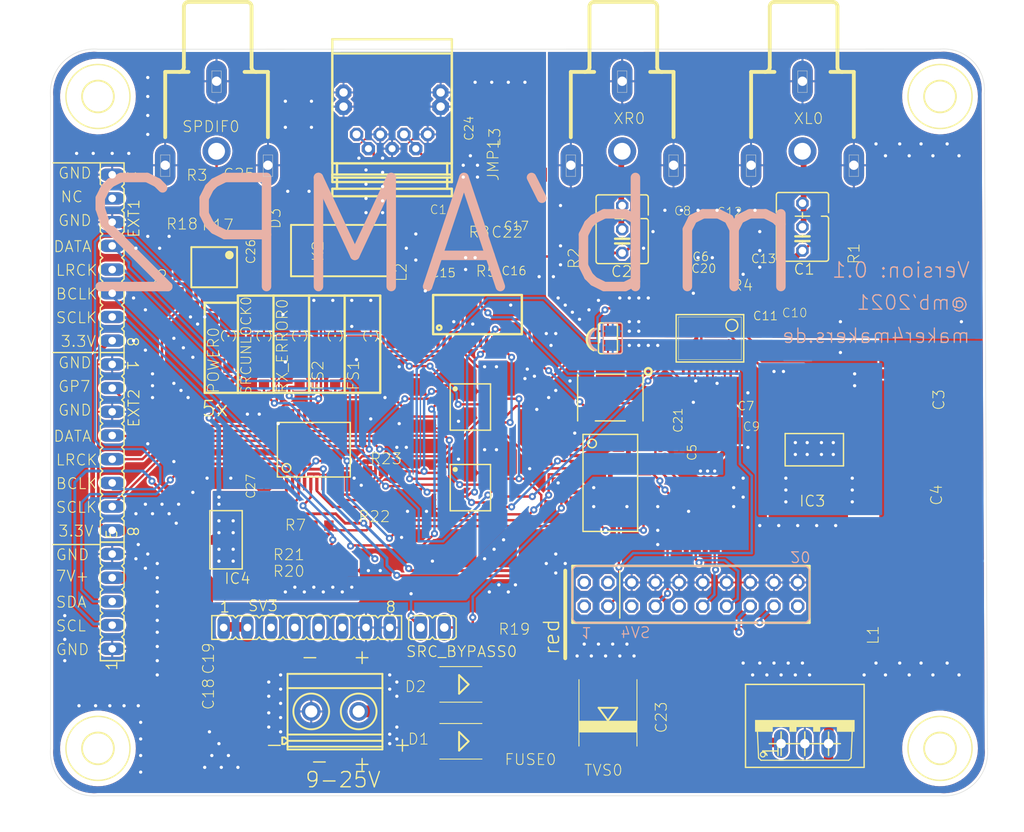
<source format=kicad_pcb>
(kicad_pcb (version 20240108) (generator "pcbnew") (generator_version "8.0")
  (layers (0 "F.Cu" signal) (31 "B.Cu" signal) (34 "B.Paste" user) (35 "F.Paste" user) (36 "B.SilkS" user "B.Silkscreen") (37 "F.SilkS" user "F.Silkscreen") (38 "B.Mask" user) (39 "F.Mask" user) (44 "Edge.Cuts" user))
  (net 0 "")
  (net 1 "GND")
  (net 2 "N$1")
  (net 3 "N$2")
  (net 4 "N$3")
  (net 5 "N$4")
  (net 6 "AGND")
  (net 7 "A5V")
  (net 8 "N$5")
  (net 9 "+12V")
  (net 10 "RX_SCK")
  (net 11 "RX_BCK")
  (net 12 "RX_LRCK")
  (net 13 "AD_BCK")
  (net 14 "AD_LRCK")
  (net 15 "SW_DOUT")
  (net 16 "SW_LRCK")
  (net 17 "AD_DOUT")
  (net 18 "RX_DOUT")
  (net 19 "+3V3")
  (net 20 "VREF1")
  (net 21 "VREF2")
  (net 22 "CH_STATUS")
  (net 23 "N$17")
  (net 24 "IS_AUDIO")
  (net 25 "HAS_EMPH")
  (net 26 "USER_DATA")
  (net 27 "N$15")
  (net 28 "N$16")
  (net 29 "N$18")
  (net 30 "RESET")
  (net 31 "N$19")
  (net 32 "SEL_B")
  (net 33 "SEL_A")
  (net 34 "SW_BCK")
  (net 35 "ADR/FAULT")
  (net 36 "SDA")
  (net 37 "SCL")
  (net 38 "SDOUT")
  (net 39 "LRCLK")
  (net 40 "SCLK")
  (net 41 "SDIN")
  (net 42 "MCLK")
  (net 43 "N$25")
  (net 44 "N$26")
  (net 45 "N$27")
  (net 46 "ERNIE")
  (net 47 "VIN2")
  (net 48 "+7V")
  (net 49 "SCLK_EX1")
  (net 50 "BCLK_EX1")
  (net 51 "LRCK_EX1")
  (net 52 "DOUT_EX1")
  (net 53 "SCLK_EX2")
  (net 54 "BCLK_EX2")
  (net 55 "LRCK_EX2")
  (net 56 "DOUT_EX2")
  (net 57 "GP6")
  (net 58 "GP7")
  (net 59 "N$28")
  (net 60 "N$29")
  (net 61 "N$31")
  (net 62 "N$32")
  (net 63 "N$33")
  (net 64 "RELAIS")
  (net 65 "N$35")
  (net 66 "N$34")
  (net 67 "ERROR")
  (net 68 "FSOUT1")
  (net 69 "FSOUT0")
  (net 70 "N$36")
  (net 71 "N$37")
  (net 72 "N$38")
  (net 73 "N$39")
  (net 74 "N$40")
  (net 75 "N$41")
  (net 76 "N$42")
  (net 77 "GND/NC")
  (net 78 "SRC_LOCK")
  (net 79 "SW_SCLK")
  (net 80 "N$20")
  (net 81 "N$21")
  (net 82 "N$6")
  (net 83 "N$7")
  (net 84 "N$8")
  (footprint "AMP2-IO:R0603_334" (layer "F.Cu") (at 133.1341 110.21002)
    (property "Reference" "R23")
    (property "Value" "4.7k")
  )
  (footprint "AMP2-IO:SSOP28BU" (layer "F.Cu") (at 158.2801 111.48002 -90)
    (property "Reference" "U$1" (hide yes))
    (property "Value" "SRC4192")
  )
  (footprint "AMP2-IO:R0603_334" (layer "F.Cu") (at 145.0721 86.33402 90)
    (property "Reference" "R5")
    (property "Value" "680" (hide yes))
  )
  (footprint "AMP2-IO:C0603_334" (layer "F.Cu") (at 163.8681 104.62202 -90)
    (property "Reference" "C21")
    (property "Value" "100n" (hide yes))
  )
  (footprint "AMP2-IO:R0603_334" (layer "F.Cu") (at 117.3861 100.05002 -90)
    (property "Reference" "R12" (hide yes))
    (property "Value" "2.2k")
  )
  (footprint "AMP2-IO:1206_259" (layer "F.Cu") (at 132.6261 95.73202 90)
    (property "Reference" "FS1")
    (property "Value" "")
  )
  (footprint "AMP2-IO:R0603_334" (layer "F.Cu") (at 169.4561 117.57602 90)
    (property "Reference" "R10" (hide yes))
    (property "Value" "47")
  )
  (footprint "AMP2-IO:TSSOP14" (layer "F.Cu") (at 115.8621 88.36602 180)
    (property "Reference" "IC1" (hide yes))
    (property "Value" "7404TS")
  )
  (footprint "AMP2-IO:R0603_334" (layer "F.Cu") (at 134.1501 113.76602 180)
    (property "Reference" "R22")
    (property "Value" "4.7k")
  )
  (footprint "AMP2-IO:R0603_334" (layer "F.Cu") (at 184.4421 84.04802 -90)
    (property "Reference" "R1")
    (property "Value" "4.7k" (hide yes))
  )
  (footprint "AMP2-IO:CT6032_334" (layer "F.Cu") (at 112.3061 136.11802 -90)
    (property "Reference" "C18")
    (property "Value" "10u" (hide yes))
  )
  (footprint "AMP2-IO:1206_259" (layer "F.Cu") (at 121.1961 95.73202 90)
    (property "Reference" "SRCUNLOCK0")
    (property "Value" "")
  )
  (footprint "AMP2-IO:1206_259" (layer "F.Cu") (at 125.0061 95.73202 90)
    (property "Reference" "RX_ERROR0")
    (property "Value" "")
  )
  (footprint "AMP2-IO:3,2_237" (layer "F.Cu") (at 103.4161 70.07802)
    (property "Reference" "H3" (hide yes))
    (property "Value" "MOUNT-HOLE3.2" (hide yes))
  )
  (footprint "AMP2-IO:C0603_334" (layer "F.Cu") (at 148.3741 85.31802 180)
    (property "Reference" "C17")
    (property "Value" "68n" (hide yes))
  )
  (footprint "AMP2-IO:C0603_334" (layer "F.Cu") (at 175.0441 95.98602 90)
    (property "Reference" "C11")
    (property "Value" "100n" (hide yes))
  )
  (footprint "AMP2-IO:R0603_334" (layer "F.Cu") (at 112.3061 82.27002)
    (property "Reference" "R18")
    (property "Value" "2.2k" (hide yes))
  )
  (footprint "AMP2-IO:R0603_334" (layer "F.Cu") (at 125.0061 100.05002 -90)
    (property "Reference" "R15" (hide yes))
    (property "Value" "2.2k" (hide yes))
  )
  (footprint "AMP2-IO:TORX135X" (layer "F.Cu") (at 134.9121 71.85602)
    (property "Reference" "U$7" (hide yes))
    (property "Value" "TORX135X")
  )
  (footprint "AMP2-IO:R0603_334" (layer "F.Cu") (at 154.2161 84.30202 -90)
    (property "Reference" "R2")
    (property "Value" "4.7k" (hide yes))
  )
  (footprint "AMP2-IO:C0603_334" (layer "F.Cu") (at 165.3921 89.63602 180)
    (property "Reference" "C20")
    (property "Value" "100n" (hide yes))
  )
  (footprint "AMP2-IO:C1210K_334" (layer "F.Cu") (at 171.2341 84.55602)
    (property "Reference" "C12")
    (property "Value" "10u" (hide yes))
  )
  (footprint "AMP2-IO:R0603_334" (layer "F.Cu") (at 127.2921 119.10002)
    (property "Reference" "R21")
    (property "Value" "open")
  )
  (footprint "AMP2-IO:SMC_210" (layer "F.Cu") (at 158.0261 136.11802 90)
    (property "Reference" "TVS0")
    (property "Value" "26Vbi")
  )
  (footprint "AMP2-IO:C025_050-055X075_334" (layer "F.Cu") (at 159.5501 85.57202 90)
    (property "Reference" "C2")
    (property "Value" "4.7u" (hide yes))
  )
  (footprint "AMP2-IO:C0603_334" (layer "F.Cu") (at 140.2461 87.60402)
    (property "Reference" "C15")
    (property "Value" "100n" (hide yes))
  )
  (footprint "AMP2-IO:C1210K_334" (layer "F.Cu") (at 170.2181 105.89202 180)
    (property "Reference" "C9")
    (property "Value" "10u" (hide yes))
  )
  (footprint "AMP2-IO:R0603_334" (layer "F.Cu") (at 121.1961 100.05002 -90)
    (property "Reference" "R16" (hide yes))
    (property "Value" "2.2k" (hide yes))
  )
  (footprint "AMP2-IO:L4532M_334" (layer "F.Cu") (at 183.4261 127.73602 90)
    (property "Reference" "L1")
    (property "Value" "220uH" (hide yes))
  )
  (footprint "AMP2-IO:7.0X5.0_KXO-82-TCXO_203" (layer "F.Cu") (at 158.2801 102.33602 180)
    (property "Reference" "Q4" (hide yes))
    (property "Value" "24.576")
  )
  (footprint "AMP2-IO:R0603_334" (layer "F.Cu") (at 167.4241 117.57602 90)
    (property "Reference" "R9" (hide yes))
    (property "Value" "47")
  )
  (footprint "AMP2-IO:SJ_252" (layer "F.Cu") (at 158.0261 95.98602 -90)
    (property "Reference" "SJ1" (hide yes))
    (property "Value" "")
  )
  (footprint "AMP2-IO:SMB_210" (layer "F.Cu") (at 142.2781 133.07002 180)
    (property "Reference" "D2")
    (property "Value" "")
  )
  (footprint "AMP2-IO:C1210K_334" (layer "F.Cu") (at 165.9001 84.55602 180)
    (property "Reference" "C8")
    (property "Value" "10u" (hide yes))
  )
  (footprint "AMP2-IO:3,2_237" (layer "F.Cu") (at 103.4161 139.92802)
    (property "Reference" "H1" (hide yes))
    (property "Value" "MOUNT-HOLE3.2" (hide yes))
  )
  (footprint "AMP2-IO:R0603_334" (layer "F.Cu") (at 144.8181 127.22802 180)
    (property "Reference" "R19")
    (property "Value" "2.2k" (hide yes))
  )
  (footprint "AMP2-IO:SOD123_210" (layer "F.Cu") (at 122.2121 87.60402 -90)
    (property "Reference" "D3")
    (property "Value" "MBR0520LT" (hide yes))
  )
  (footprint "AMP2-IO:1206_259" (layer "F.Cu") (at 117.3861 95.73202 90)
    (property "Reference" "POWER0")
    (property "Value" "")
  )
  (footprint "AMP2-IO:SSOP20BU" (layer "F.Cu") (at 126.5301 107.92402)
    (property "Reference" "U$4" (hide yes))
    (property "Value" "MCP23009")
  )
  (footprint "AMP2-IO:R0603_334" (layer "F.Cu") (at 128.8161 100.05002 -90)
    (property "Reference" "R14" (hide yes))
    (property "Value" "2.2k" (hide yes))
  )
  (footprint "AMP2-IO:C0603_334" (layer "F.Cu") (at 171.7421 87.35002)
    (property "Reference" "C13")
    (property "Value" "100n" (hide yes))
  )
  (footprint "AMP2-IO:C0603_334" (layer "F.Cu") (at 121.1961 112.24202 90)
    (property "Reference" "C27")
    (property "Value" "100n" (hide yes))
  )
  (footprint "AMP2-IO:TO220V_262" (layer "F.Cu") (at 179.1081 136.88002)
    (property "Reference" "IC2" (hide yes))
    (property "Value" "R-78E6.5-0.5")
  )
  (footprint "AMP2-IO:3,2_237" (layer "F.Cu") (at 193.5861 70.07802)
    (property "Reference" "H4" (hide yes))
    (property "Value" "MOUNT-HOLE3.2" (hide yes))
  )
  (footprint "AMP2-IO:SSOP20DB" (layer "F.Cu") (at 168.9481 95.98602 180)
    (property "Reference" "U$3" (hide yes))
    (property "Value" "PCM1802")
  )
  (footprint "AMP2-IO:C025_050-055X075_334" (layer "F.Cu") (at 178.8541 85.31802 90)
    (property "Reference" "C1")
    (property "Value" "4.7u" (hide yes))
  )
  (footprint "AMP2-IO:R0603_334" (layer "F.Cu") (at 112.0521 90.14402 90)
    (property "Reference" "R6")
    (property "Value" "2.2k" (hide yes))
  )
  (footprint "AMP2-IO:TSSOP16-PW" (layer "F.Cu") (at 143.2941 103.35202 -90)
    (property "Reference" "U$5" (hide yes))
    (property "Value" "SN74CBT3253")
  )
  (footprint "AMP2-IO:SOT223" (layer "F.Cu") (at 117.1321 117.57602 -90)
    (property "Reference" "IC4")
    (property "Value" "REG1117" (hide yes))
  )
  (footprint "AMP2-IO:736880-49_135" (layer "F.Cu") (at 116.1161 72.36402 -90)
    (property "Reference" "SPDIF0")
    (property "Value" "736880-49")
    (fp_line (start 3.975 6) (end 3.975 5) (stroke (width 0.05)) (layer "Edge.Cuts"))
    (fp_line (start 6.275 6) (end 3.975 6) (stroke (width 0.05)) (layer "Edge.Cuts"))
    (fp_line (start 3.975 5) (end 6.275 5) (stroke (width 0.05)) (layer "Edge.Cuts"))
    (fp_line (start 6.275 5) (end 6.275 6) (stroke (width 0.05)) (layer "Edge.Cuts"))
    (fp_line (start -5.025 0.5) (end -5.025 -0.5) (stroke (width 0.05)) (layer "Edge.Cuts"))
    (fp_line (start -2.725 0.5) (end -5.025 0.5) (stroke (width 0.05)) (layer "Edge.Cuts"))
    (fp_line (start -5.025 -0.5) (end -2.725 -0.5) (stroke (width 0.05)) (layer "Edge.Cuts"))
    (fp_line (start -2.725 -0.5) (end -2.725 0.5) (stroke (width 0.05)) (layer "Edge.Cuts"))
    (fp_line (start 3.975 -5) (end 3.975 -6) (stroke (width 0.05)) (layer "Edge.Cuts"))
    (fp_line (start 6.275 -5) (end 3.975 -5) (stroke (width 0.05)) (layer "Edge.Cuts"))
    (fp_line (start 3.975 -6) (end 6.275 -6) (stroke (width 0.05)) (layer "Edge.Cuts"))
    (fp_line (start 6.275 -6) (end 6.275 -5) (stroke (width 0.05)) (layer "Edge.Cuts"))
  )
  (footprint "AMP2-IO:C0603_334" (layer "F.Cu") (at 144.5641 73.88802 90)
    (property "Reference" "C24")
    (property "Value" "100n")
  )
  (footprint "AMP2-IO:C0603_334" (layer "F.Cu") (at 148.3741 87.35002 180)
    (property "Reference" "C16")
    (property "Value" "4.7n" (hide yes))
  )
  (footprint "AMP2-IO:C1210K_334" (layer "F.Cu") (at 140.5001 84.30202)
    (property "Reference" "C14")
    (property "Value" "10u" (hide yes))
  )
  (footprint "AMP2-IO:L4532M_334" (layer "F.Cu") (at 149.1361 73.63402 90)
    (property "Reference" "L3")
    (property "Value" "220uH")
  )
  (footprint "AMP2-IO:TSSOP16-PW" (layer "F.Cu") (at 143.2941 111.98802 -90)
    (property "Reference" "U$6" (hide yes))
    (property "Value" "SN74CBT3253" (hide yes))
  )
  (footprint "AMP2-IO:JP1_252" (layer "F.Cu") (at 139.2301 126.97402 90)
    (property "Reference" "SRC_BYPASS0")
    (property "Value" "")
  )
  (footprint "AMP2-IO:C0603_334" (layer "F.Cu") (at 165.3921 87.35002 180)
    (property "Reference" "C6")
    (property "Value" "100n" (hide yes))
  )
  (footprint "AMP2-IO:R0603_334" (layer "F.Cu") (at 144.8181 83.28602 180)
    (property "Reference" "R8")
    (property "Value" "220")
  )
  (footprint "AMP2-IO:GN-S_339" (layer "F.Cu") (at 129.3241 86.58802)
    (property "Reference" "K2")
    (property "Value" "GN200S03")
  )
  (footprint "AMP2-IO:R0603_334" (layer "F.Cu") (at 165.3921 117.57602 90)
    (property "Reference" "R11" (hide yes))
    (property "Value" "47")
  )
  (footprint "AMP2-IO:R0603_334" (layer "F.Cu") (at 127.2921 116.05202)
    (property "Reference" "R7")
    (property "Value" "2.2k" (hide yes))
  )
  (footprint "AMP2-IO:FE08_161" (layer "F.Cu") (at 104.9401 107.67002 -90)
    (property "Reference" "EXT2")
    (property "Value" "")
  )
  (footprint "AMP2-IO:CT6032_334" (layer "F.Cu") (at 166.6621 136.62602 90)
    (property "Reference" "C23")
    (property "Value" "10u" (hide yes))
  )
  (footprint "AMP2-IO:SMB_210" (layer "F.Cu") (at 142.2781 139.16602 180)
    (property "Reference" "D1")
    (property "Value" "")
  )
  (footprint "AMP2-IO:C1210K_334" (layer "F.Cu") (at 178.3461 95.98602 90)
    (property "Reference" "C10")
    (property "Value" "10u" (hide yes))
  )
  (footprint "AMP2-IO:L4532M_334" (layer "F.Cu") (at 150.4061 136.11802 90)
    (property "Reference" "FUSE0")
    (property "Value" "Fuse" (hide yes))
  )
  (footprint "AMP2-IO:R0603_334" (layer "F.Cu") (at 116.3701 82.27002 180)
    (property "Reference" "R17")
    (property "Value" "47k" (hide yes))
  )
  (footprint "AMP2-IO:R0603_334" (layer "F.Cu") (at 127.2921 121.13202)
    (property "Reference" "R20")
    (property "Value" "2.2k" (hide yes))
  )
  (footprint "AMP2-IO:TORX173" (layer "F.Cu") (at 134.9121 74.14202)
    (property "Reference" "OX1" (hide yes))
    (property "Value" "TORX173")
  )
  (footprint "AMP2-IO:L4532M_334" (layer "F.Cu") (at 136.1821 93.44602 90)
    (property "Reference" "L2")
    (property "Value" "220uH" (hide yes))
  )
  (footprint "AMP2-IO:MKDSN1,5_2-5,08_176" (layer "F.Cu") (at 128.8161 135.99102)
    (property "Reference" "X3" (hide yes))
    (property "Value" "MKDSN1,5/2-5,08" (hide yes))
  )
  (footprint "AMP2-IO:C0603_334" (layer "F.Cu") (at 148.3741 83.28602 180)
    (property "Reference" "C22")
    (property "Value" "10n")
  )
  (footprint "AMP2-IO:FE08_161" (layer "F.Cu") (at 104.9401 87.35002 -90)
    (property "Reference" "EXT1")
    (property "Value" "")
  )
  (footprint "AMP2-IO:CT6032_334" (layer "F.Cu") (at 190.5381 102.33602 -90)
    (property "Reference" "C3")
    (property "Value" "10u" (hide yes))
  )
  (footprint "AMP2-IO:736880-49_135" (layer "F.Cu") (at 159.5501 72.36402 -90)
    (property "Reference" "XR0")
    (property "Value" "736880-49" (hide yes))
    (fp_line (start 3.975 6) (end 3.975 5) (stroke (width 0.05)) (layer "Edge.Cuts"))
    (fp_line (start 6.275 6) (end 3.975 6) (stroke (width 0.05)) (layer "Edge.Cuts"))
    (fp_line (start 3.975 5) (end 6.275 5) (stroke (width 0.05)) (layer "Edge.Cuts"))
    (fp_line (start 6.275 5) (end 6.275 6) (stroke (width 0.05)) (layer "Edge.Cuts"))
    (fp_line (start -5.025 0.5) (end -5.025 -0.5) (stroke (width 0.05)) (layer "Edge.Cuts"))
    (fp_line (start -2.725 0.5) (end -5.025 0.5) (stroke (width 0.05)) (layer "Edge.Cuts"))
    (fp_line (start -5.025 -0.5) (end -2.725 -0.5) (stroke (width 0.05)) (layer "Edge.Cuts"))
    (fp_line (start -2.725 -0.5) (end -2.725 0.5) (stroke (width 0.05)) (layer "Edge.Cuts"))
    (fp_line (start 3.975 -5) (end 3.975 -6) (stroke (width 0.05)) (layer "Edge.Cuts"))
    (fp_line (start 6.275 -5) (end 3.975 -5) (stroke (width 0.05)) (layer "Edge.Cuts"))
    (fp_line (start 3.975 -6) (end 6.275 -6) (stroke (width 0.05)) (layer "Edge.Cuts"))
    (fp_line (start 6.275 -6) (end 6.275 -5) (stroke (width 0.05)) (layer "Edge.Cuts"))
  )
  (footprint "AMP2-IO:C0603_334" (layer "F.Cu") (at 169.9641 102.84402 180)
    (property "Reference" "C7")
    (property "Value" "100n" (hide yes))
  )
  (footprint "AMP2-IO:CT6032_334" (layer "F.Cu") (at 190.5381 113.76602 90)
    (property "Reference" "C4")
    (property "Value" "10u" (hide yes))
  )
  (footprint "AMP2-IO:FE08_161" (layer "F.Cu") (at 125.7681 126.97402)
    (property "Reference" "SV3")
    (property "Value" "")
  )
  (footprint "AMP2-IO:C0603_334" (layer "F.Cu") (at 118.1481 79.98402)
    (property "Reference" "C25")
    (property "Value" "100n" (hide yes))
  )
  (footprint "AMP2-IO:C0603_334" (layer "F.Cu") (at 119.9261 89.89002 90)
    (property "Reference" "C26")
    (property "Value" "100n" (hide yes))
  )
  (footprint "AMP2-IO:R0603_334" (layer "F.Cu") (at 169.7101 89.89002 180)
    (property "Reference" "R4")
    (property "Value" "2.2k" (hide yes))
  )
  (footprint "AMP2-IO:736880-49_135" (layer "F.Cu") (at 178.8541 72.36402 -90)
    (property "Reference" "XL0")
    (property "Value" "736880-49" (hide yes))
    (fp_line (start 3.975 6) (end 3.975 5) (stroke (width 0.05)) (layer "Edge.Cuts"))
    (fp_line (start 6.275 6) (end 3.975 6) (stroke (width 0.05)) (layer "Edge.Cuts"))
    (fp_line (start 3.975 5) (end 6.275 5) (stroke (width 0.05)) (layer "Edge.Cuts"))
    (fp_line (start 6.275 5) (end 6.275 6) (stroke (width 0.05)) (layer "Edge.Cuts"))
    (fp_line (start -5.025 0.5) (end -5.025 -0.5) (stroke (width 0.05)) (layer "Edge.Cuts"))
    (fp_line (start -2.725 0.5) (end -5.025 0.5) (stroke (width 0.05)) (layer "Edge.Cuts"))
    (fp_line (start -5.025 -0.5) (end -2.725 -0.5) (stroke (width 0.05)) (layer "Edge.Cuts"))
    (fp_line (start -2.725 -0.5) (end -2.725 0.5) (stroke (width 0.05)) (layer "Edge.Cuts"))
    (fp_line (start 3.975 -5) (end 3.975 -6) (stroke (width 0.05)) (layer "Edge.Cuts"))
    (fp_line (start 6.275 -5) (end 3.975 -5) (stroke (width 0.05)) (layer "Edge.Cuts"))
    (fp_line (start 3.975 -6) (end 6.275 -6) (stroke (width 0.05)) (layer "Edge.Cuts"))
    (fp_line (start 6.275 -6) (end 6.275 -5) (stroke (width 0.05)) (layer "Edge.Cuts"))
  )
  (footprint "AMP2-IO:TSSOP28" (layer "F.Cu") (at 144.0561 93.44602)
    (property "Reference" "U$2" (hide yes))
    (property "Value" "DIR9001")
  )
  (footprint "AMP2-IO:A0R-JMP_251" (layer "F.Cu") (at 149.1361 78.46002 90)
    (property "Reference" "JMP1")
    (property "Value" "0R-JUMPA")
  )
  (footprint "AMP2-IO:SOT223" (layer "F.Cu") (at 180.1241 107.92402 180)
    (property "Reference" "IC3")
    (property "Value" "REG1117" (hide yes))
  )
  (footprint "AMP2-IO:R0603_334" (layer "F.Cu") (at 132.6261 100.05002 -90)
    (property "Reference" "R13" (hide yes))
    (property "Value" "2.2k" (hide yes))
  )
  (footprint "AMP2-IO:FE05-1_161" (layer "F.Cu") (at 104.9401 124.18002 90)
    (property "Reference" "SV1" (hide yes))
    (property "Value" "")
  )
  (footprint "AMP2-IO:C0603_334" (layer "F.Cu") (at 165.6461 108.17802 90)
    (property "Reference" "C5")
    (property "Value" "100n" (hide yes))
  )
  (footprint "AMP2-IO:1206_259" (layer "F.Cu") (at 128.8161 95.73202 90)
    (property "Reference" "FS2")
    (property "Value" "")
  )
  (footprint "AMP2-IO:R0603_334" (layer "F.Cu") (at 114.0841 79.98402 180)
    (property "Reference" "R3")
    (property "Value" "75" (hide yes))
  )
  (footprint "AMP2-IO:3,2_237" (layer "F.Cu") (at 193.5861 139.92802)
    (property "Reference" "H2" (hide yes))
    (property "Value" "MOUNT-HOLE3.2" (hide yes))
  )
  (footprint "AMP2-IO:CT6032_334" (layer "F.Cu") (at 112.3061 126.46602 -90)
    (property "Reference" "C19")
    (property "Value" "10u" (hide yes))
  )
  (footprint "AMP2-IO:FE10-2_161" (layer "B.Cu") (at 166.9161 123.41802)
    (property "Reference" "SV4")
    (property "Value" "")
  )
  (footprint "AMP2-IO:SJ_252" (layer "B.Cu") (at 158.5341 95.98602 -90)
    (property "Reference" "SJ2" (hide yes))
    (property "Value" "")
  )
  (gr_arc (start 156.7561 97.25602) (mid 156.018813 96.11302) (end 156.7561 94.97002) (stroke (width 0.254)) (layer "B.SilkS"))
  (gr_line (start 118.4021 91.41402) (end 118.4021 92.17602) (stroke (width 0.254)) (layer "F.SilkS"))
  (gr_line (start 118.4021 101.82802) (end 118.4021 92.17602) (stroke (width 0.254)) (layer "F.SilkS"))
  (gr_line (start 114.8461 92.17602) (end 114.8461 101.82802) (stroke (width 0.254)) (layer "F.SilkS"))
  (gr_line (start 129.8321 91.41402) (end 126.0221 91.41402) (stroke (width 0.254)) (layer "F.SilkS"))
  (gr_circle (center 162.3441 99.54202) (end 162.703309 99.54202) (stroke (width 0.254)) (fill none) (layer "F.SilkS"))
  (gr_line (start 126.0221 101.82802) (end 126.0221 91.41402) (stroke (width 0.254)) (layer "F.SilkS"))
  (gr_line (start 118.4021 92.17602) (end 114.8461 92.17602) (stroke (width 0.254)) (layer "F.SilkS"))
  (gr_line (start 98.5901 77.19002) (end 103.6701 77.19002) (stroke (width 0.1524)) (layer "F.SilkS"))
  (gr_line (start 126.0221 101.82802) (end 129.8321 101.82802) (stroke (width 0.254)) (layer "F.SilkS"))
  (gr_line (start 172.7581 133.07002) (end 172.7581 141.96002) (stroke (width 0.1524)) (layer "F.SilkS"))
  (gr_line (start 185.4581 141.96002) (end 185.4581 133.07002) (stroke (width 0.1524)) (layer "F.SilkS"))
  (gr_arc (start 156.5021 97.25602) (mid 155.764813 96.11302) (end 156.5021 94.97002) (stroke (width 0.254)) (layer "F.SilkS"))
  (gr_line (start 129.8321 101.82802) (end 129.8321 91.41402) (stroke (width 0.254)) (layer "F.SilkS"))
  (gr_line (start 122.2121 91.41402) (end 118.4021 91.41402) (stroke (width 0.254)) (layer "F.SilkS"))
  (gr_line (start 98.5901 97.51002) (end 103.4161 97.51002) (stroke (width 0.1524)) (layer "F.SilkS"))
  (gr_line (start 133.6421 91.41402) (end 129.8321 91.41402) (stroke (width 0.254)) (layer "F.SilkS"))
  (gr_line (start 176.5681 138.15002) (end 176.5681 140.69002) (stroke (width 0.1524)) (layer "F.SilkS"))
  (gr_line (start 122.2121 101.82802) (end 126.0221 101.82802) (stroke (width 0.254)) (layer "F.SilkS"))
  (gr_line (start 179.6161 126.46602) (end 179.6161 120.37002) (stroke (width 0.254)) (layer "F.SilkS"))
  (gr_line (start 122.2121 101.82802) (end 122.2121 91.41402) (stroke (width 0.254)) (layer "F.SilkS"))
  (gr_line (start 185.4581 133.07002) (end 172.7581 133.07002) (stroke (width 0.1524)) (layer "F.SilkS"))
  (gr_line (start 172.7581 141.96002) (end 185.4581 141.96002) (stroke (width 0.1524)) (layer "F.SilkS"))
  (gr_line (start 98.5901 118.08402) (end 103.6701 118.08402) (stroke (width 0.1524)) (layer "F.SilkS"))
  (gr_line (start 154.2161 126.46602) (end 179.6161 126.46602) (stroke (width 0.254)) (layer "F.SilkS"))
  (gr_line (start 182.9181 139.42002) (end 175.2981 139.42002) (stroke (width 0.1524)) (layer "F.SilkS"))
  (gr_line (start 126.0221 91.41402) (end 122.2121 91.41402) (stroke (width 0.254)) (layer "F.SilkS"))
  (gr_line (start 179.6161 120.37002) (end 154.2161 120.37002) (stroke (width 0.254)) (layer "F.SilkS"))
  (gr_line (start 154.2161 120.37002) (end 154.2161 126.46602) (stroke (width 0.254)) (layer "F.SilkS"))
  (gr_line (start 179.1081 138.15002) (end 179.1081 140.69002) (stroke (width 0.1524)) (layer "F.SilkS"))
  (gr_line (start 114.8461 101.82802) (end 118.4021 101.82802) (stroke (width 0.254)) (layer "F.SilkS"))
  (gr_line (start 159.2961 120.87802) (end 159.2961 125.95802) (stroke (width 0.1524)) (layer "F.SilkS"))
  (gr_line (start 133.6421 101.82802) (end 133.6421 91.41402) (stroke (width 0.254)) (layer "F.SilkS"))
  (gr_line (start 129.8321 101.82802) (end 133.6421 101.82802) (stroke (width 0.254)) (layer "F.SilkS"))
  (gr_line (start 153.4541 120.87802) (end 153.4541 130.27602) (stroke (width 0.4064)) (layer "F.SilkS"))
  (gr_line (start 181.6481 138.15002) (end 181.6481 140.69002) (stroke (width 0.1524)) (layer "F.SilkS"))
  (gr_line (start 118.4021 101.82802) (end 122.2121 101.82802) (stroke (width 0.254)) (layer "F.SilkS"))
  (gr_arc (start 193.586099 64.99802) (mid 197.06858 66.265539) (end 198.3361 69.74802) (stroke (width 0.05)) (layer "Edge.Cuts"))
  (gr_line (start 193.5861 64.99802) (end 103.4161 65.00802) (stroke (width 0.05)) (layer "Edge.Cuts"))
  (gr_line (start 98.3361 70.07802) (end 98.3361 139.92802) (stroke (width 0.05)) (layer "Edge.Cuts"))
  (gr_arc (start 103.4161 145.00802) (mid 99.691679 143.652441) (end 98.3361 139.92802) (stroke (width 0.05)) (layer "Edge.Cuts"))
  (gr_arc (start 98.336098 70.078021) (mid 99.694009 66.358598) (end 103.4161 65.00802) (stroke (width 0.05)) (layer "Edge.Cuts"))
  (gr_line (start 198.6661 139.92802) (end 198.3361 69.74802) (stroke (width 0.05)) (layer "Edge.Cuts"))
  (gr_arc (start 198.666099 139.928019) (mid 197.310521 143.652441) (end 193.5861 145.00802) (stroke (width 0.05)) (layer "Edge.Cuts"))
  (gr_line (start 103.4161 145.00802) (end 193.5861 145.00802) (stroke (width 0.05)) (layer "Edge.Cuts"))
  (gr_text "@mb'2021" (at 196.7611 93.06502 0) (layer "B.SilkS") (effects (font (size 1.542288 1.542288) (thickness 0.134112)) (justify left bottom mirror)))
  (gr_text "mb'AMP2" (at 179.9971 91.92202 0) (layer "B.SilkS") (effects (font (size 11.684 11.684) (thickness 1.016)) (justify left bottom mirror)))
  (gr_text "Version: 0.1" (at 196.8881 89.63602 0) (layer "B.SilkS") (effects (font (size 1.63576 1.63576) (thickness 0.14224)) (justify left bottom mirror)))
  (gr_text "maker4makers.de" (at 196.8881 96.62102 0) (layer "B.SilkS") (effects (font (size 1.542288 1.542288) (thickness 0.134112)) (justify left bottom mirror)))
  (gr_text "LRCK" (at 98.8441 89.38202 0) (layer "F.SilkS") (effects (font (size 1.1684 1.1684) (thickness 0.1016)) (justify left bottom)))
  (gr_text "9-25V" (at 125.5141 144.24602 0) (layer "F.SilkS") (effects (font (size 1.63576 1.63576) (thickness 0.14224)) (justify left bottom)))
  (gr_text "SCLK" (at 98.8441 114.78202 0) (layer "F.SilkS") (effects (font (size 1.1684 1.1684) (thickness 0.1016)) (justify left bottom)))
  (gr_text "LRCK" (at 98.8441 109.70202 0) (layer "F.SilkS") (effects (font (size 1.1684 1.1684) (thickness 0.1016)) (justify left bottom)))
  (gr_text "SDA" (at 98.8441 124.94202 0) (layer "F.SilkS") (effects (font (size 1.1684 1.1684) (thickness 0.1016)) (justify left bottom)))
  (gr_text "DATA" (at 98.5901 86.84202 0) (layer "F.SilkS") (effects (font (size 1.1684 1.1684) (thickness 0.1016)) (justify left bottom)))
  (gr_text "7V+" (at 98.8441 122.14802 0) (layer "F.SilkS") (effects (font (size 1.1684 1.1684) (thickness 0.1016)) (justify left bottom)))
  (gr_text "-" (at 121.1961 140.43602 0) (layer "F.SilkS") (effects (font (size 1.63576 1.63576) (thickness 0.14224)) (justify left bottom)))
  (gr_text "BCLK" (at 98.8441 91.92202 0) (layer "F.SilkS") (effects (font (size 1.1684 1.1684) (thickness 0.1016)) (justify left bottom)))
  (gr_text "3.3V" (at 99.3521 97.00202 0) (layer "F.SilkS") (effects (font (size 1.1684 1.1684) (thickness 0.1016)) (justify left bottom)))
  (gr_text "-" (at 125.0061 131.03802 0) (layer "F.SilkS") (effects (font (size 1.63576 1.63576) (thickness 0.14224)) (justify left bottom)))
  (gr_text "1" (at 176.441202 141.077455 90) (layer "F.SilkS") (effects (font (size 1.63576 1.63576) (thickness 0.14224)) (justify left bottom)))
  (gr_text "DATA" (at 98.5901 107.16202 0) (layer "F.SilkS") (effects (font (size 1.1684 1.1684) (thickness 0.1016)) (justify left bottom)))
  (gr_text "GND" (at 99.0981 99.28802 0) (layer "F.SilkS") (effects (font (size 1.1684 1.1684) (thickness 0.1016)) (justify left bottom)))
  (gr_text "+" (at 134.9121 140.43602 0) (layer "F.SilkS") (effects (font (size 1.63576 1.63576) (thickness 0.14224)) (justify left bottom)))
  (gr_text "+" (at 130.5941 142.46802 0) (layer "F.SilkS") (effects (font (size 1.63576 1.63576) (thickness 0.14224)) (justify left bottom)))
  (gr_text "GP7" (at 99.0981 101.82802 0) (layer "F.SilkS") (effects (font (size 1.1684 1.1684) (thickness 0.1016)) (justify left bottom)))
  (gr_text "NC" (at 99.3521 81.50802 0) (layer "F.SilkS") (effects (font (size 1.1684 1.1684) (thickness 0.1016)) (justify left bottom)))
  (gr_text "-" (at 126.0221 142.21402 0) (layer "F.SilkS") (effects (font (size 1.63576 1.63576) (thickness 0.14224)) (justify left bottom)))
  (gr_text "3.3V" (at 99.0981 117.32202 0) (layer "F.SilkS") (effects (font (size 1.1684 1.1684) (thickness 0.1016)) (justify left bottom)))
  (gr_text "GND" (at 99.0981 104.36802 0) (layer "F.SilkS") (effects (font (size 1.1684 1.1684) (thickness 0.1016)) (justify left bottom)))
  (gr_text "red" (at 152.9461 130.02202 90) (layer "F.SilkS") (effects (font (size 1.63576 1.63576) (thickness 0.14224)) (justify left bottom)))
  (gr_text "+" (at 130.5941 131.03802 0) (layer "F.SilkS") (effects (font (size 1.63576 1.63576) (thickness 0.14224)) (justify left bottom)))
  (gr_text "BCLK" (at 98.8441 112.24202 0) (layer "F.SilkS") (effects (font (size 1.1684 1.1684) (thickness 0.1016)) (justify left bottom)))
  (gr_text "GND" (at 98.8441 119.86202 0) (layer "F.SilkS") (effects (font (size 1.1684 1.1684) (thickness 0.1016)) (justify left bottom)))
  (gr_text "5x" (at 114.404478 104.495122 0) (layer "F.SilkS") (effects (font (size 1.63576 1.63576) (thickness 0.14224)) (justify left bottom)))
  (gr_text "SCL" (at 98.8441 127.48202 0) (layer "F.SilkS") (effects (font (size 1.1684 1.1684) (thickness 0.1016)) (justify left bottom)))
  (gr_text "GND" (at 98.8441 130.02202 0) (layer "F.SilkS") (effects (font (size 1.1684 1.1684) (thickness 0.1016)) (justify left bottom)))
  (gr_text "GND" (at 99.0981 78.96802 0) (layer "F.SilkS") (effects (font (size 1.1684 1.1684) (thickness 0.1016)) (justify left bottom)))
  (gr_text "GND" (at 99.0981 84.04802 0) (layer "F.SilkS") (effects (font (size 1.1684 1.1684) (thickness 0.1016)) (justify left bottom)))
  (gr_text "SCLK" (at 98.8441 94.46202 0) (layer "F.SilkS") (effects (font (size 1.1684 1.1684) (thickness 0.1016)) (justify left bottom)))
  (segment (start 140.40485 109.76552) (end 140.8811 109.76552) (width 0.254) (layer "F.Cu") (net 1))
  (segment (start 140.40485 101.03427) (end 140.8811 101.03427) (width 0.254) (layer "F.Cu") (net 1))
  (segment (start 128.1421 121.13202) (end 128.5986 120.87802) (width 0.254) (layer "F.Cu") (net 1))
  (segment (start 140.8811 109.76552) (end 141.5161 110.40052) (width 0.254) (layer "F.Cu") (net 1))
  (segment (start 167.4241 96.24002) (end 166.9161 96.74802) (width 0.254) (layer "F.Cu") (net 1))
  (segment (start 167.3601 92.68402) (end 167.39235 92.77927) (width 0.254) (layer "F.Cu") (net 1))
  (segment (start 167.4241 92.81102) (end 167.4241 96.24002) (width 0.254) (layer "F.Cu") (net 1))
  (segment (start 106.5276 84.33377) (end 110.986712 84.33377) (width 0.254) (layer "F.Cu") (net 1))
  (segment (start 140.40485 109.76552) (end 140.2691 109.71302) (width 0.254) (layer "F.Cu") (net 1))
  (segment (start 106.5276 84.33377) (end 104.9401 83.54002) (width 0.254) (layer "F.Cu") (net 1))
  (segment (start 140.8811 101.03427) (end 141.5161 101.66927) (width 0.254) (layer "F.Cu") (net 1))
  (segment (start 128.5986 120.87802) (end 132.3721 120.87802) (width 0.254) (layer "F.Cu") (net 1))
  (segment (start 140.40485 101.03427) (end 140.2691 101.07702) (width 0.254) (layer "F.Cu") (net 1))
  (segment (start 141.5161 101.66927) (end 146.2786 101.66927) (width 0.254) (layer "F.Cu") (net 1))
  (segment (start 146.2786 101.66927) (end 146.3191 101.72702) (width 0.254) (layer "F.Cu") (net 1))
  (segment (start 141.5161 110.40052) (end 146.2786 110.40052) (width 0.254) (layer "F.Cu") (net 1))
  (segment (start 166.9161 96.74802) (end 163.3601 96.74802) (width 0.254) (layer "F.Cu") (net 1))
  (segment (start 167.39235 92.77927) (end 167.4241 92.81102) (width 0.254) (layer "F.Cu") (net 1))
  (segment (start 146.2786 110.40052) (end 146.3191 110.36302) (width 0.254) (layer "F.Cu") (net 1))
  (segment (start 110.986712 84.33377) (end 113.9121 85.44102) (width 0.254) (layer "F.Cu") (net 1))
  (via (at 101.1301 76.17402) (size 0.7564) (drill 0.35) (layers "F.Cu" "B.Cu") (net 1))
  (via (at 109.2581 114.78202) (size 0.7564) (drill 0.35) (layers "F.Cu" "B.Cu") (net 1))
  (via (at 107.9881 137.13402) (size 0.7564) (drill 0.35) (layers "F.Cu" "B.Cu") (net 1))
  (via (at 121.7041 134.34002) (size 0.7564) (drill 0.35) (layers "F.Cu" "B.Cu") (net 1))
  (via (at 132.1181 82.52402) (size 0.7564) (drill 0.35) (layers "F.Cu" "B.Cu") (net 1))
  (via (at 123.4821 73.38002) (size 0.7564) (drill 0.35) (layers "F.Cu" "B.Cu") (net 1))
  (via (at 195.6181 132.05402) (size 0.7564) (drill 0.35) (layers "F.Cu" "B.Cu") (net 1))
  (via (at 143.8021 68.55402) (size 0.7564) (drill 0.35) (layers "F.Cu" "B.Cu") (net 1))
  (via (at 172.5041 113.00402) (size 0.7564) (drill 0.35) (layers "F.Cu" "B.Cu") (net 1))
  (via (at 144.0561 77.44402) (size 0.7564) (drill 0.35) (layers "F.Cu" "B.Cu") (net 1))
  (via (at 133.8961 76.68202) (size 0.7564) (drill 0.35) (layers "F.Cu" "B.Cu") (net 1))
  (via (at 161.3281 96.74802) (size 0.7564) (drill 0.35) (layers "F.Cu" "B.Cu") (net 1))
  (via (at 135.4201 137.64202) (size 0.7564) (drill 0.35) (layers "F.Cu" "B.Cu") (net 1))
  (via (at 132.1181 79.47602) (size 0.7564) (drill 0.35) (layers "F.Cu" "B.Cu") (net 1))
  (via (at 163.3601 116.56002) (size 0.7564) (drill 0.35) (layers "F.Cu" "B.Cu") (net 1))
  (via (at 172.5041 110.97202) (size 0.7564) (drill 0.35) (layers "F.Cu" "B.Cu") (net 1))
  (via (at 152.4381 95.47802) (size 0.7564) (drill 0.35) (layers "F.Cu" "B.Cu") (net 1))
  (via (at 109.7661 121.64002) (size 0.7564) (drill 0.35) (layers "F.Cu" "B.Cu") (net 1))
  (via (at 150.6601 89.38202) (size 0.7564) (drill 0.35) (layers "F.Cu" "B.Cu") (net 1))
  (via (at 185.4581 132.05402) (size 0.7564) (drill 0.35) (layers "F.Cu" "B.Cu") (net 1))
  (via (at 136.4361 107.67002) (size 0.7564) (drill 0.35) (layers "F.Cu" "B.Cu") (net 1))
  (via (at 141.5161 94.20802) (size 0.7564) (drill 0.35) (layers "F.Cu" "B.Cu") (net 1))
  (via (at 152.4381 119.10002) (size 0.7564) (drill 0.35) (layers "F.Cu" "B.Cu") (net 1))
  (via (at 131.6101 111.73402) (size 0.7564) (drill 0.35) (layers "F.Cu" "B.Cu") (net 1))
  (via (at 136.5631 114.52802) (size 0.7564) (drill 0.35) (layers "F.Cu" "B.Cu") (net 1))
  (via (at 134.6581 132.05402) (size 0.7564) (drill 0.35) (layers "F.Cu" "B.Cu") (net 1))
  (via (at 138.5951 114.52802) (size 0.7564) (drill 0.35) (layers "F.Cu" "B.Cu") (net 1))
  (via (at 108.4961 97.25602) (size 0.7564) (drill 0.35) (layers "F.Cu" "B.Cu") (net 1))
  (via (at 111.0361 85.06402) (size 0.7564) (drill 0.35) (layers "F.Cu" "B.Cu") (net 1))
  (via (at 137.4521 84.81002) (size 0.7564) (drill 0.35) (layers "F.Cu" "B.Cu") (net 1))
  (via (at 133.8961 78.20602) (size 0.7564) (drill 0.35) (layers "F.Cu" "B.Cu") (net 1))
  (via (at 142.7861 87.35002) (size 0.7564) (drill 0.35) (layers "F.Cu" "B.Cu") (net 1))
  (via (at 104.9401 76.17402) (size 0.7564) (drill 0.35) (layers "F.Cu" "B.Cu") (net 1))
  (via (at 176.5681 132.05402) (size 0.7564) (drill 0.35) (layers "F.Cu" "B.Cu") (net 1))
  (via (at 158.5341 128.75202) (size 0.7564) (drill 0.35) (layers "F.Cu" "B.Cu") (net 1))
  (via (at 108.4961 120.62402) (size 0.7564) (drill 0.35) (layers "F.Cu" "B.Cu") (net 1))
  (via (at 151.6761 102.33602) (size 0.7564) (drill 0.35) (layers "F.Cu" "B.Cu") (net 1))
  (via (at 186.7281 130.78402) (size 0.7564) (drill 0.35) (layers "F.Cu" "B.Cu") (net 1))
  (via (at 126.2761 70.58602) (size 0.7564) (drill 0.35) (layers "F.Cu" "B.Cu") (net 1))
  (via (at 179.6161 132.05402) (size 0.7564) (drill 0.35) (layers "F.Cu" "B.Cu") (net 1))
  (via (at 163.3601 118.08402) (size 0.7564) (drill 0.35) (layers "F.Cu" "B.Cu") (net 1))
  (via (at 133.8961 82.52402) (size 0.7564) (drill 0.35) (layers "F.Cu" "B.Cu") (net 1))
  (via (at 178.3461 116.05202) (size 0.7564) (drill 0.35) (layers "F.Cu" "B.Cu") (net 1))
  (via (at 143.2941 76.42802) (size 0.7564) (drill 0.35) (layers "F.Cu" "B.Cu") (net 1))
  (via (at 142.7861 88.62002) (size 0.7564) (drill 0.35) (layers "F.Cu" "B.Cu") (net 1))
  (via (at 180.3781 116.05202) (size 0.7564) (drill 0.35) (layers "F.Cu" "B.Cu") (net 1))
  (via (at 99.8601 130.53002) (size 0.7564) (drill 0.35) (layers "F.Cu" "B.Cu") (net 1))
  (via (at 144.0561 78.71402) (size 0.7564) (drill 0.35) (layers "F.Cu" "B.Cu") (net 1))
  (via (at 119.4181 104.11402) (size 0.7564) (drill 0.35) (layers "F.Cu" "B.Cu") (net 1))
  (via (at 121.7041 132.81602) (size 0.7564) (drill 0.35) (layers "F.Cu" "B.Cu") (net 1))
  (via (at 142.0241 108.94002) (size 0.7564) (drill 0.35) (layers "F.Cu" "B.Cu") (net 1))
  (via (at 135.6741 105.13002) (size 0.7564) (drill 0.35) (layers "F.Cu" "B.Cu") (net 1))
  (via (at 120.6881 104.11402) (size 0.7564) (drill 0.35) (layers "F.Cu" "B.Cu") (net 1))
  (via (at 177.3301 130.78402) (size 0.7564) (drill 0.35) (layers "F.Cu" "B.Cu") (net 1))
  (via (at 130.5941 91.92202) (size 0.7564) (drill 0.35) (layers "F.Cu" "B.Cu") (net 1))
  (via (at 133.8961 81.25402) (size 0.7564) (drill 0.35) (layers "F.Cu" "B.Cu") (net 1))
  (via (at 116.3701 139.42002) (size 0.7564) (drill 0.35) (layers "F.Cu" "B.Cu") (net 1))
  (via (at 108.7501 70.07802) (size 0.7564) (drill 0.35) (layers "F.Cu" "B.Cu") (net 1))
  (via (at 160.8201 130.02202) (size 0.7564) (drill 0.35) (layers "F.Cu" "B.Cu") (net 1))
  (via (at 150.4061 103.60602) (size 0.7564) (drill 0.35) (layers "F.Cu" "B.Cu") (net 1))
  (via (at 145.5801 68.55402) (size 0.7564) (drill 0.35) (layers "F.Cu" "B.Cu") (net 1))
  (via (at 122.9741 133.57802) (size 0.7564) (drill 0.35) (layers "F.Cu" "B.Cu") (net 1))
  (via (at 107.7341 135.35602) (size 0.7564) (drill 0.35) (layers "F.Cu" "B.Cu") (net 1))
  (via (at 151.9301 96.74802) (size 0.7564) (drill 0.35) (layers "F.Cu" "B.Cu") (net 1))
  (via (at 155.4861 128.75202) (size 0.7564) (drill 0.35) (layers "F.Cu" "B.Cu") (net 1))
  (via (at 147.6121 92.43002) (size 0.7564) (drill 0.35) (layers "F.Cu" "B.Cu") (net 1))
  (via (at 169.7101 100.81202) (size 0.7564) (drill 0.35) (layers "F.Cu" "B.Cu") (net 1))
  (via (at 156.5021 114.02002) (size 0.7564) (drill 0.35) (layers "F.Cu" "B.Cu") (net 1))
  (via (at 162.3441 96.74802) (size 0.7564) (drill 0.35) (layers "F.Cu" "B.Cu") (net 1))
  (via (at 133.6421 120.87802) (size 0.7564) (drill 0.35) (layers "F.Cu" "B.Cu") (net 1))
  (via (at 132.6261 104.62202) (size 0.7564) (drill 0.35) (layers "F.Cu" "B.Cu") (net 1))
  (via (at 143.5481 94.46202) (size 0.7564) (drill 0.35) (layers "F.Cu" "B.Cu") (net 1))
  (via (at 123.4821 70.58602) (size 0.7564) (drill 0.35) (layers "F.Cu" "B.Cu") (net 1))
  (via (at 107.2261 96.24002) (size 0.7564) (drill 0.35) (layers "F.Cu" "B.Cu") (net 1))
  (via (at 108.7501 74.14202) (size 0.7564) (drill 0.35) (layers "F.Cu" "B.Cu") (net 1))
  (via (at 108.7501 72.11002) (size 0.7564) (drill 0.35) (layers "F.Cu" "B.Cu") (net 1))
  (via (at 142.5321 77.44402) (size 0.7564) (drill 0.35) (layers "F.Cu" "B.Cu") (net 1))
  (via (at 116.6241 141.96002) (size 0.7564) (drill 0.35) (layers "F.Cu" "B.Cu") (net 1))
  (via (at 109.7661 127.48202) (size 0.7564) (drill 0.35) (layers "F.Cu" "B.Cu") (net 1))
  (via (at 107.9881 140.69002) (size 0.7564) (drill 0.35) (layers "F.Cu" "B.Cu") (net 1))
  (via (at 139.2301 119.86202) (size 0.7564) (drill 0.35) (layers "F.Cu" "B.Cu") (net 1))
  (via (at 194.3481 130.78402) (size 0.7564) (drill 0.35) (layers "F.Cu" "B.Cu") (net 1))
  (via (at 147.3581 123.16402) (size 0.7564) (drill 0.35) (layers "F.Cu" "B.Cu") (net 1))
  (via (at 109.7661 130.53002) (size 0.7564) (drill 0.35) (layers "F.Cu" "B.Cu") (net 1))
  (via (at 132.1181 77.95202) (size 0.7564) (drill 0.35) (layers "F.Cu" "B.Cu") (net 1))
  (via (at 121.7041 137.64202) (size 0.7564) (drill 0.35) (layers "F.Cu" "B.Cu") (net 1))
  (via (at 175.0441 132.05402) (size 0.7564) (drill 0.35) (layers "F.Cu" "B.Cu") (net 1))
  (via (at 134.6581 138.40402) (size 0.7564) (drill 0.35) (layers "F.Cu" "B.Cu") (net 1))
  (via (at 113.5761 98.01802) (size 0.7564) (drill 0.35) (layers "F.Cu" "B.Cu") (net 1))
  (via (at 111.5441 100.81202) (size 0.7564) (drill 0.35) (layers "F.Cu" "B.Cu") (net 1))
  (via (at 123.2281 93.44602) (size 0.7564) (drill 0.35) (layers "F.Cu" "B.Cu") (net 1))
  (via (at 191.5541 130.78402) (size 0.7564) (drill 0.35) (layers "F.Cu" "B.Cu") (net 1))
  (via (at 142.5321 78.71402) (size 0.7564) (drill 0.35) (layers "F.Cu" "B.Cu") (net 1))
  (via (at 135.4201 132.81602) (size 0.7564) (drill 0.35) (layers "F.Cu" "B.Cu") (net 1))
  (via (at 167.4241 100.55802) (size 0.7564) (drill 0.35) (layers "F.Cu" "B.Cu") (net 1))
  (via (at 135.4201 107.67002) (size 0.7564) (drill 0.35) (layers "F.Cu" "B.Cu") (net 1))
  (via (at 109.2581 102.33602) (size 0.7564) (drill 0.35) (layers "F.Cu" "B.Cu") (net 1))
  (via (at 122.9741 136.62602) (size 0.7564) (drill 0.35) (layers "F.Cu" "B.Cu") (net 1))
  (via (at 147.3581 68.55402) (size 0.7564) (drill 0.35) (layers "F.Cu" "B.Cu") (net 1))
  (via (at 135.4201 134.34002) (size 0.7564) (drill 0.35) (layers "F.Cu" "B.Cu") (net 1))
  (via (at 109.7661 129.00602) (size 0.7564) (drill 0.35) (layers "F.Cu" "B.Cu") (net 1))
  (via (at 109.7661 120.11602) (size 0.7564) (drill 0.35) (layers "F.Cu" "B.Cu") (net 1))
  (via (at 154.4701 106.14602) (size 0.7564) (drill 0.35) (layers "F.Cu" "B.Cu") (net 1))
  (via (at 111.5441 95.98602) (size 0.7564) (drill 0.35) (layers "F.Cu" "B.Cu") (net 1))
  (via (at 107.2261 91.66802) (size 0.7564) (drill 0.35) (layers "F.Cu" "B.Cu") (net 1))
  (via (at 163.3601 114.02002) (size 0.7564) (drill 0.35) (layers "F.Cu" "B.Cu") (net 1))
  (via (at 156.2481 130.02202) (size 0.7564) (drill 0.35) (layers "F.Cu" "B.Cu") (net 1))
  (via (at 107.4801 86.33402) (size 0.7564) (drill 0.35) (layers "F.Cu" "B.Cu") (net 1))
  (via (at 153.4541 120.11602) (size 0.7564) (drill 0.35) (layers "F.Cu" "B.Cu") (net 1))
  (via (at 146.3421 122.40202) (size 0.7564) (drill 0.35) (layers "F.Cu" "B.Cu") (net 1))
  (via (at 160.3121 96.74802) (size 0.7564) (drill 0.35) (layers "F.Cu" "B.Cu") (net 1))
  (via (at 175.8061 130.78402) (size 0.7564) (drill 0.35) (layers "F.Cu" "B.Cu") (net 1))
  (via (at 149.1361 100.30402) (size 0.7564) (drill 0.35) (layers "F.Cu" "B.Cu") (net 1))
  (via (at 111.5441 109.19402) (size 0.7564) (drill 0.35) (layers "F.Cu" "B.Cu") (net 1))
  (via (at 182.9181 97.51002) (size 0.7564) (drill 0.35) (layers "F.Cu" "B.Cu") (net 1))
  (via (at 157.0101 128.75202) (size 0.7564) (drill 0.35) (layers "F.Cu" "B.Cu") (net 1))
  (via (at 142.0241 104.87602) (size 0.7564) (drill 0.35) (layers "F.Cu" "B.Cu") (net 1))
  (via (at 153.9621 100.55802) (size 0.7564) (drill 0.35) (layers "F.Cu" "B.Cu") (net 1))
  (via (at 108.7501 85.06402) (size 0.7564) (drill 0.35) (layers "F.Cu" "B.Cu") (net 1))
  (via (at 154.7241 130.02202) (size 0.7564) (drill 0.35) (layers "F.Cu" "B.Cu") (net 1))
  (via (at 131.1021 98.27202) (size 0.7564) (drill 0.35) (layers "F.Cu" "B.Cu") (net 1))
  (via (at 152.4381 121.13202) (size 0.7564) (drill 0.35) (layers "F.Cu" "B.Cu") (net 1))
  (via (at 122.9741 135.10202) (size 0.7564) (drill 0.35) (layers "F.Cu" "B.Cu") (net 1))
  (via (at 132.3721 120.87802) (size 0.7564) (drill 0.35) (layers "F.Cu" "B.Cu") (net 1))
  (via (at 99.8601 125.70402) (size 0.7564) (drill 0.35) (layers "F.Cu" "B.Cu") (net 1))
  (via (at 108.4961 92.93802) (size 0.7564) (drill 0.35) (layers "F.Cu" "B.Cu") (net 1))
  (via (at 103.1621 135.35602) (size 0.7564) (drill 0.35) (layers "F.Cu" "B.Cu") (net 1))
  (via (at 117.6401 110.97202) (size 0.7564) (drill 0.35) (layers "F.Cu" "B.Cu") (net 1))
  (via (at 133.8961 79.73002) (size 0.7564) (drill 0.35) (layers "F.Cu" "B.Cu") (net 1))
  (via (at 150.1521 100.05002) (size 0.7564) (drill 0.35) (layers "F.Cu" "B.Cu") (net 1))
  (via (at 121.7041 136.11802) (size 0.7564) (drill 0.35) (layers "F.Cu" "B.Cu") (net 1))
  (via (at 109.7661 126.21202) (size 0.7564) (drill 0.35) (layers "F.Cu" "B.Cu") (net 1))
  (via (at 110.2741 113.76602) (size 0.7564) (drill 0.35) (layers "F.Cu" "B.Cu") (net 1))
  (via (at 104.6861 135.35602) (size 0.7564) (drill 0.35) (layers "F.Cu" "B.Cu") (net 1))
  (via (at 159.2961 130.02202) (size 0.7564) (drill 0.35) (layers "F.Cu" "B.Cu") (net 1))
  (via (at 113.0681 102.33602) (size 0.7564) (drill 0.35) (layers "F.Cu" "B.Cu") (net 1))
  (via (at 178.8541 130.78402) (size 0.7564) (drill 0.35) (layers "F.Cu" "B.Cu") (net 1))
  (via (at 172.5041 130.78402) (size 0.7564) (drill 0.35) (layers "F.Cu" "B.Cu") (net 1))
  (via (at 111.0361 114.78202) (size 0.7564) (drill 0.35) (layers "F.Cu" "B.Cu") (net 1))
  (via (at 151.4221 95.47802) (size 0.7564) (drill 0.35) (layers "F.Cu" "B.Cu") (net 1))
  (via (at 107.9881 138.91202) (size 0.7564) (drill 0.35) (layers "F.Cu" "B.Cu") (net 1))
  (via (at 108.4961 113.76602) (size 0.7564) (drill 0.35) (layers "F.Cu" "B.Cu") (net 1))
  (via (at 115.3541 138.15002) (size 0.7564) (drill 0.35) (layers "F.Cu" "B.Cu") (net 1))
  (via (at 132.6261 91.92202) (size 0.7564) (drill 0.35) (layers "F.Cu" "B.Cu") (net 1))
  (via (at 171.4881 111.98802) (size 0.7564) (drill 0.35) (layers "F.Cu" "B.Cu") (net 1))
  (via (at 108.7501 107.28902) (size 0.7564) (drill 0.35) (layers "F.Cu" "B.Cu") (net 1))
  (via (at 123.4821 98.52602) (size 0.7564) (drill 0.35) (layers "F.Cu" "B.Cu") (net 1))
  (via (at 187.7441 132.05402) (size 0.7564) (drill 0.35) (layers "F.Cu" "B.Cu") (net 1))
  (via (at 109.2581 99.79602) (size 0.7564) (drill 0.35) (layers "F.Cu" "B.Cu") (net 1))
  (via (at 149.6441 109.95602) (size 0.7564) (drill 0.35) (layers "F.Cu" "B.Cu") (net 1))
  (via (at 174.2821 130.78402) (size 0.7564) (drill 0.35) (layers "F.Cu" "B.Cu") (net 1))
  (via (at 156.5021 111.98802) (size 0.7564) (drill 0.35) (layers "F.Cu" "B.Cu") (net 1))
  (via (at 108.7501 119.10002) (size 0.7564) (drill 0.35) (layers "F.Cu" "B.Cu") (net 1))
  (via (at 189.2681 130.78402) (size 0.7564) (drill 0.35) (layers "F.Cu" "B.Cu") (net 1))
  (via (at 112.0521 113.76602) (size 0.7564) (drill 0.35) (layers "F.Cu" "B.Cu") (net 1))
  (via (at 143.8021 87.35002) (size 0.7564) (drill 0.35) (layers "F.Cu" "B.Cu") (net 1))
  (via (at 115.6081 140.69002) (size 0.7564) (drill 0.35) (layers "F.Cu" "B.Cu") (net 1))
  (via (at 108.7501 68.04602) (size 0.7564) (drill 0.35) (layers "F.Cu" "B.Cu") (net 1))
  (via (at 192.8241 132.05402) (size 0.7564) (drill 0.35) (layers "F.Cu" "B.Cu") (net 1))
  (via (at 167.1701 102.84402) (size 0.7564) (drill 0.35) (layers "F.Cu" "B.Cu") (net 1))
  (via (at 109.2581 101.06602) (size 0.7564) (drill 0.35) (layers "F.Cu" "B.Cu") (net 1))
  (via (at 132.1181 81.00002) (size 0.7564) (drill 0.35) (layers "F.Cu" "B.Cu") (net 1))
  (via (at 114.8461 141.96002) (size 0.7564) (drill 0.35) (layers "F.Cu" "B.Cu") (net 1))
  (via (at 113.3221 93.70002) (size 0.7564) (drill 0.35) (layers "F.Cu" "B.Cu") (net 1))
  (via (at 122.9741 132.05402) (size 0.7564) (drill 0.35) (layers "F.Cu" "B.Cu") (net 1))
  (via (at 107.7341 118.08402) (size 0.7564) (drill 0.35) (layers "F.Cu" "B.Cu") (net 1))
  (via (at 107.4801 119.60802) (size 0.7564) (drill 0.35) (layers "F.Cu" "B.Cu") (net 1))
  (via (at 190.2841 132.05402) (size 0.7564) (drill 0.35) (layers "F.Cu" "B.Cu") (net 1))
  (via (at 130.5941 94.71602) (size 0.7564) (drill 0.35) (layers "F.Cu" "B.Cu") (net 1))
  (via (at 135.9281 117.32202) (size 0.7564) (drill 0.35) (layers "F.Cu" "B.Cu") (net 1))
  (via (at 115.1001 110.97202) (size 0.7564) (drill 0.35) (layers "F.Cu" "B.Cu") (net 1))
  (via (at 134.6581 139.42002) (size 0.7564) (drill 0.35) (layers "F.Cu" "B.Cu") (net 1))
  (via (at 99.8601 128.24402) (size 0.7564) (drill 0.35) (layers "F.Cu" "B.Cu") (net 1))
  (via (at 166.6621 114.52802) (size 0.7564) (drill 0.35) (layers "F.Cu" "B.Cu") (net 1))
  (via (at 126.5301 91.92202) (size 0.7564) (drill 0.35) (layers "F.Cu" "B.Cu") (net 1))
  (via (at 113.5761 112.49602) (size 0.7564) (drill 0.35) (layers "F.Cu" "B.Cu") (net 1))
  (via (at 134.6581 133.57802) (size 0.7564) (drill 0.35) (layers "F.Cu" "B.Cu") (net 1))
  (via (at 149.1361 68.55402) (size 0.7564) (drill 0.35) (layers "F.Cu" "B.Cu") (net 1))
  (via (at 134.1501 102.33602) (size 0.7564) (drill 0.35) (layers "F.Cu" "B.Cu") (net 1))
  (via (at 106.7181 76.17402) (size 0.7564) (drill 0.35) (layers "F.Cu" "B.Cu") (net 1))
  (via (at 122.9741 138.15002) (size 0.7564) (drill 0.35) (layers "F.Cu" "B.Cu") (net 1))
  (via (at 112.5601 97.00202) (size 0.7564) (drill 0.35) (layers "F.Cu" "B.Cu") (net 1))
  (via (at 126.0221 80.23802) (size 0.7564) (drill 0.35) (layers "F.Cu" "B.Cu") (net 1))
  (via (at 176.3141 116.05202) (size 0.7564) (drill 0.35) (layers "F.Cu" "B.Cu") (net 1))
  (via (at 109.7661 132.05402) (size 0.7564) (drill 0.35) (layers "F.Cu" "B.Cu") (net 1))
  (via (at 111.7981 115.79802) (size 0.7564) (drill 0.35) (layers "F.Cu" "B.Cu") (net 1))
  (via (at 137.4521 87.60402) (size 0.7564) (drill 0.35) (layers "F.Cu" "B.Cu") (net 1))
  (via (at 126.2761 73.38002) (size 0.7564) (drill 0.35) (layers "F.Cu" "B.Cu") (net 1))
  (via (at 157.7721 130.02202) (size 0.7564) (drill 0.35) (layers "F.Cu" "B.Cu") (net 1))
  (via (at 122.7201 105.13002) (size 0.7564) (drill 0.35) (layers "F.Cu" "B.Cu") (net 1))
  (via (at 102.9081 76.17402) (size 0.7564) (drill 0.35) (layers "F.Cu" "B.Cu") (net 1))
  (via (at 106.2101 135.35602) (size 0.7564) (drill 0.35) (layers "F.Cu" "B.Cu") (net 1))
  (via (at 148.1201 122.40202) (size 0.7564) (drill 0.35) (layers "F.Cu" "B.Cu") (net 1))
  (via (at 149.3901 99.28802) (size 0.7564) (drill 0.35) (layers "F.Cu" "B.Cu") (net 1))
  (via (at 109.7661 124.68802) (size 0.7564) (drill 0.35) (layers "F.Cu" "B.Cu") (net 1))
  (via (at 130.8481 110.97202) (size 0.7564) (drill 0.35) (layers "F.Cu" "B.Cu") (net 1))
  (via (at 135.4201 138.91202) (size 0.7564) (drill 0.35) (layers "F.Cu" "B.Cu") (net 1))
  (via (at 114.0841 94.46202) (size 0.7564) (drill 0.35) (layers "F.Cu" "B.Cu") (net 1))
  (via (at 173.0121 107.67002) (size 0.7564) (drill 0.35) (layers "F.Cu" "B.Cu") (net 1))
  (via (at 101.3841 135.35602) (size 0.7564) (drill 0.35) (layers "F.Cu" "B.Cu") (net 1))
  (via (at 182.4101 116.05202) (size 0.7564) (drill 0.35) (layers "F.Cu" "B.Cu") (net 1))
  (via (at 109.7661 123.16402) (size 0.7564) (drill 0.35) (layers "F.Cu" "B.Cu") (net 1))
  (via (at 173.0121 101.82802) (size 0.7564) (drill 0.35) (layers "F.Cu" "B.Cu") (net 1))
  (via (at 173.5201 132.05402) (size 0.7564) (drill 0.35) (layers "F.Cu" "B.Cu") (net 1))
  (via (at 160.0581 128.75202) (size 0.7564) (drill 0.35) (layers "F.Cu" "B.Cu") (net 1))
  (via (at 123.7361 80.23802) (size 0.7564) (drill 0.35) (layers "F.Cu" "B.Cu") (net 1))
  (via (at 163.3601 96.74802) (size 0.7564) (drill 0.35) (layers "F.Cu" "B.Cu") (net 1))
  (via (at 112.3061 101.57402) (size 0.7564) (drill 0.35) (layers "F.Cu" "B.Cu") (net 1))
  (via (at 135.6741 99.03402) (size 0.7564) (drill 0.35) (layers "F.Cu" "B.Cu") (net 1))
  (via (at 145.3261 123.16402) (size 0.7564) (drill 0.35) (layers "F.Cu" "B.Cu") (net 1))
  (via (at 117.3861 140.69002) (size 0.7564) (drill 0.35) (layers "F.Cu" "B.Cu") (net 1))
  (via (at 131.3561 76.68202) (size 0.7564) (drill 0.35) (layers "F.Cu" "B.Cu") (net 1))
  (via (at 110.0201 86.33402) (size 0.7564) (drill 0.35) (layers "F.Cu" "B.Cu") (net 1))
  (via (at 152.4381 101.57402) (size 0.7564) (drill 0.35) (layers "F.Cu" "B.Cu") (net 1))
  (via (at 107.9881 142.46802) (size 0.7564) (drill 0.35) (layers "F.Cu" "B.Cu") (net 1))
  (via (at 107.4801 114.78202) (size 0.7564) (drill 0.35) (layers "F.Cu" "B.Cu") (net 1))
  (via (at 160.0581 114.02002) (size 0.7564) (drill 0.35) (layers "F.Cu" "B.Cu") (net 1))
  (via (at 138.4681 90.90602) (size 0.7564) (drill 0.35) (layers "F.Cu" "B.Cu") (net 1))
  (via (at 128.5621 91.92202) (size 0.7564) (drill 0.35) (layers "F.Cu" "B.Cu") (net 1))
  (via (at 136.4361 86.33402) (size 0.7564) (drill 0.35) (layers "F.Cu" "B.Cu") (net 1))
  (via (at 178.0921 132.05402) (size 0.7564) (drill 0.35) (layers "F.Cu" "B.Cu") (net 1))
  (via (at 114.8461 93.70002) (size 0.7564) (drill 0.35) (layers "F.Cu" "B.Cu") (net 1))
  (via (at 118.4021 141.96002) (size 0.7564) (drill 0.35) (layers "F.Cu" "B.Cu") (net 1))
  (via (at 151.4221 120.11602) (size 0.7564) (drill 0.35) (layers "F.Cu" "B.Cu") (net 1))
  (via (at 171.4881 114.02002) (size 0.7564) (drill 0.35) (layers "F.Cu" "B.Cu") (net 1))
  (via (at 174.2821 116.05202) (size 0.7564) (drill 0.35) (layers "F.Cu" "B.Cu") (net 1))
  (segment (start 178.9811 75.95177) (end 178.9811 84.04802) (width 0.6096) (layer "F.Cu") (net 2))
  (segment (start 178.9811 84.04802) (end 178.8541 84.04802) (width 0.6096) (layer "F.Cu") (net 2))
  (segment (start 178.9811 75.95177) (end 178.8541 75.94402) (width 0.6096) (layer "F.Cu") (net 2))
  (segment (start 159.45485 84.20677) (end 159.5501 84.30202) (width 0.254) (layer "F.Cu") (net 3))
  (segment (start 159.45485 75.95177) (end 159.45485 84.20677) (width 0.6096) (layer "F.Cu") (net 3))
  (segment (start 159.45485 75.95177) (end 159.5501 75.94402) (width 0.6096) (layer "F.Cu") (net 3))
  (segment (start 184.3786 85.15927) (end 184.4421 84.89802) (width 0.254) (layer "F.Cu") (net 4))
  (segment (start 178.9811 86.58802) (end 180.40985 85.15927) (width 0.254) (layer "F.Cu") (net 4))
  (segment (start 172.78985 92.62052) (end 171.83735 92.62052) (width 0.254) (layer "F.Cu") (net 4))
  (segment (start 171.83735 92.62052) (end 171.8051 92.68402) (width 0.254) (layer "F.Cu") (net 4))
  (segment (start 178.82235 86.58802) (end 178.8541 86.58802) (width 0.254) (layer "F.Cu") (net 4))
  (segment (start 178.9811 86.58802) (end 178.8541 86.58802) (width 0.254) (layer "F.Cu") (net 4))
  (segment (start 180.40985 85.15927) (end 184.3786 85.15927) (width 0.254) (layer "F.Cu") (net 4))
  (segment (start 178.82235 86.58802) (end 172.78985 92.62052) (width 0.6096) (layer "F.Cu") (net 4))
  (segment (start 159.778481 86.84202) (end 159.5501 86.84202) (width 0.3048) (layer "F.Cu") (net 5))
  (segment (start 175.26635 81.66677) (end 175.26635 88.81052) (width 0.6096) (layer "F.Cu") (net 5))
  (segment (start 171.20235 92.62052) (end 171.1701 92.68402) (width 0.254) (layer "F.Cu") (net 5))
  (segment (start 163.2966 81.09527) (end 161.20469 85.415811) (width 0.6096) (layer "F.Cu") (net 5))
  (segment (start 174.69485 81.09527) (end 175.26635 81.66677) (width 0.6096) (layer "F.Cu") (net 5))
  (segment (start 163.2966 81.09527) (end 174.69485 81.09527) (width 0.6096) (layer "F.Cu") (net 5))
  (segment (start 154.2161 85.47677) (end 154.2161 85.15202) (width 0.254) (layer "F.Cu") (net 5))
  (segment (start 175.26635 88.81052) (end 173.74235 90.33452) (width 0.6096) (layer "F.Cu") (net 5))
  (segment (start 159.5501 86.84202) (end 155.58135 86.84202) (width 0.3048) (layer "F.Cu") (net 5))
  (segment (start 172.6946 90.33452) (end 171.20235 91.82677) (width 0.254) (layer "F.Cu") (net 5))
  (segment (start 161.20469 85.415811) (end 159.778481 86.84202) (width 0.3048) (layer "F.Cu") (net 5))
  (segment (start 173.74235 90.33452) (end 172.6946 90.33452) (width 0.6096) (layer "F.Cu") (net 5))
  (segment (start 171.20235 91.82677) (end 171.20235 92.62052) (width 0.254) (layer "F.Cu") (net 5))
  (segment (start 155.58135 86.84202) (end 154.2161 85.47677) (width 0.3048) (layer "F.Cu") (net 5))
  (segment (start 182.3847 104.77442) (end 189.6745 104.77442) (width 1.016) (layer "F.Cu") (net 6))
  (via (at 174.2821 84.55602) (size 0.7564) (drill 0.35) (layers "F.Cu" "B.Cu") (net 6))
  (via (at 161.8361 86.33402) (size 0.7564) (drill 0.35) (layers "F.Cu" "B.Cu") (net 6))
  (via (at 152.9461 88.11202) (size 0.7564) (drill 0.35) (layers "F.Cu" "B.Cu") (net 6))
  (via (at 152.6921 91.66802) (size 0.7564) (drill 0.35) (layers "F.Cu" "B.Cu") (net 6))
  (via (at 162.3441 91.66802) (size 0.7564) (drill 0.35) (layers "F.Cu" "B.Cu") (net 6))
  (via (at 152.1841 89.38202) (size 0.7564) (drill 0.35) (layers "F.Cu" "B.Cu") (net 6))
  (via (at 174.2821 86.58802) (size 0.7564) (drill 0.35) (layers "F.Cu" "B.Cu") (net 6))
  (via (at 167.1701 91.16002) (size 0.7564) (drill 0.35) (layers "F.Cu" "B.Cu") (net 6))
  (via (at 169.7101 82.27002) (size 0.7564) (drill 0.35) (layers "F.Cu" "B.Cu") (net 6))
  (via (at 161.3281 91.66802) (size 0.7564) (drill 0.35) (layers "F.Cu" "B.Cu") (net 6))
  (via (at 186.7281 75.15802) (size 0.7564) (drill 0.35) (layers "F.Cu" "B.Cu") (net 6))
  (via (at 189.2681 75.15802) (size 0.7564) (drill 0.35) (layers "F.Cu" "B.Cu") (net 6))
  (via (at 153.4541 92.43002) (size 0.7564) (drill 0.35) (layers "F.Cu" "B.Cu") (net 6))
  (via (at 161.3281 95.22402) (size 0.7564) (drill 0.35) (layers "F.Cu" "B.Cu") (net 6))
  (via (at 160.3121 94.20802) (size 0.7564) (drill 0.35) (layers "F.Cu" "B.Cu") (net 6))
  (via (at 187.7441 76.42802) (size 0.7564) (drill 0.35) (layers "F.Cu" "B.Cu") (net 6))
  (via (at 190.2841 76.42802) (size 0.7564) (drill 0.35) (layers "F.Cu" "B.Cu") (net 6))
  (via (at 164.1221 82.27002) (size 0.7564) (drill 0.35) (layers "F.Cu" "B.Cu") (net 6))
  (via (at 171.9961 82.27002) (size 0.7564) (drill 0.35) (layers "F.Cu" "B.Cu") (net 6))
  (via (at 165.9001 82.27002) (size 0.7564) (drill 0.35) (layers "F.Cu" "B.Cu") (net 6))
  (via (at 195.8721 94.20802) (size 0.7564) (drill 0.35) (layers "F.Cu" "B.Cu") (net 6))
  (via (at 159.2961 91.66802) (size 0.7564) (drill 0.35) (layers "F.Cu" "B.Cu") (net 6))
  (via (at 160.3121 91.66802) (size 0.7564) (drill 0.35) (layers "F.Cu" "B.Cu") (net 6))
  (via (at 157.0101 91.92202) (size 0.7564) (drill 0.35) (layers "F.Cu" "B.Cu") (net 6))
  (via (at 191.5541 75.15802) (size 0.7564) (drill 0.35) (layers "F.Cu" "B.Cu") (net 6))
  (via (at 154.2161 93.19202) (size 0.7564) (drill 0.35) (layers "F.Cu" "B.Cu") (net 6))
  (via (at 172.5041 89.12802) (size 0.7564) (drill 0.35) (layers "F.Cu" "B.Cu") (net 6))
  (via (at 173.7741 82.27002) (size 0.7564) (drill 0.35) (layers "F.Cu" "B.Cu") (net 6))
  (via (at 174.2821 88.36602) (size 0.7564) (drill 0.35) (layers "F.Cu" "B.Cu") (net 6))
  (via (at 154.9781 93.95402) (size 0.7564) (drill 0.35) (layers "F.Cu" "B.Cu") (net 6))
  (via (at 161.3281 94.20802) (size 0.7564) (drill 0.35) (layers "F.Cu" "B.Cu") (net 6))
  (via (at 182.9181 94.20802) (size 0.7564) (drill 0.35) (layers "F.Cu" "B.Cu") (net 6))
  (via (at 152.9461 86.08002) (size 0.7564) (drill 0.35) (layers "F.Cu" "B.Cu") (net 6))
  (via (at 152.9461 81.76202) (size 0.7564) (drill 0.35) (layers "F.Cu" "B.Cu") (net 6))
  (via (at 167.6781 87.35002) (size 0.7564) (drill 0.35) (layers "F.Cu" "B.Cu") (net 6))
  (via (at 162.8521 84.55602) (size 0.7564) (drill 0.35) (layers "F.Cu" "B.Cu") (net 6))
  (via (at 194.3481 75.15802) (size 0.7564) (drill 0.35) (layers "F.Cu" "B.Cu") (net 6))
  (via (at 155.9941 92.93802) (size 0.7564) (drill 0.35) (layers "F.Cu" "B.Cu") (net 6))
  (via (at 192.8241 76.42802) (size 0.7564) (drill 0.35) (layers "F.Cu" "B.Cu") (net 6))
  (via (at 160.3121 95.22402) (size 0.7564) (drill 0.35) (layers "F.Cu" "B.Cu") (net 6))
  (via (at 169.2021 87.35002) (size 0.7564) (drill 0.35) (layers "F.Cu" "B.Cu") (net 6))
  (via (at 195.6181 76.42802) (size 0.7564) (drill 0.35) (layers "F.Cu" "B.Cu") (net 6))
  (via (at 167.6781 82.27002) (size 0.7564) (drill 0.35) (layers "F.Cu" "B.Cu") (net 6))
  (segment (start 166.7891 89.408908) (end 166.2421 89.63602) (width 0.254) (layer "F.Cu") (net 7))
  (segment (start 169.29735 91.092458) (end 166.2421 89.63602) (width 0.254) (layer "F.Cu") (net 7))
  (segment (start 186.4741 99.79602) (end 190.5381 99.83602) (width 1.016) (layer "F.Cu") (net 7))
  (segment (start 166.7891 89.408908) (end 166.7891 87.702602) (width 0.254) (layer "F.Cu") (net 7))
  (segment (start 157.3911 90.39802) (end 154.2161 87.22302) (width 0.254) (layer "F.Cu") (net 7))
  (segment (start 154.2161 87.22302) (end 151.0411 87.22302) (width 0.254) (layer "F.Cu") (net 7))
  (segment (start 163.7411 91.03302) (end 163.1061 90.39802) (width 0.254) (layer "F.Cu") (net 7))
  (segment (start 174.31385 98.90702) (end 178.9811 98.90702) (width 0.254) (layer "F.Cu") (net 7))
  (segment (start 169.29735 92.77927) (end 169.2651 92.68402) (width 0.254) (layer "F.Cu") (net 7))
  (segment (start 168.8601 89.89002) (end 169.29735 90.52977) (width 0.254) (layer "F.Cu") (net 7))
  (segment (start 178.9811 98.90702) (end 180.40985 100.33577) (width 0.254) (layer "F.Cu") (net 7))
  (segment (start 169.29735 93.89052) (end 174.31385 98.90702) (width 0.254) (layer "F.Cu") (net 7))
  (segment (start 185.93435 100.33577) (end 186.4741 99.79602) (width 1.016) (layer "F.Cu") (net 7))
  (segment (start 166.505331 86.840039) (end 166.2421 87.35002) (width 0.254) (layer "F.Cu") (net 7))
  (segment (start 165.6461 91.03302) (end 163.7411 91.03302) (width 0.254) (layer "F.Cu") (net 7))
  (segment (start 169.29735 92.77927) (end 169.29735 93.89052) (width 0.254) (layer "F.Cu") (net 7))
  (segment (start 151.0411 78.96802) (end 150.8361 78.46002) (width 0.254) (layer "F.Cu") (net 7))
  (segment (start 166.2811 89.76302) (end 166.2811 90.39802) (width 0.254) (layer "F.Cu") (net 7))
  (segment (start 167.729681 85.615689) (end 167.4001 84.55602) (width 0.254) (layer "F.Cu") (net 7))
  (segment (start 166.2811 89.76302) (end 166.2421 89.63602) (width 0.254) (layer "F.Cu") (net 7))
  (segment (start 166.7891 87.702602) (end 166.2421 87.35002) (width 0.254) (layer "F.Cu") (net 7))
  (segment (start 169.29735 91.092458) (end 169.29735 92.62052) (width 0.254) (layer "F.Cu") (net 7))
  (segment (start 169.29735 92.62052) (end 169.2651 92.68402) (width 0.254) (layer "F.Cu") (net 7))
  (segment (start 166.2811 90.39802) (end 165.6461 91.03302) (width 0.254) (layer "F.Cu") (net 7))
  (segment (start 169.29735 90.52977) (end 169.29735 91.092458) (width 0.254) (layer "F.Cu") (net 7))
  (segment (start 163.1061 90.39802) (end 157.3911 90.39802) (width 0.254) (layer "F.Cu") (net 7))
  (segment (start 151.0411 87.22302) (end 151.0411 78.96802) (width 0.254) (layer "F.Cu") (net 7))
  (segment (start 166.505331 86.840039) (end 167.729681 85.615689) (width 0.254) (layer "F.Cu") (net 7))
  (segment (start 180.40985 100.33577) (end 185.93435 100.33577) (width 1.016) (layer "F.Cu") (net 7))
  (via (at 177.0761 113.51202) (size 0.7564) (drill 0.35) (layers "F.Cu" "B.Cu") (net 7))
  (via (at 177.0761 112.24202) (size 0.7564) (drill 0.35) (layers "F.Cu" "B.Cu") (net 7))
  (via (at 178.0921 108.43202) (size 0.7564) (drill 0.35) (layers "F.Cu" "B.Cu") (net 7))
  (via (at 182.1561 108.43202) (size 0.7564) (drill 0.35) (layers "F.Cu" "B.Cu") (net 7))
  (via (at 184.1881 113.51202) (size 0.7564) (drill 0.35) (layers "F.Cu" "B.Cu") (net 7))
  (via (at 184.1881 110.97202) (size 0.7564) (drill 0.35) (layers "F.Cu" "B.Cu") (net 7))
  (via (at 184.4421 99.79602) (size 0.7564) (drill 0.35) (layers "F.Cu" "B.Cu") (net 7))
  (via (at 184.4421 101.06602) (size 0.7564) (drill 0.35) (layers "F.Cu" "B.Cu") (net 7))
  (via (at 179.3621 108.43202) (size 0.7564) (drill 0.35) (layers "F.Cu" "B.Cu") (net 7))
  (via (at 180.8861 108.43202) (size 0.7564) (drill 0.35) (layers "F.Cu" "B.Cu") (net 7))
  (via (at 184.1881 112.24202) (size 0.7564) (drill 0.35) (layers "F.Cu" "B.Cu") (net 7))
  (via (at 177.0761 110.97202) (size 0.7564) (drill 0.35) (layers "F.Cu" "B.Cu") (net 7))
  (via (at 179.3621 107.16202) (size 0.7564) (drill 0.35) (layers "F.Cu" "B.Cu") (net 7))
  (via (at 175.8061 99.54202) (size 0.7564) (drill 0.35) (layers "F.Cu" "B.Cu") (net 7))
  (via (at 176.8221 99.54202) (size 0.7564) (drill 0.35) (layers "F.Cu" "B.Cu") (net 7))
  (via (at 180.8861 107.16202) (size 0.7564) (drill 0.35) (layers "F.Cu" "B.Cu") (net 7))
  (via (at 182.1561 107.16202) (size 0.7564) (drill 0.35) (layers "F.Cu" "B.Cu") (net 7))
  (via (at 178.0921 107.16202) (size 0.7564) (drill 0.35) (layers "F.Cu" "B.Cu") (net 7))
  (segment (start 175.5521 115.03602) (end 183.4261 115.03602) (width 0.6096) (layer "F.Cu") (net 8))
  (segment (start 183.4261 115.03602) (end 183.4261 116.30602) (width 0.6096) (layer "F.Cu") (net 8))
  (segment (start 183.4261 125.83602) (end 183.4261 116.30602) (width 0.6096) (layer "F.Cu") (net 8))
  (segment (start 177.7111 104.87602) (end 175.5521 104.87602) (width 0.6096) (layer "F.Cu") (net 8))
  (segment (start 183.4261 116.30602) (end 190.5381 116.26602) (width 0.6096) (layer "F.Cu") (net 8))
  (segment (start 175.5521 104.87602) (end 175.5521 115.03602) (width 0.6096) (layer "F.Cu") (net 8))
  (segment (start 177.8127 104.77442) (end 177.7111 104.87602) (width 0.6096) (layer "F.Cu") (net 8))
  (segment (start 140.0781 133.07002) (end 136.8396 129.83152) (width 1.016) (layer "F.Cu") (net 9))
  (segment (start 120.4976 129.83152) (end 119.4181 128.75202) (width 1.016) (layer "F.Cu") (net 9))
  (segment (start 119.4181 126.97402) (end 119.4181 128.75202) (width 1.016) (layer "F.Cu") (net 9))
  (segment (start 119.2911 126.91052) (end 116.90985 126.91052) (width 1.016) (layer "F.Cu") (net 9))
  (segment (start 116.90985 126.91052) (end 116.8781 126.97402) (width 0.254) (layer "F.Cu") (net 9))
  (segment (start 119.2911 126.91052) (end 119.4181 126.97402) (width 0.254) (layer "F.Cu") (net 9))
  (segment (start 136.8396 129.83152) (end 120.4976 129.83152) (width 1.016) (layer "F.Cu") (net 9))
  (segment (start 141.8336 97.38302) (end 139.2936 99.92302) (width 0.254) (layer "F.Cu") (net 10))
  (segment (start 141.8336 96.43052) (end 141.8336 97.38302) (width 0.254) (layer "F.Cu") (net 10))
  (segment (start 135.4836 102.78052) (end 137.0711 104.36802) (width 0.254) (layer "F.Cu") (net 10))
  (segment (start 140.2461 104.36802) (end 140.2691 104.32702) (width 0.254) (layer "F.Cu") (net 10))
  (segment (start 135.4836 99.92302) (end 135.4836 102.78052) (width 0.254) (layer "F.Cu") (net 10))
  (segment (start 141.8336 96.43052) (end 141.7811 96.34602) (width 0.254) (layer "F.Cu") (net 10))
  (segment (start 139.2936 99.92302) (end 135.4836 99.92302) (width 0.254) (layer "F.Cu") (net 10))
  (segment (start 137.0711 104.36802) (end 140.2461 104.36802) (width 0.254) (layer "F.Cu") (net 10))
  (segment (start 146.2786 96.43052) (end 146.3311 96.34602) (width 0.254) (layer "F.Cu") (net 11))
  (segment (start 146.2786 97.06552) (end 146.5961 97.38302) (width 0.254) (layer "F.Cu") (net 11))
  (segment (start 147.07235 97.38302) (end 147.70735 98.01802) (width 0.254) (layer "F.Cu") (net 11))
  (segment (start 146.5961 97.38302) (end 147.07235 97.38302) (width 0.254) (layer "F.Cu") (net 11))
  (segment (start 146.43735 105.00302) (end 146.3191 104.97702) (width 0.254) (layer "F.Cu") (net 11))
  (segment (start 147.5486 105.00302) (end 146.43735 105.00302) (width 0.254) (layer "F.Cu") (net 11))
  (segment (start 146.2786 96.43052) (end 146.2786 97.06552) (width 0.254) (layer "F.Cu") (net 11))
  (via (at 147.70735 98.01802) (size 0.7564) (drill 0.35) (layers "F.Cu" "B.Cu") (net 11))
  (via (at 147.5486 105.00302) (size 0.7564) (drill 0.35) (layers "F.Cu" "B.Cu") (net 11))
  (segment (start 147.70735 98.01802) (end 147.70735 104.84427) (width 0.254) (layer "B.Cu") (net 11))
  (segment (start 147.70735 104.84427) (end 147.5486 105.00302) (width 0.254) (layer "B.Cu") (net 11))
  (segment (start 145.6436 97.06552) (end 145.3261 97.38302) (width 0.254) (layer "F.Cu") (net 12))
  (segment (start 142.94485 112.94052) (end 140.40485 112.94052) (width 0.254) (layer "F.Cu") (net 12))
  (segment (start 140.40485 112.94052) (end 140.2691 112.96302) (width 0.254) (layer "F.Cu") (net 12))
  (segment (start 143.7386 112.46427) (end 143.4211 112.46427) (width 0.254) (layer "F.Cu") (net 12))
  (segment (start 143.4211 112.46427) (end 142.94485 112.94052) (width 0.254) (layer "F.Cu") (net 12))
  (segment (start 145.6436 96.43052) (end 145.6811 96.34602) (width 0.254) (layer "F.Cu") (net 12))
  (segment (start 144.6911 97.38302) (end 144.3736 97.70052) (width 0.254) (layer "F.Cu") (net 12))
  (segment (start 145.3261 97.38302) (end 144.6911 97.38302) (width 0.254) (layer "F.Cu") (net 12))
  (segment (start 145.6436 96.43052) (end 145.6436 97.06552) (width 0.254) (layer "F.Cu") (net 12))
  (via (at 144.3736 97.70052) (size 0.7564) (drill 0.35) (layers "F.Cu" "B.Cu") (net 12))
  (via (at 143.7386 112.46427) (size 0.7564) (drill 0.35) (layers "F.Cu" "B.Cu") (net 12))
  (segment (start 144.3736 97.70052) (end 143.7386 98.33552) (width 0.254) (layer "B.Cu") (net 12))
  (segment (start 143.7386 98.33552) (end 143.7386 112.46427) (width 0.254) (layer "B.Cu") (net 12))
  (segment (start 148.1836 103.25677) (end 147.07235 104.36802) (width 0.254) (layer "F.Cu") (net 13))
  (segment (start 148.97735 103.25677) (end 148.1836 103.25677) (width 0.254) (layer "F.Cu") (net 13))
  (segment (start 164.8201 98.01802) (end 154.2161 98.01802) (width 0.254) (layer "F.Cu") (net 13))
  (segment (start 146.43735 104.36802) (end 146.3191 104.32702) (width 0.254) (layer "F.Cu") (net 13))
  (segment (start 147.07235 104.36802) (end 146.43735 104.36802) (width 0.254) (layer "F.Cu") (net 13))
  (segment (start 166.0901 99.28802) (end 164.8201 98.01802) (width 0.254) (layer "F.Cu") (net 13))
  (segment (start 154.2161 98.01802) (end 148.97735 103.25677) (width 0.254) (layer "F.Cu") (net 13))
  (segment (start 138.6586 112.46427) (end 138.81735 112.30552) (width 0.254) (layer "F.Cu") (net 14))
  (segment (start 165.9636 92.77927) (end 157.86735 92.77927) (width 0.254) (layer "F.Cu") (net 14))
  (segment (start 140.2461 112.30552) (end 140.2691 112.31302) (width 0.254) (layer "F.Cu") (net 14))
  (segment (start 157.86735 92.77927) (end 157.7086 92.93802) (width 0.254) (layer "F.Cu") (net 14))
  (segment (start 165.9636 92.77927) (end 166.0901 92.68402) (width 0.254) (layer "F.Cu") (net 14))
  (segment (start 138.81735 112.30552) (end 140.2461 112.30552) (width 0.254) (layer "F.Cu") (net 14))
  (via (at 157.7086 92.93802) (size 0.7564) (drill 0.35) (layers "F.Cu" "B.Cu") (net 14))
  (via (at 138.6586 112.46427) (size 0.7564) (drill 0.35) (layers "F.Cu" "B.Cu") (net 14))
  (segment (start 156.91485 93.73177) (end 156.91485 96.27177) (width 0.254) (layer "B.Cu") (net 14))
  (segment (start 137.54735 111.35302) (end 138.6586 112.46427) (width 0.254) (layer "B.Cu") (net 14))
  (segment (start 145.16735 91.66802) (end 137.54735 99.28802) (width 0.254) (layer "B.Cu") (net 14))
  (segment (start 156.91485 96.27177) (end 155.8036 96.27177) (width 0.254) (layer "B.Cu") (net 14))
  (segment (start 137.54735 99.28802) (end 137.54735 111.35302) (width 0.254) (layer "B.Cu") (net 14))
  (segment (start 151.19985 91.66802) (end 145.16735 91.66802) (width 0.254) (layer "B.Cu") (net 14))
  (segment (start 155.8036 96.27177) (end 151.19985 91.66802) (width 0.254) (layer "B.Cu") (net 14))
  (segment (start 157.7086 92.93802) (end 156.91485 93.73177) (width 0.254) (layer "B.Cu") (net 14))
  (segment (start 147.07235 114.05177) (end 146.9136 114.21052) (width 0.254) (layer "F.Cu") (net 15))
  (segment (start 147.70735 114.05177) (end 147.07235 114.05177) (width 0.254) (layer "F.Cu") (net 15))
  (segment (start 146.43735 114.21052) (end 146.3191 114.26302) (width 0.254) (layer "F.Cu") (net 15))
  (segment (start 154.5336 109.13052) (end 154.6241 109.20502) (width 0.254) (layer "F.Cu") (net 15))
  (segment (start 146.9136 114.21052) (end 146.43735 114.21052) (width 0.254) (layer "F.Cu") (net 15))
  (segment (start 154.5336 109.13052) (end 152.6286 109.13052) (width 0.254) (layer "F.Cu") (net 15))
  (via (at 147.70735 114.05177) (size 0.7564) (drill 0.35) (layers "F.Cu" "B.Cu") (net 15))
  (via (at 152.6286 109.13052) (size 0.7564) (drill 0.35) (layers "F.Cu" "B.Cu") (net 15))
  (segment (start 152.6286 109.13052) (end 147.70735 114.05177) (width 0.254) (layer "B.Cu") (net 15))
  (segment (start 142.30985 113.57552) (end 140.40485 113.57552) (width 0.254) (layer "F.Cu") (net 16))
  (segment (start 151.6761 110.55927) (end 151.6761 112.78177) (width 0.254) (layer "F.Cu") (net 16))
  (segment (start 143.57985 114.84552) (end 142.30985 113.57552) (width 0.254) (layer "F.Cu") (net 16))
  (segment (start 154.5336 110.55927) (end 151.6761 110.55927) (width 0.254) (layer "F.Cu") (net 16))
  (segment (start 149.61235 114.84552) (end 143.57985 114.84552) (width 0.254) (layer "F.Cu") (net 16))
  (segment (start 140.40485 113.57552) (end 140.2691 113.61302) (width 0.254) (layer "F.Cu") (net 16))
  (segment (start 154.5336 110.55927) (end 154.6241 110.50502) (width 0.254) (layer "F.Cu") (net 16))
  (segment (start 150.0886 114.36927) (end 149.61235 114.84552) (width 0.254) (layer "F.Cu") (net 16))
  (via (at 150.0886 114.36927) (size 0.7564) (drill 0.35) (layers "F.Cu" "B.Cu") (net 16))
  (via (at 151.6761 112.78177) (size 0.7564) (drill 0.35) (layers "F.Cu" "B.Cu") (net 16))
  (segment (start 151.6761 112.78177) (end 150.0886 114.36927) (width 0.254) (layer "B.Cu") (net 16))
  (segment (start 166.7251 100.05002) (end 166.0901 100.68502) (width 0.254) (layer "F.Cu") (net 17))
  (segment (start 166.0901 100.68502) (end 164.137725 98.732645) (width 0.254) (layer "F.Cu") (net 17))
  (segment (start 166.7251 99.28802) (end 166.7251 100.05002) (width 0.254) (layer "F.Cu") (net 17))
  (segment (start 164.137725 98.732645) (end 162.31235 100.55802) (width 0.254) (layer "F.Cu") (net 17))
  (segment (start 146.43735 112.94052) (end 146.3191 112.96302) (width 0.254) (layer "F.Cu") (net 17))
  (segment (start 149.92985 112.94052) (end 146.43735 112.94052) (width 0.254) (layer "F.Cu") (net 17))
  (via (at 162.31235 100.55802) (size 0.7564) (drill 0.35) (layers "F.Cu" "B.Cu") (net 17))
  (via (at 149.92985 112.94052) (size 0.7564) (drill 0.35) (layers "F.Cu" "B.Cu") (net 17))
  (segment (start 162.31235 100.55802) (end 149.92985 112.94052) (width 0.254) (layer "B.Cu") (net 17))
  (segment (start 147.0406 95.35102) (end 146.75485 95.06527) (width 0.254) (layer "F.Cu") (net 18))
  (segment (start 147.0406 95.35102) (end 147.0406 96.28652) (width 0.254) (layer "F.Cu") (net 18))
  (segment (start 146.75485 95.06527) (end 146.0246 95.06527) (width 0.254) (layer "F.Cu") (net 18))
  (segment (start 143.4211 113.57552) (end 146.2786 113.57552) (width 0.254) (layer "F.Cu") (net 18))
  (segment (start 146.2786 113.57552) (end 146.3191 113.61302) (width 0.254) (layer "F.Cu") (net 18))
  (segment (start 146.9811 96.34602) (end 147.0406 96.28652) (width 0.254) (layer "F.Cu") (net 18))
  (segment (start 146.0246 95.06527) (end 145.9611 95.00177) (width 0.254) (layer "F.Cu") (net 18))
  (via (at 143.4211 113.57552) (size 0.7564) (drill 0.35) (layers "F.Cu" "B.Cu") (net 18))
  (via (at 145.9611 95.00177) (size 0.7564) (drill 0.35) (layers "F.Cu" "B.Cu") (net 18))
  (segment (start 145.9611 95.00177) (end 142.94485 98.01802) (width 0.254) (layer "B.Cu") (net 18))
  (segment (start 142.94485 113.09927) (end 143.4211 113.57552) (width 0.254) (layer "B.Cu") (net 18))
  (segment (start 142.94485 98.01802) (end 142.94485 113.09927) (width 0.254) (layer "B.Cu") (net 18))
  (segment (start 142.4686 96.43052) (end 142.4311 96.34602) (width 0.254) (layer "F.Cu") (net 19))
  (segment (start 169.93235 97.92277) (end 170.63085 97.92277) (width 0.254) (layer "F.Cu") (net 19))
  (segment (start 123.6051 114.60027) (end 123.57735 114.62802) (width 0.254) (layer "F.Cu") (net 19))
  (segment (start 158.2801 108.68602) (end 158.2801 113.09927) (width 0.508) (layer "F.Cu") (net 19))
  (segment (start 142.4686 95.31927) (end 136.27735 95.31927) (width 0.254) (layer "F.Cu") (net 19))
  (segment (start 160.8836 111.35302) (end 160.21685 111.35302) (width 0.254) (layer "F.Cu") (net 19))
  (segment (start 112.3061 123.96602) (end 111.13135 122.79127) (width 0.254) (layer "F.Cu") (net 19))
  (segment (start 104.20985 116.56002) (end 102.8446 115.19477) (width 0.508) (layer "F.Cu") (net 19))
  (segment (start 147.2311 78.33302) (end 147.4361 78.46002) (width 0.254) (layer "F.Cu") (net 19))
  (segment (start 130.0861 91.03302) (end 130.0861 83.41302) (width 0.254) (layer "F.Cu") (net 19))
  (segment (start 104.9401 116.56002) (end 104.20985 116.56002) (width 0.508) (layer "F.Cu") (net 19))
  (segment (start 161.99485 108.49552) (end 161.9361 108.55502) (width 0.254) (layer "F.Cu") (net 19))
  (segment (start 168.02735 92.77927) (end 168.02735 96.58927) (width 0.254) (layer "F.Cu") (net 19))
  (segment (start 160.23574 108.55502) (end 161.9361 108.55502) (width 0.254) (layer "F.Cu") (net 19))
  (segment (start 141.7661 90.64802) (end 141.67485 90.55677) (width 0.254) (layer "F.Cu") (net 19))
  (segment (start 163.1061 107.92402) (end 163.1061 108.49552) (width 0.254) (layer "F.Cu") (net 19))
  (segment (start 119.6086 91.29102) (end 119.6086 98.81177) (width 0.508) (layer "F.Cu") (net 19))
  (segment (start 119.291643 91.374477) (end 119.9261 90.74002) (width 0.254) (layer "F.Cu") (net 19))
  (segment (start 161.9361 108.55502) (end 158.4111 108.55502) (width 0.4064) (layer "F.Cu") (net 19))
  (segment (start 171.7181 105.89202) (end 171.7181 106.93202) (width 0.6096) (layer "F.Cu") (net 19))
  (segment (start 169.93235 97.92277) (end 169.93235 99.28802) (width 0.254) (layer "F.Cu") (net 19))
  (segment (start 171.07535 102.73277) (end 170.8141 102.84402) (width 0.6096) (layer "F.Cu") (net 19))
  (segment (start 154.6241 111.15502) (end 153.0171 111.15502) (width 0.254) (layer "F.Cu") (net 19))
  (segment (start 163.7411 103.73302) (end 163.8681 103.77202) (width 0.254) (layer "F.Cu") (net 19))
  (segment (start 119.6086 98.81177) (end 117.3861 101.03427) (width 0.508) (layer "F.Cu") (net 19))
  (segment (start 161.8361 111.19427) (end 161.9361 111.15502) (width 0.254) (layer "F.Cu") (net 19))
  (segment (start 119.9261 91.03302) (end 119.9261 90.74002) (width 0.254) (layer "F.Cu") (net 19))
  (segment (start 169.93235 99.28802) (end 169.9001 99.28802) (width 0.254) (layer "F.Cu") (net 19))
  (segment (start 141.1986 90.55677) (end 141.1311 90.54602) (width 0.254) (layer "F.Cu") (net 19))
  (segment (start 168.02735 96.58927) (end 169.36085 97.92277) (width 0.254) (layer "F.Cu") (net 19))
  (segment (start 171.1701 101.09827) (end 171.07535 101.19302) (width 0.254) (layer "F.Cu") (net 19))
  (segment (start 165.145853 109.519274) (end 164.1221 108.49552) (width 0.508) (layer "F.Cu") (net 19))
  (segment (start 113.9825 117.60142) (end 115.80495 117.60142) (width 1.016) (layer "F.Cu") (net 19))
  (segment (start 153.0171 111.15502) (end 152.6921 111.48002) (width 0.254) (layer "F.Cu") (net 19))
  (segment (start 171.8051 99.28802) (end 171.20235 99.28802) (width 0.254) (layer "F.Cu") (net 19))
  (segment (start 169.36085 97.92277) (end 169.93235 97.92277) (width 0.254) (layer "F.Cu") (net 19))
  (segment (start 160.21685 111.35302) (end 160.21685 113.09927) (width 0.254) (layer "F.Cu") (net 19))
  (segment (start 144.0561 99.03402) (end 142.4686 97.44652) (width 0.254) (layer "F.Cu") (net 19))
  (segment (start 161.8361 113.09927) (end 161.9361 113.10502) (width 0.254) (layer "F.Cu") (net 19))
  (segment (start 117.3861 101.03427) (end 117.3861 100.90002) (width 0.254) (layer "F.Cu") (net 19))
  (segment (start 104.9401 96.24002) (end 104.6861 96.24002) (width 0.508) (layer "F.Cu") (net 19))
  (segment (start 168.97985 109.60677) (end 168.6941 109.60677) (width 0.508) (layer "F.Cu") (net 19))
  (segment (start 119.9261 91.03302) (end 130.0861 91.03302) (width 0.254) (layer "F.Cu") (net 19))
  (segment (start 119.6086 91.29102) (end 117.8121 91.29102) (width 0.254) (layer "F.Cu") (net 19))
  (segment (start 149.7711 73.88802) (end 147.2311 73.88802) (width 0.254) (layer "F.Cu") (net 19))
  (segment (start 118.77835 114.62802) (end 115.80495 117.60142) (width 1.016) (layer "F.Cu") (net 19))
  (segment (start 161.04235 111.19427) (end 160.8836 111.35302) (width 0.254) (layer "F.Cu") (net 19))
  (segment (start 151.0411 70.07802) (end 151.0411 72.61802) (width 0.254) (layer "F.Cu") (net 19))
  (segment (start 140.8811 72.61802) (end 143.4211 70.07802) (width 0.254) (layer "F.Cu") (net 19))
  (segment (start 171.7181 103.59802) (end 171.7181 105.89202) (width 0.6096) (layer "F.Cu") (net 19))
  (segment (start 169.4561 109.70202) (end 169.2021 109.44802) (width 0.508) (layer "F.Cu") (net 19))
  (segment (start 160.21685 113.09927) (end 158.2801 113.09927) (width 0.254) (layer "F.Cu") (net 19))
  (segment (start 105.0036 116.59177) (end 104.9401 116.56002) (width 0.254) (layer "F.Cu") (net 19))
  (segment (start 171.07535 101.19302) (end 171.07535 102.73277) (width 0.6096) (layer "F.Cu") (net 19))
  (segment (start 102.8446 115.19477) (end 102.8446 98.08152) (width 0.508) (layer "F.Cu") (net 19))
  (segment (start 130.7211 72.61802) (end 140.8811 72.61802) (width 0.254) (layer "F.Cu") (net 19))
  (segment (start 161.8361 113.09927) (end 160.21685 113.09927) (width 0.254) (layer "F.Cu") (net 19))
  (segment (start 141.67485 90.55677) (end 141.7811 90.54602) (width 0.254) (layer "F.Cu") (net 19))
  (segment (start 117.3861 102.46302) (end 115.32235 104.52677) (width 0.508) (layer "F.Cu") (net 19))
  (segment (start 160.21685 108.54378) (end 160.21685 105.01077) (width 0.508) (layer "F.Cu") (net 19))
  (segment (start 160.23574 108.55502) (end 160.21685 108.54378) (width 0.4064) (layer "F.Cu") (net 19))
  (segment (start 109.1311 116.59177) (end 105.0036 116.59177) (width 1.016) (layer "F.Cu") (net 19))
  (segment (start 142.4686 93.25552) (end 142.4686 95.31927) (width 0.254) (layer "F.Cu") (net 19))
  (segment (start 171.1701 99.28802) (end 171.1701 101.09827) (width 0.254) (layer "F.Cu") (net 19))
  (segment (start 117.8121 91.29102) (end 119.25564 91.354502) (width 0.254) (layer "F.Cu") (net 19))
  (segment (start 161.8361 111.19427) (end 161.04235 111.19427) (width 0.254) (layer "F.Cu") (net 19))
  (segment (start 142.4686 95.31927) (end 142.4686 96.27177) (width 0.254) (layer "F.Cu") (net 19))
  (segment (start 129.4511 82.77802) (end 129.4511 73.88802) (width 0.254) (layer "F.Cu") (net 19))
  (segment (start 164.1221 108.49552) (end 163.1061 108.49552) (width 0.254) (layer "F.Cu") (net 19))
  (segment (start 168.6941 110.21002) (end 168.6941 109.60677) (width 0.508) (layer "F.Cu") (net 19))
  (segment (start 142.4686 96.43052) (end 142.4686 97.44652) (width 0.254) (layer "F.Cu") (net 19))
  (segment (start 129.4511 73.88802) (end 130.7211 72.61802) (width 0.254) (layer "F.Cu") (net 19))
  (segment (start 167.9321 109.60677) (end 166.333181 109.60677) (width 0.508) (layer "F.Cu") (net 19))
  (segment (start 168.6941 109.60677) (end 167.9321 109.60677) (width 0.508) (layer "F.Cu") (net 19))
  (segment (start 142.4686 93.25552) (end 141.7661 92.55302) (width 0.254) (layer "F.Cu") (net 19))
  (segment (start 168.97985 109.60677) (end 169.2021 109.44802) (width 0.254) (layer "F.Cu") (net 19))
  (segment (start 168.02735 99.28802) (end 167.9951 99.28802) (width 0.254) (layer "F.Cu") (net 19))
  (segment (start 166.333181 109.60677) (end 165.6461 109.02802) (width 0.254) (layer "F.Cu") (net 19))
  (segment (start 160.21685 105.01077) (end 160.8201 104.43602) (width 0.254) (layer "F.Cu") (net 19))
  (segment (start 136.27735 95.31927) (end 136.1821 95.34602) (width 0.254) (layer "F.Cu") (net 19))
  (segment (start 167.9321 110.21002) (end 167.9321 109.60677) (width 0.508) (layer "F.Cu") (net 19))
  (segment (start 111.13135 118.59202) (end 109.1311 116.59177) (width 1.016) (layer "F.Cu") (net 19))
  (segment (start 104.6861 96.24002) (end 102.8446 98.08152) (width 0.508) (layer "F.Cu") (net 19))
  (segment (start 123.57735 114.62802) (end 118.77835 114.62802) (width 0.254) (layer "F.Cu") (net 19))
  (segment (start 171.20235 99.28802) (end 171.1701 99.28802) (width 0.254) (layer "F.Cu") (net 19))
  (segment (start 113.9825 117.60142) (end 111.7981 117.60142) (width 1.016) (layer "F.Cu") (net 19))
  (segment (start 147.2311 73.88802) (end 147.2311 78.33302) (width 0.254) (layer "F.Cu") (net 19))
  (segment (start 130.0861 83.41302) (end 129.4511 82.77802) (width 0.254) (layer "F.Cu") (net 19))
  (segment (start 160.8836 104.36802) (end 163.1061 104.36802) (width 0.254) (layer "F.Cu") (net 19))
  (segment (start 163.0871 107.90502) (end 163.1061 107.92402) (width 0.254) (layer "F.Cu") (net 19))
  (segment (start 163.1061 108.49552) (end 161.99485 108.49552) (width 0.254) (layer "F.Cu") (net 19))
  (segment (start 136.9441 125.95802) (end 136.9441 125.70402) (width 0.254) (layer "F.Cu") (net 19))
  (segment (start 151.0411 72.61802) (end 149.7711 73.88802) (width 0.254) (layer "F.Cu") (net 19))
  (segment (start 142.4686 96.27177) (end 142.4311 96.34602) (width 0.254) (layer "F.Cu") (net 19))
  (segment (start 143.4211 70.07802) (end 151.0411 70.07802) (width 0.254) (layer "F.Cu") (net 19))
  (segment (start 112.3061 123.96602) (end 111.7981 123.45802) (width 1.016) (layer "F.Cu") (net 19))
  (segment (start 169.4561 110.21002) (end 169.4561 109.70202) (width 0.508) (layer "F.Cu") (net 19))
  (segment (start 163.1061 104.36802) (end 163.7411 103.73302) (width 0.254) (layer "F.Cu") (net 19))
  (segment (start 161.9361 107.90502) (end 163.0871 107.90502) (width 0.254) (layer "F.Cu") (net 19))
  (segment (start 111.7981 117.60142) (end 111.7981 123.45802) (width 1.016) (layer "F.Cu") (net 19))
  (segment (start 119.291643 91.374477) (end 119.25564 91.354502) (width 0.254) (layer "F.Cu") (net 19))
  (segment (start 168.02735 92.77927) (end 167.9951 92.68402) (width 0.254) (layer "F.Cu") (net 19))
  (segment (start 170.8141 102.84402) (end 171.7181 103.59802) (width 0.6096) (layer "F.Cu") (net 19))
  (segment (start 165.145853 109.519274) (end 165.6461 109.02802) (width 0.254) (layer "F.Cu") (net 19))
  (segment (start 141.7661 92.55302) (end 141.7661 90.64802) (width 0.254) (layer "F.Cu") (net 19))
  (segment (start 117.3861 100.90002) (end 117.3861 102.46302) (width 0.508) (layer "F.Cu") (net 19))
  (segment (start 160.8836 104.36802) (end 160.8201 104.43602) (width 0.254) (layer "F.Cu") (net 19))
  (segment (start 169.2021 109.44802) (end 171.7181 106.93202) (width 0.6096) (layer "F.Cu") (net 19))
  (segment (start 158.4111 108.55502) (end 158.2801 108.68602) (width 0.508) (layer "F.Cu") (net 19))
  (segment (start 111.13135 118.59202) (end 111.13135 122.79127) (width 0.254) (layer "F.Cu") (net 19))
  (segment (start 123.6051 111.58002) (end 123.6051 114.60027) (width 0.254) (layer "F.Cu") (net 19))
  (segment (start 144.8181 99.03402) (end 144.0561 99.03402) (width 0.254) (layer "F.Cu") (net 19))
  (segment (start 168.02735 96.58927) (end 168.02735 99.28802) (width 0.254) (layer "F.Cu") (net 19))
  (segment (start 170.63085 97.92277) (end 171.20235 98.49427) (width 0.254) (layer "F.Cu") (net 19))
  (segment (start 154.69235 113.09927) (end 154.6241 113.10502) (width 0.254) (layer "F.Cu") (net 19))
  (segment (start 171.20235 98.49427) (end 171.20235 99.28802) (width 0.254) (layer "F.Cu") (net 19))
  (segment (start 137.9601 126.97402) (end 136.9441 125.95802) (width 0.254) (layer "F.Cu") (net 19))
  (segment (start 158.2801 113.09927) (end 154.69235 113.09927) (width 0.254) (layer "F.Cu") (net 19))
  (segment (start 141.67485 90.55677) (end 141.1986 90.55677) (width 0.254) (layer "F.Cu") (net 19))
  (via (at 116.3701 113.00402) (size 0.7564) (drill 0.35) (layers "F.Cu" "B.Cu") (net 19))
  (via (at 117.8941 119.86202) (size 0.7564) (drill 0.35) (layers "F.Cu" "B.Cu") (net 19))
  (via (at 123.4821 123.16402) (size 0.7564) (drill 0.35) (layers "F.Cu" "B.Cu") (net 19))
  (via (at 117.8941 116.81402) (size 0.7564) (drill 0.35) (layers "F.Cu" "B.Cu") (net 19))
  (via (at 130.5941 122.65602) (size 0.7564) (drill 0.35) (layers "F.Cu" "B.Cu") (net 19))
  (via (at 116.3701 116.81402) (size 0.7564) (drill 0.35) (layers "F.Cu" "B.Cu") (net 19))
  (via (at 125.5141 123.16402) (size 0.7564) (drill 0.35) (layers "F.Cu" "B.Cu") (net 19))
  (via (at 124.4981 122.65602) (size 0.7564) (drill 0.35) (layers "F.Cu" "B.Cu") (net 19))
  (via (at 117.8941 115.54402) (size 0.7564) (drill 0.35) (layers "F.Cu" "B.Cu") (net 19))
  (via (at 146.8501 117.57602) (size 0.7564) (drill 0.35) (layers "F.Cu" "B.Cu") (net 19))
  (via (at 117.8941 118.59202) (size 0.7564) (drill 0.35) (layers "F.Cu" "B.Cu") (net 19))
  (via (at 116.3701 119.86202) (size 0.7564) (drill 0.35) (layers "F.Cu" "B.Cu") (net 19))
  (via (at 152.6921 111.48002) (size 0.7564) (drill 0.35) (layers "F.Cu" "B.Cu") (net 19))
  (via (at 169.4561 110.21002) (size 0.7564) (drill 0.35) (layers "F.Cu" "B.Cu") (net 19))
  (via (at 116.3701 113.76602) (size 0.7564) (drill 0.35) (layers "F.Cu" "B.Cu") (net 19))
  (via (at 128.5621 122.65602) (size 0.7564) (drill 0.35) (layers "F.Cu" "B.Cu") (net 19))
  (via (at 126.5301 122.65602) (size 0.7564) (drill 0.35) (layers "F.Cu" "B.Cu") (net 19))
  (via (at 127.5461 123.16402) (size 0.7564) (drill 0.35) (layers "F.Cu" "B.Cu") (net 19))
  (via (at 115.32235 104.52677) (size 0.7564) (drill 0.35) (layers "F.Cu" "B.Cu") (net 19))
  (via (at 146.0881 107.92402) (size 0.7564) (drill 0.35) (layers "F.Cu" "B.Cu") (net 19))
  (via (at 168.6941 110.21002) (size 0.7564) (drill 0.35) (layers "F.Cu" "B.Cu") (net 19))
  (via (at 144.8181 119.60802) (size 0.7564) (drill 0.35) (layers "F.Cu" "B.Cu") (net 19))
  (via (at 144.8181 107.92402) (size 0.7564) (drill 0.35) (layers "F.Cu" "B.Cu") (net 19))
  (via (at 129.5781 123.16402) (size 0.7564) (drill 0.35) (layers "F.Cu" "B.Cu") (net 19))
  (via (at 146.0881 99.03402) (size 0.7564) (drill 0.35) (layers "F.Cu" "B.Cu") (net 19))
  (via (at 145.8341 118.59202) (size 0.7564) (drill 0.35) (layers "F.Cu" "B.Cu") (net 19))
  (via (at 144.8181 99.03402) (size 0.7564) (drill 0.35) (layers "F.Cu" "B.Cu") (net 19))
  (via (at 116.3701 115.54402) (size 0.7564) (drill 0.35) (layers "F.Cu" "B.Cu") (net 19))
  (via (at 136.9441 123.35732) (size 0.7564) (drill 0.35) (layers "F.Cu" "B.Cu") (net 19))
  (via (at 136.9441 125.70402) (size 0.7564) (drill 0.35) (layers "F.Cu" "B.Cu") (net 19))
  (via (at 116.3701 118.59202) (size 0.7564) (drill 0.35) (layers "F.Cu" "B.Cu") (net 19))
  (via (at 167.9321 110.21002) (size 0.7564) (drill 0.35) (layers "F.Cu" "B.Cu") (net 19))
  (segment (start 115.32235 104.52677) (end 116.27485 105.47927) (width 0.508) (layer "B.Cu") (net 19))
  (segment (start 136.9441 125.70402) (end 136.9441 123.35732) (width 0.254) (layer "B.Cu") (net 19))
  (segment (start 116.3701 111.319614) (end 116.3701 113.00402) (width 0.508) (layer "B.Cu") (net 19))
  (segment (start 116.27485 105.47927) (end 116.3475 105.55192) (width 0.3048) (layer "B.Cu") (net 19))
  (segment (start 116.3475 105.55192) (end 116.3475 111.297014) (width 0.508) (layer "B.Cu") (net 19))
  (segment (start 116.3475 111.297014) (end 116.3701 111.319614) (width 0.3048) (layer "B.Cu") (net 19))
  (segment (start 170.56735 93.41427) (end 170.56735 92.77927) (width 0.254) (layer "F.Cu") (net 20))
  (segment (start 170.56735 92.77927) (end 170.5351 92.68402) (width 0.254) (layer "F.Cu") (net 20))
  (segment (start 175.0441 96.83602) (end 175.5441 97.48602) (width 0.6096) (layer "F.Cu") (net 20))
  (segment (start 174.1391 96.98602) (end 175.0441 96.83602) (width 0.254) (layer "F.Cu") (net 20))
  (segment (start 174.1391 96.98602) (end 170.56735 93.41427) (width 0.254) (layer "F.Cu") (net 20))
  (segment (start 175.5441 97.48602) (end 178.3461 97.48602) (width 0.6096) (layer "F.Cu") (net 20))
  (segment (start 170.5601 89.89002) (end 170.7626 90.99652) (width 0.254) (layer "F.Cu") (net 21))
  (segment (start 170.742103 84.552136) (end 170.7421 84.552139) (width 0.254) (layer "F.Cu") (net 21))
  (segment (start 169.93235 91.82677) (end 169.93235 92.62052) (width 0.254) (layer "F.Cu") (net 21))
  (segment (start 170.8921 87.35002) (end 170.7421 84.552139) (width 0.254) (layer "F.Cu") (net 21))
  (segment (start 170.7421 88.28652) (end 170.8921 87.35002) (width 0.254) (layer "F.Cu") (net 21))
  (segment (start 170.7626 90.99652) (end 169.93235 91.82677) (width 0.254) (layer "F.Cu") (net 21))
  (segment (start 170.7421 88.28652) (end 170.7626 88.26602) (width 0.254) (layer "F.Cu") (net 21))
  (segment (start 169.93235 92.62052) (end 169.9001 92.68402) (width 0.254) (layer "F.Cu") (net 21))
  (segment (start 170.742103 84.552136) (end 169.7341 84.55602) (width 0.254) (layer "F.Cu") (net 21))
  (segment (start 170.5601 89.89002) (end 170.7626 88.26602) (width 0.254) (layer "F.Cu") (net 21))
  (segment (start 139.6111 88.17552) (end 136.27735 91.50927) (width 0.254) (layer "F.Cu") (net 27))
  (segment (start 139.13485 84.36552) (end 139.0001 84.30202) (width 0.254) (layer "F.Cu") (net 27))
  (segment (start 139.6111 88.17552) (end 139.3961 87.60402) (width 0.254) (layer "F.Cu") (net 27))
  (segment (start 139.2936 87.69927) (end 140.40485 88.81052) (width 0.254) (layer "F.Cu") (net 27))
  (segment (start 139.13485 87.54052) (end 139.3961 87.60402) (width 0.254) (layer "F.Cu") (net 27))
  (segment (start 140.40485 88.81052) (end 141.5161 88.81052) (width 0.254) (layer "F.Cu") (net 27))
  (segment (start 139.13485 87.54052) (end 139.13485 84.36552) (width 0.254) (layer "F.Cu") (net 27))
  (segment (start 136.27735 91.50927) (end 136.1821 91.54602) (width 0.254) (layer "F.Cu") (net 27))
  (segment (start 139.2936 87.69927) (end 139.3961 87.60402) (width 0.254) (layer "F.Cu") (net 27))
  (segment (start 141.5161 88.81052) (end 142.4686 89.76302) (width 0.254) (layer "F.Cu") (net 27))
  (segment (start 142.4686 89.76302) (end 142.4686 90.39802) (width 0.254) (layer "F.Cu") (net 27))
  (segment (start 142.4686 90.39802) (end 142.4311 90.54602) (width 0.254) (layer "F.Cu") (net 27))
  (segment (start 145.16735 87.38177) (end 147.2311 87.38177) (width 0.254) (layer "F.Cu") (net 28))
  (segment (start 147.2311 87.38177) (end 147.5241 87.35002) (width 0.254) (layer "F.Cu") (net 28))
  (segment (start 145.16735 87.38177) (end 145.0721 87.18402) (width 0.254) (layer "F.Cu") (net 28))
  (segment (start 145.0086 87.54052) (end 143.7386 88.81052) (width 0.254) (layer "F.Cu") (net 28))
  (segment (start 145.0086 87.54052) (end 145.0721 87.18402) (width 0.254) (layer "F.Cu") (net 28))
  (segment (start 143.7386 90.39802) (end 143.7311 90.54602) (width 0.254) (layer "F.Cu") (net 28))
  (segment (start 143.7386 88.81052) (end 143.7386 90.39802) (width 0.254) (layer "F.Cu") (net 28))
  (segment (start 145.16735 85.31802) (end 145.0721 85.48402) (width 0.254) (layer "F.Cu") (net 29))
  (segment (start 147.5241 85.31802) (end 145.16735 85.31802) (width 0.254) (layer "F.Cu") (net 29))
  (segment (start 159.20085 115.95677) (end 158.24835 115.00427) (width 0.254) (layer "F.Cu") (net 30))
  (segment (start 159.20085 120.52877) (end 159.20085 115.95677) (width 0.254) (layer "F.Cu") (net 30))
  (segment (start 158.0261 124.68802) (end 159.387381 123.326739) (width 0.254) (layer "F.Cu") (net 30))
  (segment (start 154.5336 115.00427) (end 154.6241 115.05502) (width 0.254) (layer "F.Cu") (net 30))
  (segment (start 145.16735 93.25552) (end 144.3736 92.46177) (width 0.254) (layer "F.Cu") (net 30))
  (segment (start 159.387381 123.326739) (end 159.20085 120.52877) (width 0.254) (layer "F.Cu") (net 30))
  (segment (start 144.3736 90.55677) (end 144.3811 90.54602) (width 0.254) (layer "F.Cu") (net 30))
  (segment (start 144.3736 92.46177) (end 144.3736 90.55677) (width 0.254) (layer "F.Cu") (net 30))
  (segment (start 158.24835 115.00427) (end 154.5336 115.00427) (width 0.254) (layer "F.Cu") (net 30))
  (via (at 159.20085 120.52877) (size 0.7564) (drill 0.35) (layers "F.Cu" "B.Cu") (net 30))
  (via (at 145.16735 93.25552) (size 0.7564) (drill 0.35) (layers "F.Cu" "B.Cu") (net 30))
  (segment (start 159.20085 120.52877) (end 160.72485 119.00477) (width 0.254) (layer "B.Cu") (net 30))
  (segment (start 153.73985 99.76427) (end 149.7711 95.79552) (width 0.254) (layer "B.Cu") (net 30))
  (segment (start 149.7711 95.79552) (end 149.7711 95.769595) (width 0.254) (layer "B.Cu") (net 30))
  (segment (start 147.736075 93.73457) (end 145.6464 93.73457) (width 0.254) (layer "B.Cu") (net 30))
  (segment (start 145.6464 93.73457) (end 145.16735 93.25552) (width 0.254) (layer "B.Cu") (net 30))
  (segment (start 173.42485 119.00477) (end 160.72485 119.00477) (width 0.254) (layer "B.Cu") (net 30))
  (segment (start 173.42485 110.71802) (end 173.42485 119.00477) (width 0.254) (layer "B.Cu") (net 30))
  (segment (start 147.736075 93.73457) (end 149.7711 95.769595) (width 0.254) (layer "B.Cu") (net 30))
  (segment (start 172.15485 99.76427) (end 153.73985 99.76427) (width 0.254) (layer "B.Cu") (net 30))
  (segment (start 173.42485 110.71802) (end 172.15485 109.44802) (width 0.254) (layer "B.Cu") (net 30))
  (segment (start 172.15485 109.44802) (end 172.15485 99.76427) (width 0.254) (layer "B.Cu") (net 30))
  (segment (start 145.0086 90.39802) (end 145.0311 90.54602) (width 0.254) (layer "F.Cu") (net 31))
  (segment (start 150.4061 83.44477) (end 150.4061 88.33427) (width 0.254) (layer "F.Cu") (net 31))
  (segment (start 150.4061 83.44477) (end 150.24735 83.28602) (width 0.254) (layer "F.Cu") (net 31))
  (segment (start 150.24735 83.28602) (end 149.2241 83.28602) (width 0.254) (layer "F.Cu") (net 31))
  (segment (start 150.0886 88.65177) (end 146.11985 88.65177) (width 0.254) (layer "F.Cu") (net 31))
  (segment (start 145.0086 89.76302) (end 145.0086 90.39802) (width 0.254) (layer "F.Cu") (net 31))
  (segment (start 150.4061 88.33427) (end 150.0886 88.65177) (width 0.254) (layer "F.Cu") (net 31))
  (segment (start 146.11985 88.65177) (end 145.0086 89.76302) (width 0.254) (layer "F.Cu") (net 31))
  (segment (start 138.3411 110.40052) (end 138.3411 110.24177) (width 0.254) (layer "F.Cu") (net 32))
  (segment (start 133.9841 110.63002) (end 133.8961 110.71802) (width 0.254) (layer "F.Cu") (net 32))
  (segment (start 137.7696 110.40052) (end 138.3411 110.40052) (width 0.254) (layer "F.Cu") (net 32))
  (segment (start 128.8051 111.58002) (end 128.8051 112.34202) (width 0.254) (layer "F.Cu") (net 32))
  (segment (start 133.9841 110.63002) (end 134.37235 110.24177) (width 0.254) (layer "F.Cu") (net 32))
  (segment (start 140.2461 110.40052) (end 140.2691 110.36302) (width 0.254) (layer "F.Cu") (net 32))
  (segment (start 133.9841 110.21002) (end 133.9841 110.63002) (width 0.254) (layer "F.Cu") (net 32))
  (segment (start 134.37235 110.24177) (end 137.61085 110.24177) (width 0.254) (layer "F.Cu") (net 32))
  (segment (start 137.61085 110.24177) (end 137.7696 110.40052) (width 0.254) (layer "F.Cu") (net 32))
  (segment (start 131.879975 112.734145) (end 129.197225 112.734145) (width 0.254) (layer "F.Cu") (net 32))
  (segment (start 139.13485 101.66927) (end 140.2461 101.66927) (width 0.254) (layer "F.Cu") (net 32))
  (segment (start 140.2461 101.66927) (end 140.2691 101.72702) (width 0.254) (layer "F.Cu") (net 32))
  (segment (start 131.879975 112.734145) (end 133.8961 110.71802) (width 0.254) (layer "F.Cu") (net 32))
  (segment (start 129.197225 112.734145) (end 128.8051 112.34202) (width 0.254) (layer "F.Cu") (net 32))
  (segment (start 138.3411 110.40052) (end 140.2461 110.40052) (width 0.254) (layer "F.Cu") (net 32))
  (via (at 139.13485 101.66927) (size 0.7564) (drill 0.35) (layers "F.Cu" "B.Cu") (net 32))
  (via (at 138.3411 110.24177) (size 0.7564) (drill 0.35) (layers "F.Cu" "B.Cu") (net 32))
  (segment (start 138.3411 110.24177) (end 138.3411 102.46302) (width 0.254) (layer "B.Cu") (net 32))
  (segment (start 138.3411 102.46302) (end 139.13485 101.66927) (width 0.254) (layer "B.Cu") (net 32))
  (segment (start 128.1811 112.62302) (end 128.8796 113.32152) (width 0.254) (layer "F.Cu") (net 33))
  (segment (start 128.1811 111.67052) (end 128.1551 111.58002) (width 0.254) (layer "F.Cu") (net 33))
  (segment (start 131.2926 113.32152) (end 132.1816 114.21052) (width 0.254) (layer "F.Cu") (net 33))
  (segment (start 150.88235 115.48052) (end 150.88235 112.78177) (width 0.254) (layer "F.Cu") (net 33))
  (segment (start 146.43735 111.03552) (end 146.3191 111.01302) (width 0.254) (layer "F.Cu") (net 33))
  (segment (start 148.5011 102.46302) (end 146.5961 102.46302) (width 0.254) (layer "F.Cu") (net 33))
  (segment (start 149.1361 111.03552) (end 148.5011 111.03552) (width 0.254) (layer "F.Cu") (net 33))
  (segment (start 146.43735 102.30427) (end 146.3191 102.37702) (width 0.254) (layer "F.Cu") (net 33))
  (segment (start 133.3001 113.76602) (end 132.6261 113.76602) (width 0.254) (layer "F.Cu") (net 33))
  (segment (start 148.5011 111.03552) (end 146.43735 111.03552) (width 0.254) (layer "F.Cu") (net 33))
  (segment (start 133.4516 115.48052) (end 150.88235 115.48052) (width 0.254) (layer "F.Cu") (net 33))
  (segment (start 150.88235 112.78177) (end 149.1361 111.03552) (width 0.254) (layer "F.Cu") (net 33))
  (segment (start 132.1816 114.21052) (end 133.4516 115.48052) (width 0.254) (layer "F.Cu") (net 33))
  (segment (start 132.6261 113.76602) (end 132.1816 114.21052) (width 0.254) (layer "F.Cu") (net 33))
  (segment (start 128.1811 111.67052) (end 128.1811 112.62302) (width 0.254) (layer "F.Cu") (net 33))
  (segment (start 128.8796 113.32152) (end 131.2926 113.32152) (width 0.254) (layer "F.Cu") (net 33))
  (segment (start 146.5961 102.46302) (end 146.43735 102.30427) (width 0.254) (layer "F.Cu") (net 33))
  (via (at 148.5011 102.46302) (size 0.7564) (drill 0.35) (layers "F.Cu" "B.Cu") (net 33))
  (via (at 148.5011 111.03552) (size 0.7564) (drill 0.35) (layers "F.Cu" "B.Cu") (net 33))
  (segment (start 148.5011 111.03552) (end 148.5011 102.46302) (width 0.254) (layer "B.Cu") (net 33))
  (segment (start 150.7236 109.92427) (end 146.43735 105.63802) (width 0.254) (layer "F.Cu") (net 34))
  (segment (start 154.5336 109.92427) (end 150.7236 109.92427) (width 0.254) (layer "F.Cu") (net 34))
  (segment (start 146.43735 105.63802) (end 146.3191 105.62702) (width 0.254) (layer "F.Cu") (net 34))
  (segment (start 154.5336 109.92427) (end 154.6241 109.85502) (width 0.254) (layer "F.Cu") (net 34))
  (segment (start 111.1631 111.16252) (end 113.4491 108.87652) (width 0.254) (layer "F.Cu") (net 36))
  (segment (start 113.4491 108.87652) (end 124.65685 108.87652) (width 0.254) (layer "F.Cu") (net 36))
  (segment (start 125.751225 110.00682) (end 125.700425 109.95602) (width 0.3048) (layer "F.Cu") (net 36))
  (segment (start 125.48235 110.24177) (end 125.48235 111.51177) (width 0.254) (layer "F.Cu") (net 36))
  (segment (start 153.984631 127.02482) (end 148.396631 121.43682) (width 0.3048) (layer "F.Cu") (net 36))
  (segment (start 171.595431 127.02482) (end 153.984631 127.02482) (width 0.3048) (layer "F.Cu") (net 36))
  (segment (start 124.65685 108.87652) (end 125.48235 109.70202) (width 0.254) (layer "F.Cu") (net 36))
  (segment (start 127.5461 109.97862) (end 127.5179 110.00682) (width 0.3048) (layer "F.Cu") (net 36))
  (segment (start 148.396631 121.43682) (end 135.4709 121.43682) (width 0.3048) (layer "F.Cu") (net 36))
  (segment (start 125.48235 109.70202) (end 125.48235 110.24177) (width 0.254) (layer "F.Cu") (net 36))
  (segment (start 125.48235 111.51177) (end 125.5551 111.58002) (width 0.254) (layer "F.Cu") (net 36))
  (segment (start 172.052631 127.48202) (end 171.595431 127.02482) (width 0.3048) (layer "F.Cu") (net 36))
  (segment (start 135.4709 121.43682) (end 135.4201 121.38602) (width 0.3048) (layer "F.Cu") (net 36))
  (segment (start 125.48235 110.24177) (end 125.50775 110.21002) (width 0.254) (layer "F.Cu") (net 36))
  (segment (start 125.50775 109.95602) (end 125.50775 110.21002) (width 0.3048) (layer "F.Cu") (net 36))
  (segment (start 127.5179 110.00682) (end 125.751225 110.00682) (width 0.3048) (layer "F.Cu") (net 36))
  (segment (start 125.700425 109.95602) (end 125.50775 109.95602) (width 0.3048) (layer "F.Cu") (net 36))
  (via (at 172.052631 127.48202) (size 0.7564) (drill 0.35) (layers "F.Cu" "B.Cu") (net 36))
  (via (at 135.4201 121.38602) (size 0.7564) (drill 0.35) (layers "F.Cu" "B.Cu") (net 36))
  (via (at 127.5461 109.97862) (size 0.7564) (drill 0.35) (layers "F.Cu" "B.Cu") (net 36))
  (via (at 111.1631 111.16252) (size 0.7564) (drill 0.35) (layers "F.Cu" "B.Cu") (net 36))
  (segment (start 102.9081 124.18002) (end 101.6381 122.91002) (width 0.254) (layer "B.Cu") (net 36))
  (segment (start 101.6381 113.57552) (end 101.6381 122.91002) (width 0.254) (layer "B.Cu") (net 36))
  (segment (start 173.2661 124.68802) (end 172.052631 125.901489) (width 0.3048) (layer "B.Cu") (net 36))
  (segment (start 102.5271 112.68652) (end 101.6381 113.57552) (width 0.254) (layer "B.Cu") (net 36))
  (segment (start 104.9401 124.18002) (end 102.9081 124.18002) (width 0.254) (layer "B.Cu") (net 36))
  (segment (start 111.1631 111.16252) (end 109.6391 112.68652) (width 0.254) (layer "B.Cu") (net 36))
  (segment (start 134.3632 120.32912) (end 134.3632 119.537027) (width 0.3048) (layer "B.Cu") (net 36))
  (segment (start 172.052631 125.901489) (end 172.052631 127.48202) (width 0.3048) (layer "B.Cu") (net 36))
  (segment (start 109.6391 112.68652) (end 102.5271 112.68652) (width 0.254) (layer "B.Cu") (net 36))
  (segment (start 134.3632 119.537027) (end 127.5461 112.719927) (width 0.3048) (layer "B.Cu") (net 36))
  (segment (start 127.5461 112.719927) (end 127.5461 109.97862) (width 0.3048) (layer "B.Cu") (net 36))
  (segment (start 135.4201 121.38602) (end 134.3632 120.32912) (width 0.3048) (layer "B.Cu") (net 36))
  (segment (start 110.6551 112.75002) (end 111.2901 112.75002) (width 0.3048) (layer "F.Cu") (net 37))
  (segment (start 124.94895 111.53617) (end 124.9051 111.58002) (width 0.3048) (layer "F.Cu") (net 37))
  (segment (start 128.881093 114.79117) (end 124.59335 114.79117) (width 0.3048) (layer "F.Cu") (net 37))
  (segment (start 109.1946 111.28952) (end 110.6551 112.75002) (width 0.3048) (layer "F.Cu") (net 37))
  (segment (start 174.2821 126.46602) (end 154.2161 126.46602) (width 0.3048) (layer "F.Cu") (net 37))
  (segment (start 124.94895 111.520317) (end 124.94895 111.53617) (width 0.3048) (layer "F.Cu") (net 37))
  (segment (start 129.887943 115.79802) (end 128.881093 114.79117) (width 0.3048) (layer "F.Cu") (net 37))
  (segment (start 124.94895 109.95602) (end 124.94895 111.300733) (width 0.3048) (layer "F.Cu") (net 37))
  (segment (start 111.2901 112.75002) (end 114.5921 109.44802) (width 0.3048) (layer "F.Cu") (net 37))
  (segment (start 124.942171 111.307958) (end 124.94895 111.520317) (width 0.3048) (layer "F.Cu") (net 37))
  (segment (start 124.59335 114.79117) (end 124.59335 113.482608) (width 0.254) (layer "F.Cu") (net 37))
  (segment (start 124.94895 111.300733) (end 124.942171 111.307958) (width 0.3048) (layer "F.Cu") (net 37))
  (segment (start 124.9051 112.994064) (end 124.9051 111.58002) (width 0.254) (layer "F.Cu") (net 37))
  (segment (start 131.8641 115.79802) (end 129.887943 115.79802) (width 0.3048) (layer "F.Cu") (net 37))
  (segment (start 124.44095 109.44802) (end 124.94895 109.95602) (width 0.3048) (layer "F.Cu") (net 37))
  (segment (start 124.9051 112.994064) (end 124.59335 113.482608) (width 0.254) (layer "F.Cu") (net 37))
  (segment (start 148.6281 120.87802) (end 136.6901 120.87802) (width 0.3048) (layer "F.Cu") (net 37))
  (segment (start 154.2161 126.46602) (end 148.6281 120.87802) (width 0.3048) (layer "F.Cu") (net 37))
  (segment (start 114.5921 109.44802) (end 124.44095 109.44802) (width 0.3048) (layer "F.Cu") (net 37))
  (segment (start 136.6901 120.87802) (end 136.6901 120.65222) (width 0.3048) (layer "F.Cu") (net 37))
  (via (at 174.2821 126.46602) (size 0.7564) (drill 0.35) (layers "F.Cu" "B.Cu") (net 37))
  (via (at 136.6901 120.65222) (size 0.7564) (drill 0.35) (layers "F.Cu" "B.Cu") (net 37))
  (via (at 109.1946 111.28952) (size 0.7564) (drill 0.35) (layers "F.Cu" "B.Cu") (net 37))
  (via (at 131.8641 115.79802) (size 0.7564) (drill 0.35) (layers "F.Cu" "B.Cu") (net 37))
  (segment (start 104.9401 126.72002) (end 105.0036 126.59302) (width 0.254) (layer "B.Cu") (net 37))
  (segment (start 174.2821 126.46602) (end 174.0027 126.49142) (width 0.3048) (layer "B.Cu") (net 37))
  (segment (start 108.2421 110.21002) (end 109.1946 111.16252) (width 0.3048) (layer "B.Cu") (net 37))
  (segment (start 105.0036 126.59302) (end 102.9716 126.59302) (width 0.3048) (layer "B.Cu") (net 37))
  (segment (start 102.9716 126.59302) (end 100.9396 124.56102) (width 0.3048) (layer "B.Cu") (net 37))
  (segment (start 100.9396 111.41652) (end 102.1461 110.21002) (width 0.3048) (layer "B.Cu") (net 37))
  (segment (start 102.1461 110.21002) (end 108.2421 110.21002) (width 0.3048) (layer "B.Cu") (net 37))
  (segment (start 131.8641 115.82622) (end 131.8641 115.79802) (width 0.3048) (layer "B.Cu") (net 37))
  (segment (start 100.9396 124.56102) (end 100.9396 111.41652) (width 0.3048) (layer "B.Cu") (net 37))
  (segment (start 136.6901 120.65222) (end 131.8641 115.82622) (width 0.3048) (layer "B.Cu") (net 37))
  (segment (start 109.1946 111.16252) (end 109.1946 111.28952) (width 0.3048) (layer "B.Cu") (net 37))
  (segment (start 175.8061 124.68802) (end 174.0027 126.49142) (width 0.3048) (layer "B.Cu") (net 37))
  (segment (start 167.77335 120.02077) (end 167.4241 119.67152) (width 0.254) (layer "F.Cu") (net 39))
  (segment (start 167.4241 118.42602) (end 167.4241 119.67152) (width 0.254) (layer "F.Cu") (net 39))
  (via (at 167.77335 120.02077) (size 0.7564) (drill 0.35) (layers "F.Cu" "B.Cu") (net 39))
  (segment (start 170.7261 124.68802) (end 171.931062 123.903374) (width 0.254) (layer "B.Cu") (net 39))
  (segment (start 171.931062 123.903374) (end 171.972225 120.937011) (width 0.254) (layer "B.Cu") (net 39))
  (segment (start 171.972225 120.937011) (end 170.502306 119.76677) (width 0.254) (layer "B.Cu") (net 39))
  (segment (start 167.77335 120.02077) (end 168.02735 119.76677) (width 0.254) (layer "B.Cu") (net 39))
  (segment (start 170.502306 119.76677) (end 168.02735 119.76677) (width 0.254) (layer "B.Cu") (net 39))
  (segment (start 169.4561 118.42602) (end 169.4561 120.68752) (width 0.254) (layer "F.Cu") (net 40))
  (segment (start 169.55135 120.78277) (end 169.4561 120.68752) (width 0.254) (layer "F.Cu") (net 40))
  (via (at 169.55135 120.78277) (size 0.7564) (drill 0.35) (layers "F.Cu" "B.Cu") (net 40))
  (segment (start 168.1861 124.68802) (end 169.42435 123.44977) (width 0.254) (layer "B.Cu") (net 40))
  (segment (start 169.42435 120.90977) (end 169.42435 123.44977) (width 0.254) (layer "B.Cu") (net 40))
  (segment (start 169.55135 120.78277) (end 169.42435 120.90977) (width 0.254) (layer "B.Cu") (net 40))
  (segment (start 164.40785 118.64827) (end 164.40785 123.32277) (width 0.254) (layer "F.Cu") (net 41))
  (segment (start 164.6301 118.42602) (end 164.40785 118.64827) (width 0.254) (layer "F.Cu") (net 41))
  (segment (start 165.3921 118.42602) (end 164.6301 118.42602) (width 0.254) (layer "F.Cu") (net 41))
  (via (at 164.40785 123.32277) (size 0.7564) (drill 0.35) (layers "F.Cu" "B.Cu") (net 41))
  (segment (start 164.40785 123.32277) (end 163.1061 124.62452) (width 0.254) (layer "B.Cu") (net 41))
  (segment (start 163.1061 124.68802) (end 163.1061 124.62452) (width 0.254) (layer "B.Cu") (net 41))
  (segment (start 161.35985 102.93927) (end 162.7886 101.51052) (width 0.254) (layer "F.Cu") (net 42))
  (segment (start 155.8036 104.36802) (end 157.23235 102.93927) (width 0.254) (layer "F.Cu") (net 42))
  (segment (start 168.66235 101.51052) (end 168.66235 99.28802) (width 0.254) (layer "F.Cu") (net 42))
  (segment (start 156.1211 103.89177) (end 155.00985 102.78052) (width 0.254) (layer "F.Cu") (net 42))
  (segment (start 157.23235 102.93927) (end 161.35985 102.93927) (width 0.254) (layer "F.Cu") (net 42))
  (segment (start 155.8036 104.52677) (end 155.7401 104.43602) (width 0.254) (layer "F.Cu") (net 42))
  (segment (start 151.51735 99.44677) (end 149.61235 97.54177) (width 0.254) (layer "F.Cu") (net 42))
  (segment (start 149.6441 94.97002) (end 148.6281 93.95402) (width 0.254) (layer "F.Cu") (net 42))
  (segment (start 168.66235 99.28802) (end 168.6301 99.28802) (width 0.254) (layer "F.Cu") (net 42))
  (segment (start 154.69235 107.86052) (end 154.6241 107.90502) (width 0.254) (layer "F.Cu") (net 42))
  (segment (start 155.4861 107.86052) (end 154.69235 107.86052) (width 0.254) (layer "F.Cu") (net 42))
  (segment (start 162.7886 101.51052) (end 168.66235 101.51052) (width 0.254) (layer "F.Cu") (net 42))
  (segment (start 156.1211 103.89177) (end 155.7401 104.43602) (width 0.254) (layer "F.Cu") (net 42))
  (segment (start 145.5801 93.95402) (end 144.3811 95.15302) (width 0.254) (layer "F.Cu") (net 42))
  (segment (start 155.8036 104.36802) (end 155.7401 104.43602) (width 0.254) (layer "F.Cu") (net 42))
  (segment (start 149.61235 97.54177) (end 149.6441 97.51002) (width 0.254) (layer "F.Cu") (net 42))
  (segment (start 155.8036 107.54302) (end 155.4861 107.86052) (width 0.254) (layer "F.Cu") (net 42))
  (segment (start 151.6761 99.44677) (end 151.51735 99.44677) (width 0.254) (layer "F.Cu") (net 42))
  (segment (start 144.3811 96.34602) (end 144.3811 95.15302) (width 0.254) (layer "F.Cu") (net 42))
  (segment (start 148.6281 93.95402) (end 145.5801 93.95402) (width 0.254) (layer "F.Cu") (net 42))
  (segment (start 155.8036 104.52677) (end 155.8036 107.54302) (width 0.254) (layer "F.Cu") (net 42))
  (segment (start 149.6441 97.51002) (end 149.6441 94.97002) (width 0.254) (layer "F.Cu") (net 42))
  (via (at 155.00985 102.78052) (size 0.7564) (drill 0.35) (layers "F.Cu" "B.Cu") (net 42))
  (via (at 151.6761 99.44677) (size 0.7564) (drill 0.35) (layers "F.Cu" "B.Cu") (net 42))
  (segment (start 155.00985 102.78052) (end 151.6761 99.44677) (width 0.254) (layer "B.Cu") (net 42))
  (segment (start 165.3921 113.486095) (end 164.135062 112.229058) (width 0.254) (layer "F.Cu") (net 43))
  (segment (start 161.9361 110.50502) (end 162.835425 110.50502) (width 0.254) (layer "F.Cu") (net 43))
  (segment (start 165.3921 116.72602) (end 165.3921 113.486095) (width 0.254) (layer "F.Cu") (net 43))
  (segment (start 162.835425 110.50502) (end 163.585262 111.254858) (width 0.254) (layer "F.Cu") (net 43))
  (via (at 163.585262 111.254858) (size 0.7564) (drill 0.35) (layers "F.Cu" "B.Cu") (net 43))
  (via (at 164.135062 112.229058) (size 0.7564) (drill 0.35) (layers "F.Cu" "B.Cu") (net 43))
  (segment (start 164.135062 112.229058) (end 163.585262 111.679258) (width 0.254) (layer "B.Cu") (net 43))
  (segment (start 163.585262 111.254858) (end 163.585262 111.679258) (width 0.254) (layer "B.Cu") (net 43))
  (segment (start 169.4561 115.06777) (end 169.4561 116.72602) (width 0.254) (layer "F.Cu") (net 44))
  (segment (start 161.9361 109.20502) (end 163.59335 109.20502) (width 0.254) (layer "F.Cu") (net 44))
  (segment (start 163.59335 109.20502) (end 169.4561 115.06777) (width 0.254) (layer "F.Cu") (net 44))
  (segment (start 163.2591 109.85502) (end 167.4241 114.02002) (width 0.254) (layer "F.Cu") (net 45))
  (segment (start 161.9361 109.85502) (end 163.2591 109.85502) (width 0.254) (layer "F.Cu") (net 45))
  (segment (start 167.4241 114.02002) (end 167.4241 116.72602) (width 0.254) (layer "F.Cu") (net 45))
  (segment (start 131.3561 135.95927) (end 136.87135 135.95927) (width 1.27) (layer "F.Cu") (net 46))
  (segment (start 136.87135 135.95927) (end 140.0781 139.16602) (width 1.27) (layer "F.Cu") (net 46))
  (segment (start 131.3561 135.95927) (end 131.335 135.96602) (width 0.254) (layer "F.Cu") (net 46))
  (segment (start 149.2581 139.16602) (end 150.4061 138.01802) (width 1.27) (layer "F.Cu") (net 47))
  (segment (start 144.4781 139.16602) (end 149.2581 139.16602) (width 1.27) (layer "F.Cu") (net 47))
  (segment (start 144.4781 133.07002) (end 144.4781 139.16602) (width 1.27) (layer "F.Cu") (net 47))
  (segment (start 115.4811 133.89552) (end 112.3061 133.61802) (width 0.254) (layer "F.Cu") (net 48))
  (segment (start 125.0696 143.48402) (end 181.6481 143.48402) (width 1.016) (layer "F.Cu") (net 48))
  (segment (start 115.2271 122.08452) (end 115.2271 133.70302) (width 1.016) (layer "F.Cu") (net 48))
  (segment (start 115.2271 122.08452) (end 115.32235 121.98927) (width 0.254) (layer "F.Cu") (net 48))
  (segment (start 115.32235 121.98927) (end 113.9825 120.284005) (width 1.016) (layer "F.Cu") (net 48))
  (segment (start 183.4261 129.76802) (end 181.67985 131.51427) (width 1.016) (layer "F.Cu") (net 48))
  (segment (start 104.9401 121.64002) (end 106.9721 121.64002) (width 1.27) (layer "F.Cu") (net 48))
  (segment (start 108.2421 133.07002) (end 108.7901 133.61802) (width 1.27) (layer "F.Cu") (net 48))
  (segment (start 181.6481 139.42002) (end 181.6481 143.48402) (width 1.016) (layer "F.Cu") (net 48))
  (segment (start 181.67985 131.51427) (end 181.67985 139.29302) (width 1.016) (layer "F.Cu") (net 48))
  (segment (start 181.67985 139.29302) (end 181.6481 139.42002) (width 0.254) (layer "F.Cu") (net 48))
  (segment (start 108.7901 133.61802) (end 112.3061 133.61802) (width 1.27) (layer "F.Cu") (net 48))
  (segment (start 108.2421 122.91002) (end 108.2421 133.07002) (width 1.27) (layer "F.Cu") (net 48))
  (segment (start 106.9721 121.64002) (end 108.2421 122.91002) (width 1.27) (layer "F.Cu") (net 48))
  (segment (start 112.3061 133.61802) (end 115.2271 133.70302) (width 1.016) (layer "F.Cu") (net 48))
  (segment (start 115.4811 133.89552) (end 125.0696 143.48402) (width 1.016) (layer "F.Cu") (net 48))
  (segment (start 183.4261 129.76802) (end 183.4261 129.63602) (width 0.254) (layer "F.Cu") (net 48))
  (segment (start 113.9825 119.88742) (end 113.9825 120.284005) (width 1.016) (layer "F.Cu") (net 48))
  (segment (start 139.6111 103.09802) (end 140.2461 103.09802) (width 0.254) (layer "F.Cu") (net 49))
  (segment (start 139.13485 103.57427) (end 139.6111 103.09802) (width 0.254) (layer "F.Cu") (net 49))
  (segment (start 138.18235 118.17927) (end 139.45235 116.90927) (width 0.254) (layer "F.Cu") (net 49))
  (segment (start 140.2461 103.09802) (end 140.2691 103.02702) (width 0.254) (layer "F.Cu") (net 49))
  (segment (start 138.18235 118.17927) (end 130.5306 118.17927) (width 0.254) (layer "F.Cu") (net 49))
  (segment (start 130.4671 118.24277) (end 130.5306 118.17927) (width 0.254) (layer "F.Cu") (net 49))
  (via (at 139.13485 103.57427) (size 0.7564) (drill 0.35) (layers "F.Cu" "B.Cu") (net 49))
  (via (at 130.4671 118.24277) (size 0.7564) (drill 0.35) (layers "F.Cu" "B.Cu") (net 49))
  (via (at 139.45235 116.90927) (size 0.7564) (drill 0.35) (layers "F.Cu" "B.Cu") (net 49))
  (segment (start 139.45235 103.89177) (end 139.13485 103.57427) (width 0.254) (layer "B.Cu") (net 49))
  (segment (start 130.4671 117.830186) (end 130.4671 118.24277) (width 0.254) (layer "B.Cu") (net 49))
  (segment (start 130.4671 117.830186) (end 106.337428 93.73177) (width 0.254) (layer "B.Cu") (net 49))
  (segment (start 139.45235 116.90927) (end 139.45235 103.89177) (width 0.254) (layer "B.Cu") (net 49))
  (segment (start 105.0036 93.73177) (end 104.9401 93.70002) (width 0.254) (layer "B.Cu") (net 49))
  (segment (start 105.0036 93.73177) (end 106.337428 93.73177) (width 0.254) (layer "B.Cu") (net 49))
  (segment (start 145.3261 103.73302) (end 146.2786 103.73302) (width 0.254) (layer "F.Cu") (net 50))
  (segment (start 130.4036 109.92427) (end 131.70535 108.62252) (width 0.254) (layer "F.Cu") (net 50))
  (segment (start 146.2786 103.73302) (end 146.3191 103.67702) (width 0.254) (layer "F.Cu") (net 50))
  (segment (start 128.65735 109.92427) (end 130.4036 109.92427) (width 0.254) (layer "F.Cu") (net 50))
  (segment (start 131.70535 108.62252) (end 140.4366 108.62252) (width 0.254) (layer "F.Cu") (net 50))
  (segment (start 126.75235 109.13052) (end 127.8636 109.13052) (width 0.254) (layer "F.Cu") (net 50))
  (segment (start 127.8636 109.13052) (end 128.65735 109.92427) (width 0.254) (layer "F.Cu") (net 50))
  (segment (start 140.4366 108.62252) (end 145.3261 103.73302) (width 0.254) (layer "F.Cu") (net 50))
  (via (at 133.0706 119.60802) (size 0.7564) (drill 0.35) (layers "F.Cu" "B.Cu") (net 50))
  (via (at 126.75235 109.13052) (size 0.7564) (drill 0.35) (layers "F.Cu" "B.Cu") (net 50))
  (segment (start 124.672725 111.210145) (end 126.75235 109.13052) (width 0.254) (layer "B.Cu") (net 50))
  (segment (start 133.0706 119.60802) (end 124.672725 111.210145) (width 0.254) (layer "B.Cu") (net 50))
  (segment (start 124.672725 111.210145) (end 104.9401 91.47752) (width 0.254) (layer "B.Cu") (net 50))
  (segment (start 104.9401 91.16002) (end 104.9401 91.47752) (width 0.254) (layer "B.Cu") (net 50))
  (segment (start 134.2136 111.82927) (end 137.35685 111.82927) (width 0.254) (layer "F.Cu") (net 51))
  (segment (start 140.2461 111.67052) (end 140.2691 111.66302) (width 0.254) (layer "F.Cu") (net 51))
  (segment (start 137.5156 111.67052) (end 140.2461 111.67052) (width 0.254) (layer "F.Cu") (net 51))
  (segment (start 137.35685 111.82927) (end 137.5156 111.67052) (width 0.254) (layer "F.Cu") (net 51))
  (via (at 134.2136 111.82927) (size 0.7564) (drill 0.35) (layers "F.Cu" "B.Cu") (net 51))
  (segment (start 105.0036 88.65177) (end 104.9401 88.62002) (width 0.254) (layer "B.Cu") (net 51))
  (segment (start 130.4036 101.35177) (end 130.4036 108.01927) (width 0.254) (layer "B.Cu") (net 51))
  (segment (start 118.9101 101.35177) (end 130.4036 101.35177) (width 0.254) (layer "B.Cu") (net 51))
  (segment (start 130.4036 108.01927) (end 134.2136 111.82927) (width 0.254) (layer "B.Cu") (net 51))
  (segment (start 106.2101 88.65177) (end 118.9101 101.35177) (width 0.254) (layer "B.Cu") (net 51))
  (segment (start 105.0036 88.65177) (end 106.2101 88.65177) (width 0.254) (layer "B.Cu") (net 51))
  (segment (start 146.2786 112.30552) (end 146.3191 112.31302) (width 0.254) (layer "F.Cu") (net 52))
  (segment (start 145.16735 112.78177) (end 145.6436 112.30552) (width 0.254) (layer "F.Cu") (net 52))
  (segment (start 145.6436 112.30552) (end 146.2786 112.30552) (width 0.254) (layer "F.Cu") (net 52))
  (via (at 145.16735 112.78177) (size 0.7564) (drill 0.35) (layers "F.Cu" "B.Cu") (net 52))
  (segment (start 131.0386 107.54302) (end 137.7696 114.27402) (width 0.254) (layer "B.Cu") (net 52))
  (segment (start 106.7181 88.36602) (end 118.9101 100.55802) (width 0.254) (layer "B.Cu") (net 52))
  (segment (start 140.3731 117.73477) (end 144.21485 113.89302) (width 0.254) (layer "B.Cu") (net 52))
  (segment (start 144.21485 113.73427) (end 145.16735 112.78177) (width 0.254) (layer "B.Cu") (net 52))
  (segment (start 137.7696 114.27402) (end 137.7696 117.73477) (width 0.254) (layer "B.Cu") (net 52))
  (segment (start 106.7181 88.36602) (end 106.7181 87.85802) (width 0.254) (layer "B.Cu") (net 52))
  (segment (start 137.7696 117.73477) (end 140.3731 117.73477) (width 0.254) (layer "B.Cu") (net 52))
  (segment (start 131.0386 101.19302) (end 131.0386 107.54302) (width 0.254) (layer "B.Cu") (net 52))
  (segment (start 106.7181 87.85802) (end 104.9401 86.08002) (width 0.254) (layer "B.Cu") (net 52))
  (segment (start 144.21485 113.89302) (end 144.21485 113.73427) (width 0.254) (layer "B.Cu") (net 52))
  (segment (start 130.4036 100.55802) (end 131.0386 101.19302) (width 0.254) (layer "B.Cu") (net 52))
  (segment (start 118.9101 100.55802) (end 130.4036 100.55802) (width 0.254) (layer "B.Cu") (net 52))
  (segment (start 140.2461 102.46302) (end 140.2691 102.37702) (width 0.254) (layer "F.Cu") (net 53))
  (segment (start 132.14985 107.54302) (end 111.3536 107.54302) (width 0.254) (layer "F.Cu") (net 53))
  (segment (start 136.27735 102.46302) (end 140.2461 102.46302) (width 0.254) (layer "F.Cu") (net 53))
  (segment (start 132.46735 107.86052) (end 132.14985 107.54302) (width 0.254) (layer "F.Cu") (net 53))
  (segment (start 105.0036 113.89302) (end 111.3536 107.54302) (width 0.254) (layer "F.Cu") (net 53))
  (segment (start 105.0036 113.89302) (end 104.9401 114.02002) (width 0.254) (layer "F.Cu") (net 53))
  (via (at 132.46735 107.86052) (size 0.7564) (drill 0.35) (layers "F.Cu" "B.Cu") (net 53))
  (via (at 136.27735 102.46302) (size 0.7564) (drill 0.35) (layers "F.Cu" "B.Cu") (net 53))
  (segment (start 132.46735 107.86052) (end 132.46735 106.27302) (width 0.254) (layer "B.Cu") (net 53))
  (segment (start 132.46735 106.27302) (end 136.27735 102.46302) (width 0.254) (layer "B.Cu") (net 53))
  (segment (start 136.7536 98.97052) (end 138.9761 98.97052) (width 0.254) (layer "F.Cu") (net 54))
  (segment (start 146.3191 103.02702) (end 146.27985 103.06627) (width 0.254) (layer "F.Cu") (net 54))
  (segment (start 146.27985 103.06627) (end 141.99235 103.06627) (width 0.254) (layer "F.Cu") (net 54))
  (via (at 136.7536 98.97052) (size 0.7564) (drill 0.35) (layers "F.Cu" "B.Cu") (net 54))
  (via (at 141.99235 103.06627) (size 0.7564) (drill 0.35) (layers "F.Cu" "B.Cu") (net 54))
  (via (at 138.9761 98.97052) (size 0.7564) (drill 0.35) (layers "F.Cu" "B.Cu") (net 54))
  (segment (start 103.0986 85.63552) (end 103.7336 85.00052) (width 0.254) (layer "B.Cu") (net 54))
  (segment (start 109.4486 112.14677) (end 110.0836 111.51177) (width 0.254) (layer "B.Cu") (net 54))
  (segment (start 117.7036 95.47802) (end 133.2611 95.47802) (width 0.254) (layer "B.Cu") (net 54))
  (segment (start 104.0511 107.86052) (end 103.0986 106.90802) (width 0.254) (layer "B.Cu") (net 54))
  (segment (start 103.7336 85.00052) (end 107.2261 85.00052) (width 0.254) (layer "B.Cu") (net 54))
  (segment (start 110.0836 111.51177) (end 110.0836 109.76552) (width 0.254) (layer "B.Cu") (net 54))
  (segment (start 141.8336 102.78052) (end 141.99235 103.06627) (width 0.254) (layer "B.Cu") (net 54))
  (segment (start 107.2261 85.00052) (end 117.7036 95.47802) (width 0.254) (layer "B.Cu") (net 54))
  (segment (start 138.9761 98.97052) (end 141.8336 101.82802) (width 0.254) (layer "B.Cu") (net 54))
  (segment (start 105.0036 112.14677) (end 109.4486 112.14677) (width 0.254) (layer "B.Cu") (net 54))
  (segment (start 105.0036 111.51177) (end 105.0036 112.14677) (width 0.254) (layer "B.Cu") (net 54))
  (segment (start 133.2611 95.47802) (end 136.7536 98.97052) (width 0.254) (layer "B.Cu") (net 54))
  (segment (start 141.8336 101.82802) (end 141.8336 102.78052) (width 0.254) (layer "B.Cu") (net 54))
  (segment (start 110.0836 109.76552) (end 108.1786 107.86052) (width 0.254) (layer "B.Cu") (net 54))
  (segment (start 108.1786 107.86052) (end 104.0511 107.86052) (width 0.254) (layer "B.Cu") (net 54))
  (segment (start 105.0036 111.51177) (end 104.9401 111.48002) (width 0.254) (layer "B.Cu") (net 54))
  (segment (start 103.0986 106.90802) (end 103.0986 85.63552) (width 0.254) (layer "B.Cu") (net 54))
  (segment (start 140.2461 111.03552) (end 140.2691 111.01302) (width 0.254) (layer "F.Cu") (net 55))
  (segment (start 136.78535 111.03552) (end 140.2461 111.03552) (width 0.254) (layer "F.Cu") (net 55))
  (segment (start 110.1471 106.97152) (end 108.1786 108.94002) (width 0.254) (layer "F.Cu") (net 55))
  (segment (start 110.1471 106.97152) (end 132.6896 106.97152) (width 0.254) (layer "F.Cu") (net 55))
  (segment (start 132.6896 106.97152) (end 133.5786 107.86052) (width 0.254) (layer "F.Cu") (net 55))
  (segment (start 104.9401 108.94002) (end 108.1786 108.94002) (width 0.254) (layer "F.Cu") (net 55))
  (via (at 133.5786 107.86052) (size 0.7564) (drill 0.35) (layers "F.Cu" "B.Cu") (net 55))
  (via (at 136.78535 111.03552) (size 0.7564) (drill 0.35) (layers "F.Cu" "B.Cu") (net 55))
  (segment (start 136.78535 110.27352) (end 136.78535 111.03552) (width 0.254) (layer "B.Cu") (net 55))
  (segment (start 136.78535 110.27352) (end 134.37235 107.86052) (width 0.254) (layer "B.Cu") (net 55))
  (segment (start 133.5786 107.86052) (end 134.37235 107.86052) (width 0.254) (layer "B.Cu") (net 55))
  (segment (start 132.9436 106.43177) (end 132.84835 106.46352) (width 0.254) (layer "F.Cu") (net 56))
  (segment (start 146.2786 111.67052) (end 146.3191 111.66302) (width 0.254) (layer "F.Cu") (net 56))
  (segment (start 104.9401 106.40002) (end 105.0036 106.46352) (width 0.254) (layer "F.Cu") (net 56))
  (segment (start 142.1511 111.67052) (end 146.2786 111.67052) (width 0.254) (layer "F.Cu") (net 56))
  (segment (start 132.9436 106.43177) (end 140.5636 106.43177) (width 0.254) (layer "F.Cu") (net 56))
  (segment (start 132.84835 106.46352) (end 105.0036 106.46352) (width 0.254) (layer "F.Cu") (net 56))
  (segment (start 140.5636 106.43177) (end 141.03985 106.90802) (width 0.254) (layer "F.Cu") (net 56))
  (via (at 142.1511 111.67052) (size 0.7564) (drill 0.35) (layers "F.Cu" "B.Cu") (net 56))
  (via (at 141.03985 106.90802) (size 0.7564) (drill 0.35) (layers "F.Cu" "B.Cu") (net 56))
  (segment (start 141.03985 106.90802) (end 141.03985 110.55927) (width 0.254) (layer "B.Cu") (net 56))
  (segment (start 141.03985 110.55927) (end 142.1511 111.67052) (width 0.254) (layer "B.Cu") (net 56))
  (segment (start 128.8161 104.27902) (end 128.8051 104.26802) (width 0.254) (layer "F.Cu") (net 58))
  (segment (start 108.2421 104.62202) (end 104.9401 101.32002) (width 0.254) (layer "F.Cu") (net 58))
  (segment (start 128.8161 105.38402) (end 128.8161 104.27902) (width 0.254) (layer "F.Cu") (net 58))
  (segment (start 110.8456 105.92377) (end 128.27635 105.92377) (width 0.254) (layer "F.Cu") (net 58))
  (segment (start 128.27635 105.92377) (end 128.8161 105.38402) (width 0.254) (layer "F.Cu") (net 58))
  (segment (start 108.2421 104.62202) (end 110.8456 105.92377) (width 0.254) (layer "F.Cu") (net 58))
  (segment (start 146.8341 73.34802) (end 145.164609 74.73802) (width 0.3048) (layer "F.Cu") (net 59))
  (segment (start 140.46835 76.68202) (end 138.4681 76.68202) (width 0.254) (layer "F.Cu") (net 59))
  (segment (start 144.5641 74.73802) (end 145.164609 74.73802) (width 0.3048) (layer "F.Cu") (net 59))
  (segment (start 148.417475 71.73402) (end 149.1361 71.73402) (width 0.3048) (layer "F.Cu") (net 59))
  (segment (start 141.99235 75.15802) (end 144.2941 75.15802) (width 0.3048) (layer "F.Cu") (net 59))
  (segment (start 137.4521 75.66602) (end 138.4681 76.68202) (width 0.254) (layer "F.Cu") (net 59))
  (segment (start 144.2941 75.15802) (end 144.5641 74.73802) (width 0.3048) (layer "F.Cu") (net 59))
  (segment (start 140.46835 76.68202) (end 141.99235 75.15802) (width 0.254) (layer "F.Cu") (net 59))
  (segment (start 148.417475 71.73402) (end 146.8341 73.34802) (width 0.3048) (layer "F.Cu") (net 59))
  (segment (start 137.4521 75.41202) (end 136.1821 74.14202) (width 0.254) (layer "B.Cu") (net 59))
  (segment (start 137.4521 75.66602) (end 137.4521 75.41202) (width 0.254) (layer "B.Cu") (net 59))
  (segment (start 117.8121 85.44102) (end 117.8121 86.8) (width 0.254) (layer "F.Cu") (net 60))
  (segment (start 115.7986 86.74677) (end 115.7986 85.34977) (width 0.254) (layer "F.Cu") (net 60))
  (segment (start 115.85183 86.8) (end 115.7986 86.74677) (width 0.254) (layer "F.Cu") (net 60))
  (segment (start 115.7986 85.34977) (end 115.8621 85.44102) (width 0.254) (layer "F.Cu") (net 60))
  (segment (start 115.8621 82.81452) (end 115.5201 82.27002) (width 0.254) (layer "F.Cu") (net 60))
  (segment (start 113.1561 82.27002) (end 115.5201 82.27002) (width 0.3048) (layer "F.Cu") (net 60))
  (segment (start 115.8621 85.44102) (end 115.8621 82.81452) (width 0.254) (layer "F.Cu") (net 60))
  (segment (start 117.8121 86.8) (end 115.85183 86.8) (width 0.254) (layer "F.Cu") (net 60))
  (segment (start 115.1636 79.92052) (end 114.9341 79.98402) (width 0.254) (layer "F.Cu") (net 61))
  (segment (start 116.1161 75.94402) (end 116.1161 79.92052) (width 0.254) (layer "F.Cu") (net 61))
  (segment (start 117.0686 79.92052) (end 117.2981 79.98402) (width 0.254) (layer "F.Cu") (net 61))
  (segment (start 116.1161 79.92052) (end 115.1636 79.92052) (width 0.254) (layer "F.Cu") (net 61))
  (segment (start 117.0686 79.92052) (end 116.1161 79.92052) (width 0.254) (layer "F.Cu") (net 61))
  (segment (start 116.6606 83.98612) (end 116.5121 83.997127) (width 0.254) (layer "F.Cu") (net 62))
  (segment (start 119.1481 80.54452) (end 117.2201 82.27002) (width 0.254) (layer "F.Cu") (net 62))
  (segment (start 117.2201 82.27002) (end 117.2201 83.436652) (width 0.254) (layer "F.Cu") (net 62))
  (segment (start 116.5121 83.997127) (end 116.5121 85.44102) (width 0.254) (layer "F.Cu") (net 62))
  (segment (start 117.209265 83.437455) (end 116.6606 83.98612) (width 0.254) (layer "F.Cu") (net 62))
  (segment (start 118.9981 79.98402) (end 119.1481 80.54452) (width 0.254) (layer "F.Cu") (net 62))
  (segment (start 117.2201 83.436652) (end 117.209265 83.437455) (width 0.254) (layer "F.Cu") (net 62))
  (segment (start 132.9436 84.20677) (end 133.0891 84.36302) (width 0.254) (layer "F.Cu") (net 63))
  (segment (start 132.9436 75.66602) (end 132.9436 84.20677) (width 0.254) (layer "F.Cu") (net 63))
  (segment (start 132.9436 75.66602) (end 132.3721 75.66602) (width 0.254) (layer "F.Cu") (net 63))
  (segment (start 132.3721 75.41202) (end 131.1021 74.14202) (width 0.254) (layer "B.Cu") (net 63))
  (segment (start 132.3721 75.66602) (end 132.3721 75.41202) (width 0.254) (layer "B.Cu") (net 63))
  (segment (start 114.5621 91.29102) (end 114.5621 92.93802) (width 0.254) (layer "F.Cu") (net 64))
  (segment (start 115.8621 92.93802) (end 117.09685 92.93802) (width 0.254) (layer "F.Cu") (net 64))
  (segment (start 125.5551 104.26802) (end 125.5551 103.13902) (width 0.254) (layer "F.Cu") (net 64))
  (segment (start 112.0521 92.93802) (end 114.5621 92.93802) (width 0.254) (layer "F.Cu") (net 64))
  (segment (start 125.5141 103.09802) (end 123.363787 103.09802) (width 0.254) (layer "F.Cu") (net 64))
  (segment (start 110.2741 94.71602) (end 112.0521 92.93802) (width 0.254) (layer "F.Cu") (net 64))
  (segment (start 125.5551 103.13902) (end 125.5141 103.09802) (width 0.254) (layer "F.Cu") (net 64))
  (segment (start 111.5441 105.38402) (end 110.2741 104.11402) (width 0.254) (layer "F.Cu") (net 64))
  (segment (start 115.8621 91.29102) (end 115.8621 92.93802) (width 0.254) (layer "F.Cu") (net 64))
  (segment (start 114.5621 92.93802) (end 115.8621 92.93802) (width 0.254) (layer "F.Cu") (net 64))
  (segment (start 110.2741 104.11402) (end 110.2741 94.71602) (width 0.254) (layer "F.Cu") (net 64))
  (segment (start 123.0501 103.411708) (end 123.0501 103.53002) (width 0.254) (layer "F.Cu") (net 64))
  (segment (start 123.363787 103.09802) (end 123.0501 103.411708) (width 0.254) (layer "F.Cu") (net 64))
  (segment (start 112.0521 90.99402) (end 112.0521 92.93802) (width 0.254) (layer "F.Cu") (net 64))
  (segment (start 117.1621 92.87277) (end 117.1621 91.29102) (width 0.254) (layer "F.Cu") (net 64))
  (segment (start 117.09685 92.93802) (end 117.1621 92.87277) (width 0.254) (layer "F.Cu") (net 64))
  (segment (start 123.0501 103.53002) (end 121.1961 105.38402) (width 0.254) (layer "F.Cu") (net 64))
  (segment (start 121.1961 105.38402) (end 111.5441 105.38402) (width 0.254) (layer "F.Cu") (net 64))
  (segment (start 122.3801 85.70402) (end 122.2121 85.70402) (width 0.3048) (layer "F.Cu") (net 65))
  (segment (start 115.2121 91.29102) (end 115.2121 88.65177) (width 0.254) (layer "F.Cu") (net 65))
  (segment (start 122.0801 85.57202) (end 122.2121 85.70402) (width 0.3048) (layer "F.Cu") (net 65))
  (segment (start 115.2121 88.632624) (end 115.208487 88.62002) (width 0.254) (layer "F.Cu") (net 65))
  (segment (start 113.912096 88.65177) (end 113.9121 88.651774) (width 0.254) (layer "F.Cu") (net 65))
  (segment (start 125.4891 88.81302) (end 122.3801 85.70402) (width 0.3048) (layer "F.Cu") (net 65))
  (segment (start 115.2121 88.65177) (end 113.912096 88.65177) (width 0.254) (layer "F.Cu") (net 65))
  (segment (start 115.2121 91.29102) (end 115.2121 88.632624) (width 0.254) (layer "F.Cu") (net 65))
  (segment (start 116.5121 88.62002) (end 116.5121 91.29102) (width 0.254) (layer "F.Cu") (net 65))
  (segment (start 120.62798 85.57202) (end 122.0801 85.57202) (width 0.3048) (layer "F.Cu") (net 65))
  (segment (start 113.9121 91.29102) (end 113.9121 88.651774) (width 0.254) (layer "F.Cu") (net 65))
  (segment (start 116.5121 88.62002) (end 117.57998 88.62002) (width 0.3048) (layer "F.Cu") (net 65))
  (segment (start 115.208487 88.62002) (end 116.5121 88.62002) (width 0.254) (layer "F.Cu") (net 65))
  (segment (start 117.57998 88.62002) (end 120.62798 85.57202) (width 0.3048) (layer "F.Cu") (net 65))
  (segment (start 117.1621 85.44102) (end 117.1621 84.425024) (width 0.254) (layer "F.Cu") (net 66))
  (segment (start 126.11735 81.66677) (end 128.65735 84.20677) (width 0.254) (layer "F.Cu") (net 66))
  (segment (start 121.412937 81.66677) (end 126.11735 81.66677) (width 0.254) (layer "F.Cu") (net 66))
  (segment (start 118.927062 84.152645) (end 117.1621 84.425024) (width 0.254) (layer "F.Cu") (net 66))
  (segment (start 128.65735 84.20677) (end 128.6891 84.36302) (width 0.254) (layer "F.Cu") (net 66))
  (segment (start 118.927062 84.152645) (end 121.412937 81.66677) (width 0.254) (layer "F.Cu") (net 66))
  (segment (start 140.40485 89.38202) (end 139.7381 89.38202) (width 0.254) (layer "F.Cu") (net 67))
  (segment (start 125.0061 101.19302) (end 125.0061 100.90002) (width 0.254) (layer "F.Cu") (net 67))
  (segment (start 139.7381 89.38202) (end 139.7381 90.45302) (width 0.254) (layer "F.Cu") (net 67))
  (segment (start 123.89485 101.19302) (end 125.0061 101.19302) (width 0.254) (layer "F.Cu") (net 67))
  (segment (start 133.6421 92.68402) (end 134.4041 93.44602) (width 0.254) (layer "F.Cu") (net 67))
  (segment (start 126.9111 102.93927) (end 127.212725 102.637645) (width 0.254) (layer "F.Cu") (net 67))
  (segment (start 127.212725 102.637645) (end 127.0381 102.46302) (width 0.254) (layer "F.Cu") (net 67))
  (segment (start 127.2921 102.55827) (end 127.2921 92.68402) (width 0.254) (layer "F.Cu") (net 67))
  (segment (start 140.40485 90.55677) (end 140.4811 90.54602) (width 0.254) (layer "F.Cu") (net 67))
  (segment (start 139.57935 93.44602) (end 140.40485 92.62052) (width 0.254) (layer "F.Cu") (net 67))
  (segment (start 126.9111 104.20927) (end 126.8551 104.26802) (width 0.254) (layer "F.Cu") (net 67))
  (segment (start 140.40485 92.62052) (end 140.40485 90.55677) (width 0.254) (layer "F.Cu") (net 67))
  (segment (start 126.9111 104.20927) (end 126.9111 102.93927) (width 0.254) (layer "F.Cu") (net 67))
  (segment (start 123.89485 102.14552) (end 123.89485 101.19302) (width 0.254) (layer "F.Cu") (net 67))
  (segment (start 134.4041 93.44602) (end 139.57935 93.44602) (width 0.254) (layer "F.Cu") (net 67))
  (segment (start 127.212725 102.637645) (end 127.2921 102.55827) (width 0.254) (layer "F.Cu") (net 67))
  (segment (start 140.40485 90.55677) (end 140.40485 89.38202) (width 0.254) (layer "F.Cu") (net 67))
  (segment (start 127.2921 92.68402) (end 133.6421 92.68402) (width 0.254) (layer "F.Cu") (net 67))
  (segment (start 139.7381 90.45302) (end 139.8311 90.54602) (width 0.254) (layer "F.Cu") (net 67))
  (via (at 127.0381 102.46302) (size 0.7564) (drill 0.35) (layers "F.Cu" "B.Cu") (net 67))
  (via (at 123.89485 102.14552) (size 0.7564) (drill 0.35) (layers "F.Cu" "B.Cu") (net 67))
  (segment (start 127.0381 102.46302) (end 124.21235 102.46302) (width 0.254) (layer "B.Cu") (net 67))
  (segment (start 124.21235 102.46302) (end 123.89485 102.14552) (width 0.254) (layer "B.Cu") (net 67))
  (segment (start 141.0371 97.310445) (end 140.456525 97.89102) (width 0.254) (layer "F.Cu") (net 68))
  (segment (start 135.1661 97.89102) (end 133.7611 99.29602) (width 0.254) (layer "F.Cu") (net 68))
  (segment (start 129.29235 102.30427) (end 128.1811 103.41552) (width 0.254) (layer "F.Cu") (net 68))
  (segment (start 132.6261 100.90002) (end 132.6261 102.30427) (width 0.254) (layer "F.Cu") (net 68))
  (segment (start 141.0371 96.44002) (end 141.0371 97.310445) (width 0.254) (layer "F.Cu") (net 68))
  (segment (start 141.1311 96.34602) (end 141.0371 96.44002) (width 0.254) (layer "F.Cu") (net 68))
  (segment (start 132.6261 100.90002) (end 132.817912 101.10252) (width 0.254) (layer "F.Cu") (net 68))
  (segment (start 128.1811 103.41552) (end 128.1811 104.20927) (width 0.254) (layer "F.Cu") (net 68))
  (segment (start 133.7611 100.159333) (end 132.817912 101.10252) (width 0.254) (layer "F.Cu") (net 68))
  (segment (start 140.456525 97.89102) (end 135.1661 97.89102) (width 0.254) (layer "F.Cu") (net 68))
  (segment (start 128.1811 104.20927) (end 128.1551 104.26802) (width 0.254) (layer "F.Cu") (net 68))
  (segment (start 133.7611 99.29602) (end 133.7611 100.159333) (width 0.254) (layer "F.Cu") (net 68))
  (segment (start 132.6261 102.30427) (end 129.29235 102.30427) (width 0.254) (layer "F.Cu") (net 68))
  (segment (start 128.8161 101.82802) (end 127.5461 103.09802) (width 0.254) (layer "F.Cu") (net 69))
  (segment (start 127.5461 103.09802) (end 127.5461 104.20927) (width 0.254) (layer "F.Cu") (net 69))
  (segment (start 130.18135 99.66902) (end 130.18135 95.79552) (width 0.254) (layer "F.Cu") (net 69))
  (segment (start 140.40485 97.22427) (end 140.40485 96.43052) (width 0.254) (layer "F.Cu") (net 69))
  (segment (start 128.8161 101.03427) (end 130.18135 99.66902) (width 0.254) (layer "F.Cu") (net 69))
  (segment (start 127.5461 104.20927) (end 127.5051 104.26802) (width 0.254) (layer "F.Cu") (net 69))
  (segment (start 128.8161 101.03427) (end 128.8161 100.90002) (width 0.254) (layer "F.Cu") (net 69))
  (segment (start 133.92785 95.79552) (end 133.99135 95.85902) (width 0.254) (layer "F.Cu") (net 69))
  (segment (start 130.18135 95.79552) (end 133.92785 95.79552) (width 0.254) (layer "F.Cu") (net 69))
  (segment (start 140.2461 97.38302) (end 140.40485 97.22427) (width 0.254) (layer "F.Cu") (net 69))
  (segment (start 140.40485 96.43052) (end 140.4811 96.34602) (width 0.254) (layer "F.Cu") (net 69))
  (segment (start 133.99135 95.85902) (end 133.99135 97.38302) (width 0.254) (layer "F.Cu") (net 69))
  (segment (start 128.8161 100.90002) (end 128.8161 101.82802) (width 0.254) (layer "F.Cu") (net 69))
  (segment (start 133.99135 97.38302) (end 140.2461 97.38302) (width 0.254) (layer "F.Cu") (net 69))
  (segment (start 117.3861 99.20002) (end 117.3861 97.15402) (width 0.254) (layer "F.Cu") (net 70))
  (segment (start 132.6261 99.20002) (end 132.6261 97.15402) (width 0.254) (layer "F.Cu") (net 71))
  (segment (start 128.8161 99.20002) (end 128.8161 97.15402) (width 0.254) (layer "F.Cu") (net 72))
  (segment (start 125.0061 99.20002) (end 125.0061 97.15402) (width 0.254) (layer "F.Cu") (net 73))
  (segment (start 121.1961 99.20002) (end 121.1961 97.15402) (width 0.254) (layer "F.Cu") (net 74))
  (segment (start 154.44785 112.55002) (end 153.767787 112.55002) (width 0.254) (layer "F.Cu") (net 75))
  (segment (start 143.5481 127.01052) (end 143.9681 127.22802) (width 0.254) (layer "F.Cu") (net 75))
  (segment (start 153.767787 112.55002) (end 153.038437 113.27937) (width 0.254) (layer "F.Cu") (net 75))
  (segment (start 143.5481 125.89732) (end 143.5481 127.01052) (width 0.254) (layer "F.Cu") (net 75))
  (segment (start 140.5001 126.97402) (end 143.5481 126.97402) (width 0.254) (layer "F.Cu") (net 75))
  (segment (start 143.5481 126.97402) (end 143.5481 125.89732) (width 0.254) (layer "F.Cu") (net 75))
  (segment (start 154.6241 112.45502) (end 154.5336 112.46427) (width 0.254) (layer "F.Cu") (net 75))
  (segment (start 154.5336 112.46427) (end 154.44785 112.55002) (width 0.254) (layer "F.Cu") (net 75))
  (segment (start 153.038437 113.27937) (end 153.038437 114.181683) (width 0.254) (layer "F.Cu") (net 75))
  (via (at 143.5481 125.89732) (size 0.7564) (drill 0.35) (layers "F.Cu" "B.Cu") (net 75))
  (via (at 153.038437 114.181683) (size 0.7564) (drill 0.35) (layers "F.Cu" "B.Cu") (net 75))
  (segment (start 153.038437 114.181683) (end 143.5481 123.67202) (width 0.254) (layer "B.Cu") (net 75))
  (segment (start 143.5481 123.67202) (end 143.5481 125.89732) (width 0.254) (layer "B.Cu") (net 75))
  (segment (start 128.5621 117.57602) (end 128.5621 117.90302) (width 0.254) (layer "F.Cu") (net 76))
  (segment (start 126.3126 121.13202) (end 126.4421 121.13202) (width 0.254) (layer "F.Cu") (net 76))
  (segment (start 128.3446 118.12052) (end 128.1421 119.10002) (width 0.254) (layer "F.Cu") (net 76))
  (segment (start 126.2051 113.014564) (end 125.37365 113.92757) (width 0.254) (layer "F.Cu") (net 76))
  (segment (start 126.2051 111.58002) (end 126.2051 113.014564) (width 0.254) (layer "F.Cu") (net 76))
  (segment (start 128.5621 117.90302) (end 128.3446 118.12052) (width 0.254) (layer "F.Cu") (net 76))
  (segment (start 128.1421 119.10002) (end 126.3126 121.13202) (width 0.254) (layer "F.Cu") (net 76))
  (via (at 128.5621 117.57602) (size 0.7564) (drill 0.35) (layers "F.Cu" "B.Cu") (net 76))
  (via (at 125.37365 113.92757) (size 0.7564) (drill 0.35) (layers "F.Cu" "B.Cu") (net 76))
  (segment (start 128.5621 117.57602) (end 128.5621 117.11602) (width 0.254) (layer "B.Cu") (net 76))
  (segment (start 128.5621 117.11602) (end 125.37365 113.92757) (width 0.254) (layer "B.Cu") (net 76))
  (segment (start 154.6241 115.70502) (end 154.69235 115.63927) (width 0.254) (layer "F.Cu") (net 78))
  (segment (start 126.37135 96.11302) (end 126.37135 101.81577) (width 0.254) (layer "F.Cu") (net 78))
  (segment (start 126.2051 104.26802) (end 126.2051 101.98202) (width 0.254) (layer "F.Cu") (net 78))
  (segment (start 154.2161 116.11552) (end 154.5336 115.79802) (width 0.254) (layer "F.Cu") (net 78))
  (segment (start 122.56135 95.79552) (end 122.56135 102.68527) (width 0.254) (layer "F.Cu") (net 78))
  (segment (start 122.56135 95.79552) (end 126.05385 95.79552) (width 0.254) (layer "F.Cu") (net 78))
  (segment (start 126.05385 95.79552) (end 126.37135 96.11302) (width 0.254) (layer "F.Cu") (net 78))
  (segment (start 154.5336 115.79802) (end 154.6241 115.70502) (width 0.254) (layer "F.Cu") (net 78))
  (segment (start 121.1961 101.82802) (end 122.30735 102.93927) (width 0.254) (layer "F.Cu") (net 78))
  (segment (start 161.8361 115.63927) (end 161.9361 115.70502) (width 0.254) (layer "F.Cu") (net 78))
  (segment (start 134.62635 117.41727) (end 135.9281 116.11552) (width 0.254) (layer "F.Cu") (net 78))
  (segment (start 122.30735 102.93927) (end 122.56135 102.68527) (width 0.254) (layer "F.Cu") (net 78))
  (segment (start 156.85135 115.63927) (end 157.7721 116.56002) (width 0.254) (layer "F.Cu") (net 78))
  (segment (start 121.1961 100.90002) (end 121.1961 101.82802) (width 0.254) (layer "F.Cu") (net 78))
  (segment (start 126.37135 101.81577) (end 126.2051 101.98202) (width 0.254) (layer "F.Cu") (net 78))
  (segment (start 154.2161 116.11552) (end 135.9281 116.11552) (width 0.254) (layer "F.Cu") (net 78))
  (segment (start 154.69235 115.63927) (end 156.85135 115.63927) (width 0.254) (layer "F.Cu") (net 78))
  (segment (start 161.8361 116.56002) (end 161.8361 115.63927) (width 0.254) (layer "F.Cu") (net 78))
  (via (at 122.30735 102.93927) (size 0.7564) (drill 0.35) (layers "F.Cu" "B.Cu") (net 78))
  (via (at 130.0861 109.13052) (size 0.7564) (drill 0.35) (layers "F.Cu" "B.Cu") (net 78))
  (via (at 161.8361 116.56002) (size 0.7564) (drill 0.35) (layers "F.Cu" "B.Cu") (net 78))
  (via (at 157.7721 116.56002) (size 0.7564) (drill 0.35) (layers "F.Cu" "B.Cu") (net 78))
  (via (at 134.62635 117.41727) (size 0.7564) (drill 0.35) (layers "F.Cu" "B.Cu") (net 78))
  (segment (start 130.0861 109.13052) (end 130.0861 112.87702) (width 0.254) (layer "B.Cu") (net 78))
  (segment (start 130.0861 112.87702) (end 134.62635 117.41727) (width 0.254) (layer "B.Cu") (net 78))
  (segment (start 122.30735 102.93927) (end 123.89485 102.93927) (width 0.254) (layer "B.Cu") (net 78))
  (segment (start 157.7721 116.56002) (end 161.8361 116.56002) (width 0.254) (layer "B.Cu") (net 78))
  (segment (start 123.89485 102.93927) (end 130.0861 109.13052) (width 0.254) (layer "B.Cu") (net 78))
  (segment (start 176.4411 139.29302) (end 176.5681 139.42002) (width 0.254) (layer "F.Cu") (net 80))
  (segment (start 154.7241 137.89602) (end 155.1461 138.31802) (width 1.27) (layer "F.Cu") (net 80))
  (segment (start 166.6621 139.12602) (end 166.6621 139.29302) (width 1.016) (layer "F.Cu") (net 80))
  (segment (start 150.4061 134.21802) (end 153.0781 134.21802) (width 1.27) (layer "F.Cu") (net 80))
  (segment (start 166.6621 139.29302) (end 176.4411 139.29302) (width 1.016) (layer "F.Cu") (net 80))
  (segment (start 166.6621 139.81802) (end 166.6621 139.12602) (width 1.27) (layer "F.Cu") (net 80))
  (segment (start 153.0781 134.21802) (end 154.7241 135.86402) (width 1.27) (layer "F.Cu") (net 80))
  (segment (start 154.7241 135.86402) (end 154.7241 137.89602) (width 1.27) (layer "F.Cu") (net 80))
  (segment (start 155.1461 138.31802) (end 158.0261 139.81802) (width 1.27) (layer "F.Cu") (net 80))
  (segment (start 158.0261 139.81802) (end 166.6621 139.81802) (width 1.27) (layer "F.Cu") (net 80))
  (segment (start 128.1421 116.10202) (end 128.1421 116.05202) (width 0.254) (layer "F.Cu") (net 81))
  (segment (start 128.597303 116.557224) (end 128.1421 116.10202) (width 0.254) (layer "F.Cu") (net 81))
  (segment (start 132.178578 116.557224) (end 128.597303 116.557224) (width 0.254) (layer "F.Cu") (net 81))
  (segment (start 131.196106 114.056345) (end 132.623303 115.483542) (width 0.254) (layer "F.Cu") (net 81))
  (segment (start 126.8551 112.341355) (end 128.57009 114.056345) (width 0.254) (layer "F.Cu") (net 81))
  (segment (start 128.57009 114.056345) (end 131.196106 114.056345) (width 0.254) (layer "F.Cu") (net 81))
  (segment (start 126.8551 111.58002) (end 126.8551 112.341355) (width 0.254) (layer "F.Cu") (net 81))
  (segment (start 132.623303 116.112499) (end 132.178578 116.557224) (width 0.254) (layer "F.Cu") (net 81))
  (segment (start 132.623303 115.483542) (end 132.623303 116.112499) (width 0.254) (layer "F.Cu") (net 81))
  (segment (start 149.1361 75.53402) (end 149.1361 78.46002) (width 0.254) (layer "F.Cu") (net 82))
  (segment (start 147.5241 83.28602) (end 145.6681 83.28602) (width 0.254) (layer "F.Cu") (net 83))
  (segment (start 143.9681 82.769208) (end 143.415912 82.21702) (width 0.254) (layer "F.Cu") (net 84))
  (segment (start 143.415912 82.21702) (end 137.806912 82.21702) (width 0.254) (layer "F.Cu") (net 84))
  (segment (start 137.806912 82.21702) (end 133.646912 86.37702) (width 0.254) (layer "F.Cu") (net 84))
  (segment (start 143.9681 83.28602) (end 143.9681 82.769208) (width 0.254) (layer "F.Cu") (net 84))
  (segment (start 130.8891 84.36302) (end 130.8891 84.734833) (width 0.254) (layer "F.Cu") (net 84))
  (segment (start 133.646912 86.37702) (end 132.531287 86.37702) (width 0.254) (layer "F.Cu") (net 84))
  (segment (start 132.531287 86.37702) (end 130.8891 84.734833) (width 0.254) (layer "F.Cu") (net 84))
  (zone (net 1) (net_name "GND") (layer "F.Cu") (connect_pads (clearance 0.000001)) (min_thickness 0.0762) (fill yes (thermal_gap 0.2024) (thermal_bridge_width 0.2024))
    (polygon (pts (xy 200.7743 96.492632) (xy 200.7743 148.89422) (xy 94.4499 148.89422) (xy 94.4499 63.654439) (xy 200.787376 63.654439)))
  )
  (zone (net 19) (net_name "+3V3") (layer "F.Cu") (priority 2) (connect_pads (clearance 0.000001)) (min_thickness 0.1524) (fill yes (thermal_gap 0.3548) (thermal_bridge_width 0.3548))
    (polygon (pts (xy 131.2545 119.797376) (xy 131.2545 124.07842) (xy 115.7097 124.07842) (xy 115.7097 112.34362) (xy 123.543718 112.34362)))
  )
  (zone (net 6) (net_name "AGND") (layer "F.Cu") (priority 6) (connect_pads (clearance 0.000001)) (min_thickness 0.0762) (fill yes (thermal_gap 0.2024) (thermal_bridge_width 0.2024))
    (polygon (pts (xy 200.5203 96.060187) (xy 156.004522 95.850206) (xy 151.5999 91.445583) (xy 151.5999 63.65182) (xy 200.5203 63.65182)))
  )
  (zone (net 7) (net_name "A5V") (layer "F.Cu") (priority 1) (connect_pads (clearance 0.000001)) (min_thickness 0.1524) (fill yes (thermal_gap 0.3548) (thermal_bridge_width 0.3548))
    (polygon (pts (xy 187.3885 114.68042) (xy 175.3997 114.68042) (xy 175.3997 98.88162) (xy 187.3885 98.88162)))
  )
  (zone (net 6) (net_name "AGND") (layer "F.Cu") (priority 3) (connect_pads (clearance 0.000001)) (min_thickness 0.1524) (fill yes (thermal_gap 0.3548) (thermal_bridge_width 0.3548))
    (polygon (pts (xy 200.5965 93.128894) (xy 200.5965 119.76042) (xy 187.0837 119.76042) (xy 187.0837 93.128894) (xy 187.426974 92.78562) (xy 200.253226 92.78562)))
  )
  (zone (net 19) (net_name "+3V3") (layer "F.Cu") (priority 2) (connect_pads (clearance 0.000001)) (min_thickness 0.1524) (fill yes (thermal_gap 0.3548) (thermal_bridge_width 0.3548))
    (polygon (pts (xy 148.2725 120.77642) (xy 144.1577 120.77642) (xy 144.1577 98.37362) (xy 148.2725 98.37362)))
  )
  (zone (net 19) (net_name "+3V3") (layer "B.Cu") (priority 2) (connect_pads (clearance 0.000001)) (min_thickness 0.1524) (fill yes (thermal_gap 0.3548) (thermal_bridge_width 0.3548))
    (polygon (pts (xy 147.2565 112.90242) (xy 144.1577 112.90242) (xy 144.1577 98.37362) (xy 147.2565 98.37362)))
  )
  (zone (net 19) (net_name "+3V3") (layer "B.Cu") (priority 2) (connect_pads (clearance 0.000001)) (min_thickness 0.1524) (fill yes (thermal_gap 0.3548) (thermal_bridge_width 0.3548))
    (polygon (pts (xy 131.2545 119.797376) (xy 131.2545 124.07842) (xy 115.7097 124.07842) (xy 115.7097 112.34362) (xy 123.543718 112.34362)))
  )
  (zone (net 19) (net_name "+3V3") (layer "B.Cu") (priority 2) (connect_pads (clearance 0.000001)) (min_thickness 0.1524) (fill yes (thermal_gap 0.3548) (thermal_bridge_width 0.3548))
    (polygon (pts (xy 147.2565 122.04642) (xy 144.1577 122.04642) (xy 144.1577 106.24762) (xy 147.2565 106.24762)))
  )
  (zone (net 19) (net_name "+3V3") (layer "B.Cu") (priority 6) (connect_pads (clearance 0.000001)) (min_thickness 0.1524) (fill yes (thermal_gap 0.3548) (thermal_bridge_width 0.3548))
    (polygon (pts (xy 170.3705 110.61642) (xy 156.311226 110.61642) (xy 142.849226 124.07842) (xy 130.1877 124.07842) (xy 130.1877 121.48762) (xy 141.960974 121.48762) (xy 155.168974 108.27962) (xy 170.3705 108.27962)))
  )
  (zone (net 7) (net_name "A5V") (layer "B.Cu") (priority 1) (connect_pads (clearance 0.000001)) (min_thickness 0.1524) (fill yes (thermal_gap 0.3548) (thermal_bridge_width 0.3548))
    (polygon (pts (xy 187.3885 114.93442) (xy 174.1297 114.93442) (xy 174.1297 98.62762) (xy 187.3885 98.62762)))
  )
  (zone (net 6) (net_name "AGND") (layer "B.Cu") (priority 6) (connect_pads (clearance 0.000001)) (min_thickness 0.0762) (fill yes (thermal_gap 0.2024) (thermal_bridge_width 0.2024))
    (polygon (pts (xy 202.5523 96.062579) (xy 155.998332 95.844016) (xy 151.5999 91.445583) (xy 151.5999 62.38182) (xy 202.5523 62.38182)))
  )
  (zone (net 1) (net_name "GND") (layer "B.Cu") (connect_pads (clearance 0.000001)) (min_thickness 0.0762) (fill yes (thermal_gap 0.2024) (thermal_bridge_width 0.2024))
    (polygon (pts (xy 202.5523 96.745337) (xy 202.5523 147.62422) (xy 92.9259 147.62422) (xy 92.9259 62.38182) (xy 202.580563 62.38182)))
  )
)
</source>
